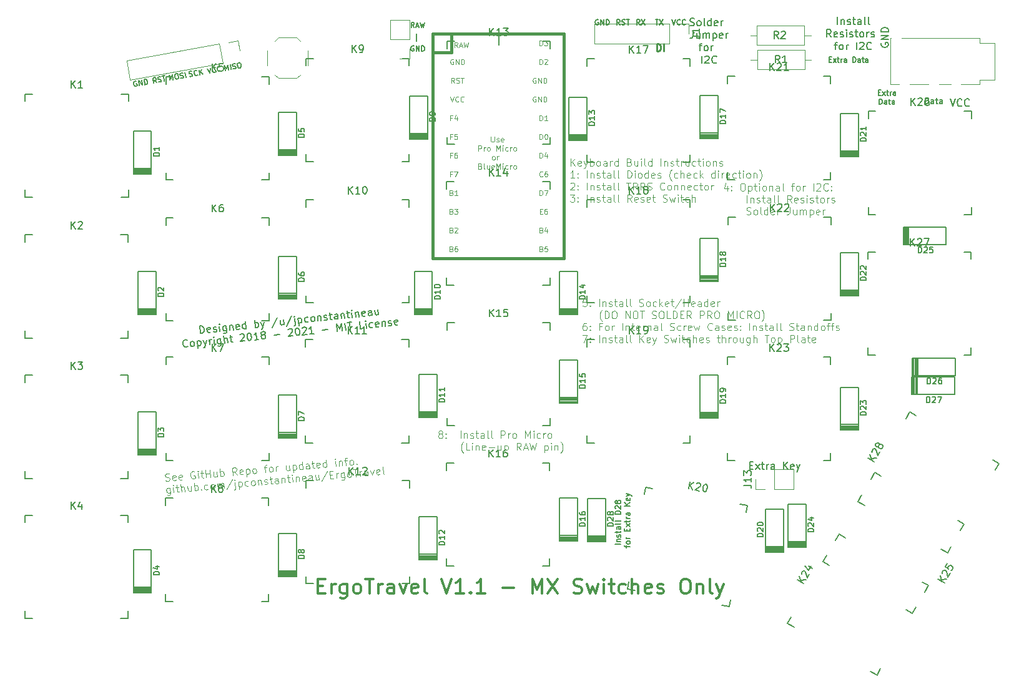
<source format=gbr>
%TF.GenerationSoftware,KiCad,Pcbnew,(5.1.10)-1*%
%TF.CreationDate,2021-10-25T17:00:00-06:00*%
%TF.ProjectId,ErgoTravel,4572676f-5472-4617-9665-6c2e6b696361,rev?*%
%TF.SameCoordinates,Original*%
%TF.FileFunction,Legend,Top*%
%TF.FilePolarity,Positive*%
%FSLAX46Y46*%
G04 Gerber Fmt 4.6, Leading zero omitted, Abs format (unit mm)*
G04 Created by KiCad (PCBNEW (5.1.10)-1) date 2021-10-25 17:00:00*
%MOMM*%
%LPD*%
G01*
G04 APERTURE LIST*
%ADD10C,0.125000*%
%ADD11C,0.100000*%
%ADD12C,0.150000*%
%ADD13C,0.200000*%
%ADD14C,0.250000*%
%ADD15C,0.300000*%
%ADD16C,0.120000*%
%ADD17C,0.381000*%
G04 APERTURE END LIST*
D10*
X96501155Y-109425131D02*
X96647619Y-109460118D01*
X96884808Y-109439366D01*
X96975533Y-109383628D01*
X97018821Y-109332040D01*
X97057958Y-109233014D01*
X97049658Y-109138138D01*
X96993919Y-109047413D01*
X96942331Y-109004125D01*
X96843305Y-108964988D01*
X96649404Y-108934151D01*
X96550378Y-108895014D01*
X96498790Y-108851726D01*
X96443051Y-108761001D01*
X96434751Y-108666125D01*
X96473888Y-108567099D01*
X96517176Y-108515511D01*
X96607901Y-108459773D01*
X96845090Y-108439021D01*
X96991554Y-108474008D01*
X97876852Y-109304773D02*
X97786127Y-109360511D01*
X97596376Y-109377112D01*
X97497350Y-109337975D01*
X97441611Y-109247250D01*
X97408409Y-108867747D01*
X97447546Y-108768721D01*
X97538272Y-108712982D01*
X97728023Y-108696381D01*
X97827049Y-108735519D01*
X97882788Y-108826244D01*
X97891088Y-108921120D01*
X97425010Y-109057498D01*
X98730734Y-109230068D02*
X98640008Y-109285806D01*
X98450257Y-109302407D01*
X98351231Y-109263270D01*
X98295492Y-109172545D01*
X98262290Y-108793042D01*
X98301428Y-108694016D01*
X98392153Y-108638277D01*
X98581904Y-108621676D01*
X98680930Y-108660814D01*
X98736669Y-108751539D01*
X98744969Y-108846415D01*
X98278891Y-108982793D01*
X100407079Y-108175189D02*
X100308053Y-108136051D01*
X100165739Y-108148502D01*
X100027576Y-108208391D01*
X99941001Y-108311567D01*
X99901863Y-108410593D01*
X99871027Y-108604495D01*
X99883478Y-108746808D01*
X99947516Y-108932409D01*
X100003255Y-109023135D01*
X100106431Y-109109710D01*
X100252895Y-109144697D01*
X100347771Y-109136396D01*
X100485934Y-109076508D01*
X100529221Y-109024920D01*
X100500169Y-108692855D01*
X100310418Y-108709456D01*
X100964463Y-109082443D02*
X100906359Y-108418313D01*
X100877307Y-108086248D02*
X100834019Y-108137836D01*
X100885607Y-108181124D01*
X100928895Y-108129536D01*
X100877307Y-108086248D01*
X100885607Y-108181124D01*
X101238424Y-108389261D02*
X101617926Y-108356059D01*
X101351685Y-108044745D02*
X101426390Y-108898627D01*
X101482129Y-108989352D01*
X101581154Y-109028489D01*
X101676030Y-109020189D01*
X102008095Y-108991137D02*
X101920939Y-107994942D01*
X101962442Y-108469321D02*
X102531696Y-108419517D01*
X102577349Y-108941334D02*
X102490193Y-107945139D01*
X103420564Y-108198349D02*
X103478668Y-108862478D01*
X102993624Y-108235701D02*
X103039277Y-108757517D01*
X103095015Y-108848243D01*
X103194041Y-108887380D01*
X103336355Y-108874929D01*
X103427080Y-108819191D01*
X103470368Y-108767603D01*
X103953047Y-108820976D02*
X103865891Y-107824781D01*
X103899093Y-108204284D02*
X103989818Y-108148545D01*
X104179570Y-108131944D01*
X104278596Y-108171081D01*
X104330184Y-108214369D01*
X104385922Y-108305094D01*
X104410824Y-108589721D01*
X104371687Y-108688747D01*
X104328399Y-108740336D01*
X104237674Y-108796074D01*
X104047922Y-108812675D01*
X103948896Y-108773538D01*
X106182625Y-108625913D02*
X105809058Y-108180586D01*
X105613371Y-108675716D02*
X105526215Y-107679521D01*
X105905718Y-107646319D01*
X106004744Y-107685456D01*
X106056332Y-107728744D01*
X106112071Y-107819469D01*
X106124521Y-107961783D01*
X106085384Y-108060809D01*
X106042097Y-108112397D01*
X105951371Y-108168135D01*
X105571868Y-108201338D01*
X106984918Y-108507920D02*
X106894193Y-108563659D01*
X106704441Y-108580260D01*
X106605416Y-108541122D01*
X106549677Y-108450397D01*
X106516475Y-108070894D01*
X106555612Y-107971868D01*
X106646338Y-107916130D01*
X106836089Y-107899529D01*
X106935115Y-107938666D01*
X106990853Y-108029392D01*
X106999154Y-108124267D01*
X106533076Y-108260646D01*
X107405343Y-107849726D02*
X107492499Y-108845920D01*
X107409493Y-107897163D02*
X107500219Y-107841425D01*
X107689970Y-107824824D01*
X107788996Y-107863961D01*
X107840584Y-107907249D01*
X107896323Y-107997974D01*
X107921224Y-108282601D01*
X107882087Y-108381627D01*
X107838799Y-108433215D01*
X107748074Y-108488954D01*
X107558323Y-108505555D01*
X107459297Y-108466417D01*
X108507080Y-108422549D02*
X108408054Y-108383412D01*
X108356465Y-108340124D01*
X108300727Y-108249399D01*
X108275825Y-107964772D01*
X108314963Y-107865746D01*
X108358250Y-107814158D01*
X108448976Y-107758420D01*
X108591289Y-107745969D01*
X108690315Y-107785106D01*
X108741903Y-107828394D01*
X108797642Y-107919119D01*
X108822543Y-108203746D01*
X108783406Y-108302772D01*
X108740118Y-108354360D01*
X108649393Y-108410099D01*
X108507080Y-108422549D01*
X109824673Y-107638062D02*
X110204176Y-107604859D01*
X110025090Y-108289741D02*
X109950386Y-107435859D01*
X109989523Y-107336833D01*
X110080248Y-107281095D01*
X110175124Y-107272795D01*
X110736658Y-108227486D02*
X110637632Y-108188349D01*
X110586044Y-108145062D01*
X110530306Y-108054336D01*
X110505404Y-107769709D01*
X110544541Y-107670683D01*
X110587829Y-107619095D01*
X110678554Y-107563357D01*
X110820868Y-107550906D01*
X110919894Y-107590043D01*
X110971482Y-107633331D01*
X111027220Y-107724056D01*
X111052122Y-108008683D01*
X111012985Y-108107709D01*
X110969697Y-108159297D01*
X110878972Y-108215036D01*
X110736658Y-108227486D01*
X111495664Y-108161082D02*
X111437560Y-107496952D01*
X111454161Y-107686704D02*
X111493298Y-107587678D01*
X111536586Y-107536090D01*
X111627311Y-107480351D01*
X111722187Y-107472051D01*
X113240198Y-107339242D02*
X113298302Y-108003372D01*
X112813257Y-107376594D02*
X112858910Y-107898411D01*
X112914649Y-107989136D01*
X113013675Y-108028273D01*
X113155988Y-108015823D01*
X113246714Y-107960084D01*
X113290001Y-107908496D01*
X113714576Y-107297739D02*
X113801732Y-108293934D01*
X113718727Y-107345177D02*
X113809452Y-107289439D01*
X113999203Y-107272838D01*
X114098229Y-107311975D01*
X114149817Y-107355262D01*
X114205556Y-107445988D01*
X114230457Y-107730615D01*
X114191320Y-107829641D01*
X114148033Y-107881229D01*
X114057307Y-107936967D01*
X113867556Y-107953568D01*
X113768530Y-107914431D01*
X115100940Y-107845661D02*
X115013784Y-106849467D01*
X115096789Y-107798223D02*
X115006064Y-107853962D01*
X114816313Y-107870563D01*
X114717287Y-107831426D01*
X114665699Y-107788138D01*
X114609960Y-107697413D01*
X114585058Y-107412786D01*
X114624196Y-107313760D01*
X114667483Y-107262172D01*
X114758209Y-107206433D01*
X114947960Y-107189832D01*
X115046986Y-107228969D01*
X116002259Y-107766806D02*
X115956606Y-107244990D01*
X115900867Y-107154264D01*
X115801841Y-107115127D01*
X115612090Y-107131728D01*
X115521365Y-107187467D01*
X115998108Y-107719368D02*
X115907383Y-107775107D01*
X115670194Y-107795858D01*
X115571168Y-107756721D01*
X115515429Y-107665995D01*
X115507129Y-107571120D01*
X115546266Y-107472094D01*
X115636992Y-107416355D01*
X115874181Y-107395604D01*
X115964906Y-107339866D01*
X116276220Y-107073624D02*
X116655722Y-107040422D01*
X116389481Y-106729109D02*
X116464186Y-107582990D01*
X116519925Y-107673715D01*
X116618951Y-107712853D01*
X116713826Y-107704552D01*
X117421244Y-107594860D02*
X117330518Y-107650598D01*
X117140767Y-107667200D01*
X117041741Y-107628062D01*
X116986003Y-107537337D01*
X116952800Y-107157834D01*
X116991938Y-107058808D01*
X117082663Y-107003070D01*
X117272414Y-106986469D01*
X117371440Y-107025606D01*
X117427179Y-107116331D01*
X117435479Y-107211207D01*
X116969401Y-107347585D01*
X118326713Y-107563443D02*
X118239557Y-106567248D01*
X118322563Y-107516005D02*
X118231837Y-107571743D01*
X118042086Y-107588344D01*
X117943060Y-107549207D01*
X117891472Y-107505919D01*
X117835733Y-107415194D01*
X117810832Y-107130567D01*
X117849969Y-107031541D01*
X117893257Y-106979953D01*
X117983982Y-106924215D01*
X118173733Y-106907613D01*
X118272759Y-106946751D01*
X119560097Y-107455536D02*
X119501993Y-106791406D01*
X119472941Y-106459341D02*
X119429654Y-106510929D01*
X119481242Y-106554217D01*
X119524529Y-106502628D01*
X119472941Y-106459341D01*
X119481242Y-106554217D01*
X119976371Y-106749903D02*
X120034475Y-107414033D01*
X119984672Y-106844779D02*
X120027960Y-106793191D01*
X120118685Y-106737452D01*
X120260999Y-106725001D01*
X120360024Y-106764139D01*
X120415763Y-106854864D01*
X120461416Y-107376680D01*
X120735377Y-106683499D02*
X121114880Y-106650297D01*
X120935794Y-107335178D02*
X120861089Y-106481297D01*
X120900227Y-106382271D01*
X120990952Y-106326532D01*
X121085828Y-106318232D01*
X121647362Y-107272924D02*
X121548336Y-107233786D01*
X121496748Y-107190499D01*
X121441009Y-107099773D01*
X121416108Y-106815146D01*
X121455245Y-106716120D01*
X121498533Y-106664532D01*
X121589258Y-106608794D01*
X121731572Y-106596343D01*
X121830598Y-106635480D01*
X121882186Y-106678768D01*
X121937924Y-106769493D01*
X121962826Y-107054120D01*
X121923688Y-107153146D01*
X121880401Y-107204734D01*
X121789675Y-107260473D01*
X121647362Y-107272924D01*
X122398067Y-107111644D02*
X122449655Y-107154931D01*
X122406367Y-107206519D01*
X122354779Y-107163232D01*
X122398067Y-107111644D01*
X122406367Y-107206519D01*
X97063208Y-110385752D02*
X97133763Y-111192195D01*
X97094625Y-111291221D01*
X97051338Y-111342809D01*
X96960612Y-111398548D01*
X96818299Y-111410999D01*
X96719273Y-111371861D01*
X97117161Y-111002444D02*
X97026436Y-111058182D01*
X96836685Y-111074783D01*
X96737659Y-111035646D01*
X96686071Y-110992359D01*
X96630332Y-110901633D01*
X96605431Y-110617006D01*
X96644568Y-110517980D01*
X96687855Y-110466392D01*
X96778581Y-110410654D01*
X96968332Y-110394053D01*
X97067358Y-110433190D01*
X97595690Y-111008379D02*
X97537586Y-110344249D01*
X97508534Y-110012184D02*
X97465247Y-110063772D01*
X97516835Y-110107060D01*
X97560123Y-110055472D01*
X97508534Y-110012184D01*
X97516835Y-110107060D01*
X97869651Y-110315197D02*
X98249154Y-110281995D01*
X97982913Y-109970682D02*
X98057618Y-110824563D01*
X98113356Y-110915288D01*
X98212382Y-110954425D01*
X98307258Y-110946125D01*
X98639323Y-110917073D02*
X98552167Y-109920878D01*
X99066263Y-110879721D02*
X99020610Y-110357904D01*
X98964872Y-110267179D01*
X98865846Y-110228042D01*
X98723532Y-110240492D01*
X98632807Y-110296231D01*
X98589519Y-110347819D01*
X99909478Y-110136736D02*
X99967582Y-110800865D01*
X99482538Y-110174088D02*
X99528191Y-110695904D01*
X99583929Y-110786630D01*
X99682955Y-110825767D01*
X99825269Y-110813316D01*
X99915994Y-110757578D01*
X99959282Y-110705990D01*
X100441961Y-110759363D02*
X100354805Y-109763168D01*
X100388007Y-110142671D02*
X100478733Y-110086932D01*
X100668484Y-110070331D01*
X100767510Y-110109468D01*
X100819098Y-110152756D01*
X100874836Y-110243481D01*
X100899738Y-110528109D01*
X100860601Y-110627134D01*
X100817313Y-110678723D01*
X100726588Y-110734461D01*
X100536836Y-110751062D01*
X100437810Y-110711925D01*
X101334979Y-110585632D02*
X101386567Y-110628919D01*
X101343280Y-110680507D01*
X101291692Y-110637220D01*
X101334979Y-110585632D01*
X101343280Y-110680507D01*
X102240448Y-110554214D02*
X102149723Y-110609953D01*
X101959972Y-110626554D01*
X101860946Y-110587417D01*
X101809358Y-110544129D01*
X101753619Y-110453404D01*
X101728718Y-110168777D01*
X101767855Y-110069751D01*
X101811142Y-110018162D01*
X101901868Y-109962424D01*
X102091619Y-109945823D01*
X102190645Y-109984960D01*
X102813853Y-110551849D02*
X102714827Y-110512712D01*
X102663239Y-110469424D01*
X102607500Y-110378699D01*
X102582599Y-110094072D01*
X102621736Y-109995046D01*
X102665024Y-109943458D01*
X102755749Y-109887719D01*
X102898063Y-109875268D01*
X102997089Y-109914406D01*
X103048677Y-109957693D01*
X103104415Y-110048419D01*
X103129317Y-110333046D01*
X103090179Y-110432072D01*
X103046892Y-110483660D01*
X102956166Y-110539398D01*
X102813853Y-110551849D01*
X103572858Y-110485445D02*
X103514755Y-109821315D01*
X103523055Y-109916190D02*
X103566343Y-109864602D01*
X103657068Y-109808864D01*
X103799382Y-109796413D01*
X103898408Y-109835550D01*
X103954146Y-109926276D01*
X103999799Y-110448092D01*
X103954146Y-109926276D02*
X103993283Y-109827250D01*
X104084009Y-109771512D01*
X104226322Y-109759061D01*
X104325348Y-109798198D01*
X104381086Y-109888923D01*
X104426740Y-110410740D01*
X105521380Y-109263350D02*
X104779556Y-110618877D01*
X105886647Y-109613801D02*
X105961352Y-110467682D01*
X105922214Y-110566708D01*
X105831489Y-110622447D01*
X105784051Y-110626597D01*
X105857595Y-109281736D02*
X105814307Y-109333324D01*
X105865895Y-109376612D01*
X105909183Y-109325024D01*
X105857595Y-109281736D01*
X105865895Y-109376612D01*
X106361025Y-109572298D02*
X106448181Y-110568493D01*
X106365175Y-109619736D02*
X106455901Y-109563998D01*
X106645652Y-109547397D01*
X106744678Y-109586534D01*
X106796266Y-109629822D01*
X106852005Y-109720547D01*
X106876906Y-110005174D01*
X106837769Y-110104200D01*
X106794481Y-110155788D01*
X106703756Y-110211527D01*
X106514005Y-110228128D01*
X106414979Y-110188990D01*
X107743238Y-110072783D02*
X107652513Y-110128521D01*
X107462761Y-110145122D01*
X107363735Y-110105985D01*
X107312147Y-110062697D01*
X107256409Y-109971972D01*
X107231507Y-109687345D01*
X107270645Y-109588319D01*
X107313932Y-109536731D01*
X107404658Y-109480992D01*
X107594409Y-109464391D01*
X107693435Y-109503529D01*
X108316643Y-110070417D02*
X108217617Y-110031280D01*
X108166029Y-109987992D01*
X108110290Y-109897267D01*
X108085389Y-109612640D01*
X108124526Y-109513614D01*
X108167813Y-109462026D01*
X108258539Y-109406287D01*
X108400852Y-109393837D01*
X108499878Y-109432974D01*
X108551466Y-109476261D01*
X108607205Y-109566987D01*
X108632106Y-109851614D01*
X108592969Y-109950640D01*
X108549682Y-110002228D01*
X108458956Y-110057966D01*
X108316643Y-110070417D01*
X109017544Y-109339883D02*
X109075648Y-110004013D01*
X109025845Y-109434759D02*
X109069132Y-109383171D01*
X109159858Y-109327432D01*
X109302171Y-109314981D01*
X109401197Y-109354119D01*
X109456936Y-109444844D01*
X109502589Y-109966660D01*
X109925379Y-109881870D02*
X110024405Y-109921007D01*
X110214156Y-109904406D01*
X110304882Y-109848668D01*
X110344019Y-109749642D01*
X110339869Y-109702204D01*
X110284130Y-109611479D01*
X110185104Y-109572341D01*
X110042791Y-109584792D01*
X109943765Y-109545655D01*
X109888027Y-109454930D01*
X109883876Y-109407492D01*
X109923014Y-109308466D01*
X110013739Y-109252727D01*
X110156052Y-109240276D01*
X110255078Y-109279414D01*
X110582993Y-109202924D02*
X110962496Y-109169722D01*
X110696255Y-108858408D02*
X110770960Y-109712289D01*
X110826698Y-109803015D01*
X110925724Y-109842152D01*
X111020600Y-109833852D01*
X111779605Y-109767447D02*
X111733952Y-109245631D01*
X111678214Y-109154906D01*
X111579188Y-109115768D01*
X111389436Y-109132369D01*
X111298711Y-109188108D01*
X111775455Y-109720009D02*
X111684729Y-109775748D01*
X111447540Y-109796499D01*
X111348514Y-109757362D01*
X111292776Y-109666636D01*
X111284475Y-109571761D01*
X111323613Y-109472735D01*
X111414338Y-109416996D01*
X111651527Y-109396245D01*
X111742253Y-109340507D01*
X112195880Y-109061815D02*
X112253984Y-109725945D01*
X112204180Y-109156690D02*
X112247468Y-109105102D01*
X112338193Y-109049364D01*
X112480507Y-109036913D01*
X112579533Y-109076050D01*
X112635271Y-109166776D01*
X112680924Y-109688592D01*
X112954885Y-108995410D02*
X113334388Y-108962208D01*
X113068147Y-108650895D02*
X113142852Y-109504776D01*
X113198590Y-109595501D01*
X113297616Y-109634639D01*
X113392492Y-109626338D01*
X113724557Y-109597286D02*
X113666453Y-108933156D01*
X113637401Y-108601091D02*
X113594113Y-108652679D01*
X113645701Y-108695967D01*
X113688989Y-108644379D01*
X113637401Y-108601091D01*
X113645701Y-108695967D01*
X114140831Y-108891654D02*
X114198935Y-109555783D01*
X114149132Y-108986529D02*
X114192419Y-108934941D01*
X114283145Y-108879203D01*
X114425458Y-108866752D01*
X114524484Y-108905889D01*
X114580223Y-108996615D01*
X114625876Y-109518431D01*
X115475607Y-109396288D02*
X115384881Y-109452026D01*
X115195130Y-109468628D01*
X115096104Y-109429490D01*
X115040365Y-109338765D01*
X115007163Y-108959262D01*
X115046301Y-108860236D01*
X115137026Y-108804498D01*
X115326777Y-108787897D01*
X115425803Y-108827034D01*
X115481542Y-108917759D01*
X115489842Y-109012635D01*
X115023764Y-109149014D01*
X116381076Y-109364871D02*
X116335423Y-108843054D01*
X116279684Y-108752329D01*
X116180659Y-108713192D01*
X115990907Y-108729793D01*
X115900182Y-108785531D01*
X116376926Y-109317433D02*
X116286200Y-109373171D01*
X116049011Y-109393923D01*
X115949985Y-109354785D01*
X115894247Y-109264060D01*
X115885946Y-109169184D01*
X115925083Y-109070158D01*
X116015809Y-109014420D01*
X116252998Y-108993669D01*
X116343723Y-108937930D01*
X117224291Y-108621886D02*
X117282395Y-109286016D01*
X116797350Y-108659238D02*
X116843003Y-109181054D01*
X116898742Y-109271780D01*
X116997768Y-109310917D01*
X117140081Y-109298466D01*
X117230807Y-109242728D01*
X117274094Y-109191140D01*
X118377035Y-108138626D02*
X117635211Y-109494153D01*
X118754753Y-108631391D02*
X119086818Y-108602339D01*
X119274784Y-109111704D02*
X118800406Y-109153207D01*
X118713250Y-108157012D01*
X119187629Y-108115509D01*
X119701725Y-109074352D02*
X119643621Y-108410222D01*
X119660222Y-108599973D02*
X119699359Y-108500947D01*
X119742647Y-108449359D01*
X119833372Y-108393621D01*
X119928248Y-108385320D01*
X120687254Y-108318916D02*
X120757808Y-109125359D01*
X120718671Y-109224385D01*
X120675383Y-109275973D01*
X120584658Y-109331712D01*
X120442344Y-109344162D01*
X120343318Y-109305025D01*
X120741207Y-108935608D02*
X120650482Y-108991346D01*
X120460730Y-109007947D01*
X120361704Y-108968810D01*
X120310116Y-108925522D01*
X120254378Y-108834797D01*
X120229476Y-108550170D01*
X120268614Y-108451144D01*
X120311901Y-108399556D01*
X120402627Y-108343817D01*
X120592378Y-108327216D01*
X120691404Y-108366354D01*
X121362049Y-108929092D02*
X121263023Y-108889955D01*
X121211435Y-108846667D01*
X121155697Y-108755942D01*
X121130795Y-108471315D01*
X121169933Y-108372289D01*
X121213220Y-108320701D01*
X121303946Y-108264962D01*
X121446259Y-108252511D01*
X121545285Y-108291649D01*
X121596873Y-108334936D01*
X121652612Y-108425662D01*
X121677513Y-108710289D01*
X121638376Y-108809315D01*
X121595088Y-108860903D01*
X121504363Y-108916641D01*
X121362049Y-108929092D01*
X121891586Y-107878944D02*
X122460840Y-107829140D01*
X122263368Y-108850237D02*
X122176213Y-107854042D01*
X122880060Y-108796283D02*
X122821957Y-108132153D01*
X122838558Y-108321905D02*
X122877695Y-108222879D01*
X122920982Y-108171291D01*
X123011708Y-108115552D01*
X123106584Y-108107252D01*
X123923693Y-108704977D02*
X123878040Y-108183161D01*
X123822301Y-108092436D01*
X123723276Y-108053298D01*
X123533524Y-108069899D01*
X123442799Y-108125638D01*
X123919543Y-108657539D02*
X123828817Y-108713278D01*
X123591628Y-108734029D01*
X123492602Y-108694892D01*
X123436864Y-108604166D01*
X123428563Y-108509291D01*
X123467700Y-108410265D01*
X123558426Y-108354526D01*
X123795615Y-108333775D01*
X123886340Y-108278037D01*
X124245092Y-108007645D02*
X124540385Y-108651024D01*
X124719470Y-107966143D01*
X125532429Y-108516430D02*
X125441704Y-108572169D01*
X125251952Y-108588770D01*
X125152927Y-108549632D01*
X125097188Y-108458907D01*
X125063986Y-108079404D01*
X125103123Y-107980378D01*
X125193849Y-107924640D01*
X125383600Y-107908039D01*
X125482626Y-107947176D01*
X125538364Y-108037901D01*
X125546665Y-108132777D01*
X125080587Y-108269156D01*
X126153271Y-108509914D02*
X126054246Y-108470777D01*
X125998507Y-108380052D01*
X125923802Y-107526171D01*
D11*
X140630714Y-62701785D02*
X140630714Y-63308928D01*
X140666428Y-63380357D01*
X140702142Y-63416071D01*
X140773571Y-63451785D01*
X140916428Y-63451785D01*
X140987857Y-63416071D01*
X141023571Y-63380357D01*
X141059285Y-63308928D01*
X141059285Y-62701785D01*
X141380714Y-63416071D02*
X141452142Y-63451785D01*
X141595000Y-63451785D01*
X141666428Y-63416071D01*
X141702142Y-63344642D01*
X141702142Y-63308928D01*
X141666428Y-63237500D01*
X141595000Y-63201785D01*
X141487857Y-63201785D01*
X141416428Y-63166071D01*
X141380714Y-63094642D01*
X141380714Y-63058928D01*
X141416428Y-62987500D01*
X141487857Y-62951785D01*
X141595000Y-62951785D01*
X141666428Y-62987500D01*
X142309285Y-63416071D02*
X142237857Y-63451785D01*
X142095000Y-63451785D01*
X142023571Y-63416071D01*
X141987857Y-63344642D01*
X141987857Y-63058928D01*
X142023571Y-62987500D01*
X142095000Y-62951785D01*
X142237857Y-62951785D01*
X142309285Y-62987500D01*
X142345000Y-63058928D01*
X142345000Y-63130357D01*
X141987857Y-63201785D01*
X138916428Y-64676785D02*
X138916428Y-63926785D01*
X139202142Y-63926785D01*
X139273571Y-63962500D01*
X139309285Y-63998214D01*
X139345000Y-64069642D01*
X139345000Y-64176785D01*
X139309285Y-64248214D01*
X139273571Y-64283928D01*
X139202142Y-64319642D01*
X138916428Y-64319642D01*
X139666428Y-64676785D02*
X139666428Y-64176785D01*
X139666428Y-64319642D02*
X139702142Y-64248214D01*
X139737857Y-64212500D01*
X139809285Y-64176785D01*
X139880714Y-64176785D01*
X140237857Y-64676785D02*
X140166428Y-64641071D01*
X140130714Y-64605357D01*
X140095000Y-64533928D01*
X140095000Y-64319642D01*
X140130714Y-64248214D01*
X140166428Y-64212500D01*
X140237857Y-64176785D01*
X140345000Y-64176785D01*
X140416428Y-64212500D01*
X140452142Y-64248214D01*
X140487857Y-64319642D01*
X140487857Y-64533928D01*
X140452142Y-64605357D01*
X140416428Y-64641071D01*
X140345000Y-64676785D01*
X140237857Y-64676785D01*
X141380714Y-64676785D02*
X141380714Y-63926785D01*
X141630714Y-64462500D01*
X141880714Y-63926785D01*
X141880714Y-64676785D01*
X142237857Y-64676785D02*
X142237857Y-64176785D01*
X142237857Y-63926785D02*
X142202142Y-63962500D01*
X142237857Y-63998214D01*
X142273571Y-63962500D01*
X142237857Y-63926785D01*
X142237857Y-63998214D01*
X142916428Y-64641071D02*
X142845000Y-64676785D01*
X142702142Y-64676785D01*
X142630714Y-64641071D01*
X142595000Y-64605357D01*
X142559285Y-64533928D01*
X142559285Y-64319642D01*
X142595000Y-64248214D01*
X142630714Y-64212500D01*
X142702142Y-64176785D01*
X142845000Y-64176785D01*
X142916428Y-64212500D01*
X143237857Y-64676785D02*
X143237857Y-64176785D01*
X143237857Y-64319642D02*
X143273571Y-64248214D01*
X143309285Y-64212500D01*
X143380714Y-64176785D01*
X143452142Y-64176785D01*
X143809285Y-64676785D02*
X143737857Y-64641071D01*
X143702142Y-64605357D01*
X143666428Y-64533928D01*
X143666428Y-64319642D01*
X143702142Y-64248214D01*
X143737857Y-64212500D01*
X143809285Y-64176785D01*
X143916428Y-64176785D01*
X143987857Y-64212500D01*
X144023571Y-64248214D01*
X144059285Y-64319642D01*
X144059285Y-64533928D01*
X144023571Y-64605357D01*
X143987857Y-64641071D01*
X143916428Y-64676785D01*
X143809285Y-64676785D01*
X140898571Y-65901785D02*
X140827142Y-65866071D01*
X140791428Y-65830357D01*
X140755714Y-65758928D01*
X140755714Y-65544642D01*
X140791428Y-65473214D01*
X140827142Y-65437500D01*
X140898571Y-65401785D01*
X141005714Y-65401785D01*
X141077142Y-65437500D01*
X141112857Y-65473214D01*
X141148571Y-65544642D01*
X141148571Y-65758928D01*
X141112857Y-65830357D01*
X141077142Y-65866071D01*
X141005714Y-65901785D01*
X140898571Y-65901785D01*
X141470000Y-65901785D02*
X141470000Y-65401785D01*
X141470000Y-65544642D02*
X141505714Y-65473214D01*
X141541428Y-65437500D01*
X141612857Y-65401785D01*
X141684285Y-65401785D01*
X139166428Y-66733928D02*
X139273571Y-66769642D01*
X139309285Y-66805357D01*
X139345000Y-66876785D01*
X139345000Y-66983928D01*
X139309285Y-67055357D01*
X139273571Y-67091071D01*
X139202142Y-67126785D01*
X138916428Y-67126785D01*
X138916428Y-66376785D01*
X139166428Y-66376785D01*
X139237857Y-66412500D01*
X139273571Y-66448214D01*
X139309285Y-66519642D01*
X139309285Y-66591071D01*
X139273571Y-66662500D01*
X139237857Y-66698214D01*
X139166428Y-66733928D01*
X138916428Y-66733928D01*
X139773571Y-67126785D02*
X139702142Y-67091071D01*
X139666428Y-67019642D01*
X139666428Y-66376785D01*
X140380714Y-66626785D02*
X140380714Y-67126785D01*
X140059285Y-66626785D02*
X140059285Y-67019642D01*
X140095000Y-67091071D01*
X140166428Y-67126785D01*
X140273571Y-67126785D01*
X140345000Y-67091071D01*
X140380714Y-67055357D01*
X141023571Y-67091071D02*
X140952142Y-67126785D01*
X140809285Y-67126785D01*
X140737857Y-67091071D01*
X140702142Y-67019642D01*
X140702142Y-66733928D01*
X140737857Y-66662500D01*
X140809285Y-66626785D01*
X140952142Y-66626785D01*
X141023571Y-66662500D01*
X141059285Y-66733928D01*
X141059285Y-66805357D01*
X140702142Y-66876785D01*
X141380714Y-67126785D02*
X141380714Y-66376785D01*
X141630714Y-66912500D01*
X141880714Y-66376785D01*
X141880714Y-67126785D01*
X142237857Y-67126785D02*
X142237857Y-66626785D01*
X142237857Y-66376785D02*
X142202142Y-66412500D01*
X142237857Y-66448214D01*
X142273571Y-66412500D01*
X142237857Y-66376785D01*
X142237857Y-66448214D01*
X142916428Y-67091071D02*
X142845000Y-67126785D01*
X142702142Y-67126785D01*
X142630714Y-67091071D01*
X142595000Y-67055357D01*
X142559285Y-66983928D01*
X142559285Y-66769642D01*
X142595000Y-66698214D01*
X142630714Y-66662500D01*
X142702142Y-66626785D01*
X142845000Y-66626785D01*
X142916428Y-66662500D01*
X143237857Y-67126785D02*
X143237857Y-66626785D01*
X143237857Y-66769642D02*
X143273571Y-66698214D01*
X143309285Y-66662500D01*
X143380714Y-66626785D01*
X143452142Y-66626785D01*
X143809285Y-67126785D02*
X143737857Y-67091071D01*
X143702142Y-67055357D01*
X143666428Y-66983928D01*
X143666428Y-66769642D01*
X143702142Y-66698214D01*
X143737857Y-66662500D01*
X143809285Y-66626785D01*
X143916428Y-66626785D01*
X143987857Y-66662500D01*
X144023571Y-66698214D01*
X144059285Y-66769642D01*
X144059285Y-66983928D01*
X144023571Y-67055357D01*
X143987857Y-67091071D01*
X143916428Y-67126785D01*
X143809285Y-67126785D01*
D12*
X130199666Y-47941666D02*
X129966333Y-47608333D01*
X129799666Y-47941666D02*
X129799666Y-47241666D01*
X130066333Y-47241666D01*
X130133000Y-47275000D01*
X130166333Y-47308333D01*
X130199666Y-47375000D01*
X130199666Y-47475000D01*
X130166333Y-47541666D01*
X130133000Y-47575000D01*
X130066333Y-47608333D01*
X129799666Y-47608333D01*
X130466333Y-47741666D02*
X130799666Y-47741666D01*
X130399666Y-47941666D02*
X130633000Y-47241666D01*
X130866333Y-47941666D01*
X131033000Y-47241666D02*
X131199666Y-47941666D01*
X131333000Y-47441666D01*
X131466333Y-47941666D01*
X131633000Y-47241666D01*
X130149666Y-50450000D02*
X130083000Y-50416666D01*
X129983000Y-50416666D01*
X129883000Y-50450000D01*
X129816333Y-50516666D01*
X129783000Y-50583333D01*
X129749666Y-50716666D01*
X129749666Y-50816666D01*
X129783000Y-50950000D01*
X129816333Y-51016666D01*
X129883000Y-51083333D01*
X129983000Y-51116666D01*
X130049666Y-51116666D01*
X130149666Y-51083333D01*
X130183000Y-51050000D01*
X130183000Y-50816666D01*
X130049666Y-50816666D01*
X130483000Y-51116666D02*
X130483000Y-50416666D01*
X130883000Y-51116666D01*
X130883000Y-50416666D01*
X131216333Y-51116666D02*
X131216333Y-50416666D01*
X131383000Y-50416666D01*
X131483000Y-50450000D01*
X131549666Y-50516666D01*
X131583000Y-50583333D01*
X131616333Y-50716666D01*
X131616333Y-50816666D01*
X131583000Y-50950000D01*
X131549666Y-51016666D01*
X131483000Y-51083333D01*
X131383000Y-51116666D01*
X131216333Y-51116666D01*
D10*
X133685202Y-103081452D02*
X133589964Y-103033833D01*
X133542345Y-102986214D01*
X133494726Y-102890976D01*
X133494726Y-102843357D01*
X133542345Y-102748119D01*
X133589964Y-102700500D01*
X133685202Y-102652880D01*
X133875678Y-102652880D01*
X133970916Y-102700500D01*
X134018535Y-102748119D01*
X134066154Y-102843357D01*
X134066154Y-102890976D01*
X134018535Y-102986214D01*
X133970916Y-103033833D01*
X133875678Y-103081452D01*
X133685202Y-103081452D01*
X133589964Y-103129071D01*
X133542345Y-103176690D01*
X133494726Y-103271928D01*
X133494726Y-103462404D01*
X133542345Y-103557642D01*
X133589964Y-103605261D01*
X133685202Y-103652880D01*
X133875678Y-103652880D01*
X133970916Y-103605261D01*
X134018535Y-103557642D01*
X134066154Y-103462404D01*
X134066154Y-103271928D01*
X134018535Y-103176690D01*
X133970916Y-103129071D01*
X133875678Y-103081452D01*
X134494726Y-103557642D02*
X134542345Y-103605261D01*
X134494726Y-103652880D01*
X134447107Y-103605261D01*
X134494726Y-103557642D01*
X134494726Y-103652880D01*
X134494726Y-103033833D02*
X134542345Y-103081452D01*
X134494726Y-103129071D01*
X134447107Y-103081452D01*
X134494726Y-103033833D01*
X134494726Y-103129071D01*
X136494726Y-103652880D02*
X136494726Y-102652880D01*
X136970916Y-102986214D02*
X136970916Y-103652880D01*
X136970916Y-103081452D02*
X137018535Y-103033833D01*
X137113773Y-102986214D01*
X137256630Y-102986214D01*
X137351869Y-103033833D01*
X137399488Y-103129071D01*
X137399488Y-103652880D01*
X137828059Y-103605261D02*
X137923297Y-103652880D01*
X138113773Y-103652880D01*
X138209011Y-103605261D01*
X138256630Y-103510023D01*
X138256630Y-103462404D01*
X138209011Y-103367166D01*
X138113773Y-103319547D01*
X137970916Y-103319547D01*
X137875678Y-103271928D01*
X137828059Y-103176690D01*
X137828059Y-103129071D01*
X137875678Y-103033833D01*
X137970916Y-102986214D01*
X138113773Y-102986214D01*
X138209011Y-103033833D01*
X138542345Y-102986214D02*
X138923297Y-102986214D01*
X138685202Y-102652880D02*
X138685202Y-103510023D01*
X138732821Y-103605261D01*
X138828059Y-103652880D01*
X138923297Y-103652880D01*
X139685202Y-103652880D02*
X139685202Y-103129071D01*
X139637583Y-103033833D01*
X139542345Y-102986214D01*
X139351869Y-102986214D01*
X139256630Y-103033833D01*
X139685202Y-103605261D02*
X139589964Y-103652880D01*
X139351869Y-103652880D01*
X139256630Y-103605261D01*
X139209011Y-103510023D01*
X139209011Y-103414785D01*
X139256630Y-103319547D01*
X139351869Y-103271928D01*
X139589964Y-103271928D01*
X139685202Y-103224309D01*
X140304250Y-103652880D02*
X140209011Y-103605261D01*
X140161392Y-103510023D01*
X140161392Y-102652880D01*
X140828059Y-103652880D02*
X140732821Y-103605261D01*
X140685202Y-103510023D01*
X140685202Y-102652880D01*
X141970916Y-103652880D02*
X141970916Y-102652880D01*
X142351869Y-102652880D01*
X142447107Y-102700500D01*
X142494726Y-102748119D01*
X142542345Y-102843357D01*
X142542345Y-102986214D01*
X142494726Y-103081452D01*
X142447107Y-103129071D01*
X142351869Y-103176690D01*
X141970916Y-103176690D01*
X142970916Y-103652880D02*
X142970916Y-102986214D01*
X142970916Y-103176690D02*
X143018535Y-103081452D01*
X143066154Y-103033833D01*
X143161392Y-102986214D01*
X143256630Y-102986214D01*
X143732821Y-103652880D02*
X143637583Y-103605261D01*
X143589964Y-103557642D01*
X143542345Y-103462404D01*
X143542345Y-103176690D01*
X143589964Y-103081452D01*
X143637583Y-103033833D01*
X143732821Y-102986214D01*
X143875678Y-102986214D01*
X143970916Y-103033833D01*
X144018535Y-103081452D01*
X144066154Y-103176690D01*
X144066154Y-103462404D01*
X144018535Y-103557642D01*
X143970916Y-103605261D01*
X143875678Y-103652880D01*
X143732821Y-103652880D01*
X145256630Y-103652880D02*
X145256630Y-102652880D01*
X145589964Y-103367166D01*
X145923297Y-102652880D01*
X145923297Y-103652880D01*
X146399488Y-103652880D02*
X146399488Y-102986214D01*
X146399488Y-102652880D02*
X146351869Y-102700500D01*
X146399488Y-102748119D01*
X146447107Y-102700500D01*
X146399488Y-102652880D01*
X146399488Y-102748119D01*
X147304250Y-103605261D02*
X147209011Y-103652880D01*
X147018535Y-103652880D01*
X146923297Y-103605261D01*
X146875678Y-103557642D01*
X146828059Y-103462404D01*
X146828059Y-103176690D01*
X146875678Y-103081452D01*
X146923297Y-103033833D01*
X147018535Y-102986214D01*
X147209011Y-102986214D01*
X147304250Y-103033833D01*
X147732821Y-103652880D02*
X147732821Y-102986214D01*
X147732821Y-103176690D02*
X147780440Y-103081452D01*
X147828059Y-103033833D01*
X147923297Y-102986214D01*
X148018535Y-102986214D01*
X148494726Y-103652880D02*
X148399488Y-103605261D01*
X148351869Y-103557642D01*
X148304250Y-103462404D01*
X148304250Y-103176690D01*
X148351869Y-103081452D01*
X148399488Y-103033833D01*
X148494726Y-102986214D01*
X148637583Y-102986214D01*
X148732821Y-103033833D01*
X148780440Y-103081452D01*
X148828059Y-103176690D01*
X148828059Y-103462404D01*
X148780440Y-103557642D01*
X148732821Y-103605261D01*
X148637583Y-103652880D01*
X148494726Y-103652880D01*
X136875678Y-105658833D02*
X136828059Y-105611214D01*
X136732821Y-105468357D01*
X136685202Y-105373119D01*
X136637583Y-105230261D01*
X136589964Y-104992166D01*
X136589964Y-104801690D01*
X136637583Y-104563595D01*
X136685202Y-104420738D01*
X136732821Y-104325500D01*
X136828059Y-104182642D01*
X136875678Y-104135023D01*
X137732821Y-105277880D02*
X137256630Y-105277880D01*
X137256630Y-104277880D01*
X138066154Y-105277880D02*
X138066154Y-104611214D01*
X138066154Y-104277880D02*
X138018535Y-104325500D01*
X138066154Y-104373119D01*
X138113773Y-104325500D01*
X138066154Y-104277880D01*
X138066154Y-104373119D01*
X138542345Y-104611214D02*
X138542345Y-105277880D01*
X138542345Y-104706452D02*
X138589964Y-104658833D01*
X138685202Y-104611214D01*
X138828059Y-104611214D01*
X138923297Y-104658833D01*
X138970916Y-104754071D01*
X138970916Y-105277880D01*
X139828059Y-105230261D02*
X139732821Y-105277880D01*
X139542345Y-105277880D01*
X139447107Y-105230261D01*
X139399488Y-105135023D01*
X139399488Y-104754071D01*
X139447107Y-104658833D01*
X139542345Y-104611214D01*
X139732821Y-104611214D01*
X139828059Y-104658833D01*
X139875678Y-104754071D01*
X139875678Y-104849309D01*
X139399488Y-104944547D01*
X140304250Y-104896928D02*
X141066154Y-104896928D01*
X141970916Y-104611214D02*
X141970916Y-105277880D01*
X141542345Y-104611214D02*
X141542345Y-105135023D01*
X141589964Y-105230261D01*
X141685202Y-105277880D01*
X141828059Y-105277880D01*
X141923297Y-105230261D01*
X141970916Y-105182642D01*
X142447107Y-104611214D02*
X142447107Y-105611214D01*
X142447107Y-104658833D02*
X142542345Y-104611214D01*
X142732821Y-104611214D01*
X142828059Y-104658833D01*
X142875678Y-104706452D01*
X142923297Y-104801690D01*
X142923297Y-105087404D01*
X142875678Y-105182642D01*
X142828059Y-105230261D01*
X142732821Y-105277880D01*
X142542345Y-105277880D01*
X142447107Y-105230261D01*
X144685202Y-105277880D02*
X144351869Y-104801690D01*
X144113773Y-105277880D02*
X144113773Y-104277880D01*
X144494726Y-104277880D01*
X144589964Y-104325500D01*
X144637583Y-104373119D01*
X144685202Y-104468357D01*
X144685202Y-104611214D01*
X144637583Y-104706452D01*
X144589964Y-104754071D01*
X144494726Y-104801690D01*
X144113773Y-104801690D01*
X145066154Y-104992166D02*
X145542345Y-104992166D01*
X144970916Y-105277880D02*
X145304250Y-104277880D01*
X145637583Y-105277880D01*
X145875678Y-104277880D02*
X146113773Y-105277880D01*
X146304250Y-104563595D01*
X146494726Y-105277880D01*
X146732821Y-104277880D01*
X147875678Y-104611214D02*
X147875678Y-105611214D01*
X147875678Y-104658833D02*
X147970916Y-104611214D01*
X148161392Y-104611214D01*
X148256630Y-104658833D01*
X148304250Y-104706452D01*
X148351869Y-104801690D01*
X148351869Y-105087404D01*
X148304250Y-105182642D01*
X148256630Y-105230261D01*
X148161392Y-105277880D01*
X147970916Y-105277880D01*
X147875678Y-105230261D01*
X148780440Y-105277880D02*
X148780440Y-104611214D01*
X148780440Y-104277880D02*
X148732821Y-104325500D01*
X148780440Y-104373119D01*
X148828059Y-104325500D01*
X148780440Y-104277880D01*
X148780440Y-104373119D01*
X149256630Y-104611214D02*
X149256630Y-105277880D01*
X149256630Y-104706452D02*
X149304250Y-104658833D01*
X149399488Y-104611214D01*
X149542345Y-104611214D01*
X149637583Y-104658833D01*
X149685202Y-104754071D01*
X149685202Y-105277880D01*
X150066154Y-105658833D02*
X150113773Y-105611214D01*
X150209011Y-105468357D01*
X150256630Y-105373119D01*
X150304250Y-105230261D01*
X150351869Y-104992166D01*
X150351869Y-104801690D01*
X150304250Y-104563595D01*
X150256630Y-104420738D01*
X150209011Y-104325500D01*
X150113773Y-104182642D01*
X150066154Y-104135023D01*
X172705916Y-69407714D02*
X172705916Y-70074380D01*
X172467821Y-69026761D02*
X172229726Y-69741047D01*
X172848773Y-69741047D01*
X173229726Y-69979142D02*
X173277345Y-70026761D01*
X173229726Y-70074380D01*
X173182107Y-70026761D01*
X173229726Y-69979142D01*
X173229726Y-70074380D01*
X173229726Y-69455333D02*
X173277345Y-69502952D01*
X173229726Y-69550571D01*
X173182107Y-69502952D01*
X173229726Y-69455333D01*
X173229726Y-69550571D01*
X174658297Y-69074380D02*
X174848773Y-69074380D01*
X174944011Y-69122000D01*
X175039250Y-69217238D01*
X175086869Y-69407714D01*
X175086869Y-69741047D01*
X175039250Y-69931523D01*
X174944011Y-70026761D01*
X174848773Y-70074380D01*
X174658297Y-70074380D01*
X174563059Y-70026761D01*
X174467821Y-69931523D01*
X174420202Y-69741047D01*
X174420202Y-69407714D01*
X174467821Y-69217238D01*
X174563059Y-69122000D01*
X174658297Y-69074380D01*
X175515440Y-69407714D02*
X175515440Y-70407714D01*
X175515440Y-69455333D02*
X175610678Y-69407714D01*
X175801154Y-69407714D01*
X175896392Y-69455333D01*
X175944011Y-69502952D01*
X175991630Y-69598190D01*
X175991630Y-69883904D01*
X175944011Y-69979142D01*
X175896392Y-70026761D01*
X175801154Y-70074380D01*
X175610678Y-70074380D01*
X175515440Y-70026761D01*
X176277345Y-69407714D02*
X176658297Y-69407714D01*
X176420202Y-69074380D02*
X176420202Y-69931523D01*
X176467821Y-70026761D01*
X176563059Y-70074380D01*
X176658297Y-70074380D01*
X176991630Y-70074380D02*
X176991630Y-69407714D01*
X176991630Y-69074380D02*
X176944011Y-69122000D01*
X176991630Y-69169619D01*
X177039250Y-69122000D01*
X176991630Y-69074380D01*
X176991630Y-69169619D01*
X177610678Y-70074380D02*
X177515440Y-70026761D01*
X177467821Y-69979142D01*
X177420202Y-69883904D01*
X177420202Y-69598190D01*
X177467821Y-69502952D01*
X177515440Y-69455333D01*
X177610678Y-69407714D01*
X177753535Y-69407714D01*
X177848773Y-69455333D01*
X177896392Y-69502952D01*
X177944011Y-69598190D01*
X177944011Y-69883904D01*
X177896392Y-69979142D01*
X177848773Y-70026761D01*
X177753535Y-70074380D01*
X177610678Y-70074380D01*
X178372583Y-69407714D02*
X178372583Y-70074380D01*
X178372583Y-69502952D02*
X178420202Y-69455333D01*
X178515440Y-69407714D01*
X178658297Y-69407714D01*
X178753535Y-69455333D01*
X178801154Y-69550571D01*
X178801154Y-70074380D01*
X179705916Y-70074380D02*
X179705916Y-69550571D01*
X179658297Y-69455333D01*
X179563059Y-69407714D01*
X179372583Y-69407714D01*
X179277345Y-69455333D01*
X179705916Y-70026761D02*
X179610678Y-70074380D01*
X179372583Y-70074380D01*
X179277345Y-70026761D01*
X179229726Y-69931523D01*
X179229726Y-69836285D01*
X179277345Y-69741047D01*
X179372583Y-69693428D01*
X179610678Y-69693428D01*
X179705916Y-69645809D01*
X180324964Y-70074380D02*
X180229726Y-70026761D01*
X180182107Y-69931523D01*
X180182107Y-69074380D01*
X181324964Y-69407714D02*
X181705916Y-69407714D01*
X181467821Y-70074380D02*
X181467821Y-69217238D01*
X181515440Y-69122000D01*
X181610678Y-69074380D01*
X181705916Y-69074380D01*
X182182107Y-70074380D02*
X182086869Y-70026761D01*
X182039250Y-69979142D01*
X181991630Y-69883904D01*
X181991630Y-69598190D01*
X182039250Y-69502952D01*
X182086869Y-69455333D01*
X182182107Y-69407714D01*
X182324964Y-69407714D01*
X182420202Y-69455333D01*
X182467821Y-69502952D01*
X182515440Y-69598190D01*
X182515440Y-69883904D01*
X182467821Y-69979142D01*
X182420202Y-70026761D01*
X182324964Y-70074380D01*
X182182107Y-70074380D01*
X182944011Y-70074380D02*
X182944011Y-69407714D01*
X182944011Y-69598190D02*
X182991630Y-69502952D01*
X183039250Y-69455333D01*
X183134488Y-69407714D01*
X183229726Y-69407714D01*
X184324964Y-70074380D02*
X184324964Y-69074380D01*
X184753535Y-69169619D02*
X184801154Y-69122000D01*
X184896392Y-69074380D01*
X185134488Y-69074380D01*
X185229726Y-69122000D01*
X185277345Y-69169619D01*
X185324964Y-69264857D01*
X185324964Y-69360095D01*
X185277345Y-69502952D01*
X184705916Y-70074380D01*
X185324964Y-70074380D01*
X186324964Y-69979142D02*
X186277345Y-70026761D01*
X186134488Y-70074380D01*
X186039250Y-70074380D01*
X185896392Y-70026761D01*
X185801154Y-69931523D01*
X185753535Y-69836285D01*
X185705916Y-69645809D01*
X185705916Y-69502952D01*
X185753535Y-69312476D01*
X185801154Y-69217238D01*
X185896392Y-69122000D01*
X186039250Y-69074380D01*
X186134488Y-69074380D01*
X186277345Y-69122000D01*
X186324964Y-69169619D01*
X186753535Y-69979142D02*
X186801154Y-70026761D01*
X186753535Y-70074380D01*
X186705916Y-70026761D01*
X186753535Y-69979142D01*
X186753535Y-70074380D01*
X186753535Y-69455333D02*
X186801154Y-69502952D01*
X186753535Y-69550571D01*
X186705916Y-69502952D01*
X186753535Y-69455333D01*
X186753535Y-69550571D01*
X175324964Y-71699380D02*
X175324964Y-70699380D01*
X175801154Y-71032714D02*
X175801154Y-71699380D01*
X175801154Y-71127952D02*
X175848773Y-71080333D01*
X175944011Y-71032714D01*
X176086869Y-71032714D01*
X176182107Y-71080333D01*
X176229726Y-71175571D01*
X176229726Y-71699380D01*
X176658297Y-71651761D02*
X176753535Y-71699380D01*
X176944011Y-71699380D01*
X177039250Y-71651761D01*
X177086869Y-71556523D01*
X177086869Y-71508904D01*
X177039250Y-71413666D01*
X176944011Y-71366047D01*
X176801154Y-71366047D01*
X176705916Y-71318428D01*
X176658297Y-71223190D01*
X176658297Y-71175571D01*
X176705916Y-71080333D01*
X176801154Y-71032714D01*
X176944011Y-71032714D01*
X177039250Y-71080333D01*
X177372583Y-71032714D02*
X177753535Y-71032714D01*
X177515440Y-70699380D02*
X177515440Y-71556523D01*
X177563059Y-71651761D01*
X177658297Y-71699380D01*
X177753535Y-71699380D01*
X178515440Y-71699380D02*
X178515440Y-71175571D01*
X178467821Y-71080333D01*
X178372583Y-71032714D01*
X178182107Y-71032714D01*
X178086869Y-71080333D01*
X178515440Y-71651761D02*
X178420202Y-71699380D01*
X178182107Y-71699380D01*
X178086869Y-71651761D01*
X178039250Y-71556523D01*
X178039250Y-71461285D01*
X178086869Y-71366047D01*
X178182107Y-71318428D01*
X178420202Y-71318428D01*
X178515440Y-71270809D01*
X179134488Y-71699380D02*
X179039250Y-71651761D01*
X178991630Y-71556523D01*
X178991630Y-70699380D01*
X179658297Y-71699380D02*
X179563059Y-71651761D01*
X179515440Y-71556523D01*
X179515440Y-70699380D01*
X181372583Y-71699380D02*
X181039250Y-71223190D01*
X180801154Y-71699380D02*
X180801154Y-70699380D01*
X181182107Y-70699380D01*
X181277345Y-70747000D01*
X181324964Y-70794619D01*
X181372583Y-70889857D01*
X181372583Y-71032714D01*
X181324964Y-71127952D01*
X181277345Y-71175571D01*
X181182107Y-71223190D01*
X180801154Y-71223190D01*
X182182107Y-71651761D02*
X182086869Y-71699380D01*
X181896392Y-71699380D01*
X181801154Y-71651761D01*
X181753535Y-71556523D01*
X181753535Y-71175571D01*
X181801154Y-71080333D01*
X181896392Y-71032714D01*
X182086869Y-71032714D01*
X182182107Y-71080333D01*
X182229726Y-71175571D01*
X182229726Y-71270809D01*
X181753535Y-71366047D01*
X182610678Y-71651761D02*
X182705916Y-71699380D01*
X182896392Y-71699380D01*
X182991630Y-71651761D01*
X183039250Y-71556523D01*
X183039250Y-71508904D01*
X182991630Y-71413666D01*
X182896392Y-71366047D01*
X182753535Y-71366047D01*
X182658297Y-71318428D01*
X182610678Y-71223190D01*
X182610678Y-71175571D01*
X182658297Y-71080333D01*
X182753535Y-71032714D01*
X182896392Y-71032714D01*
X182991630Y-71080333D01*
X183467821Y-71699380D02*
X183467821Y-71032714D01*
X183467821Y-70699380D02*
X183420202Y-70747000D01*
X183467821Y-70794619D01*
X183515440Y-70747000D01*
X183467821Y-70699380D01*
X183467821Y-70794619D01*
X183896392Y-71651761D02*
X183991630Y-71699380D01*
X184182107Y-71699380D01*
X184277345Y-71651761D01*
X184324964Y-71556523D01*
X184324964Y-71508904D01*
X184277345Y-71413666D01*
X184182107Y-71366047D01*
X184039250Y-71366047D01*
X183944011Y-71318428D01*
X183896392Y-71223190D01*
X183896392Y-71175571D01*
X183944011Y-71080333D01*
X184039250Y-71032714D01*
X184182107Y-71032714D01*
X184277345Y-71080333D01*
X184610678Y-71032714D02*
X184991630Y-71032714D01*
X184753535Y-70699380D02*
X184753535Y-71556523D01*
X184801154Y-71651761D01*
X184896392Y-71699380D01*
X184991630Y-71699380D01*
X185467821Y-71699380D02*
X185372583Y-71651761D01*
X185324964Y-71604142D01*
X185277345Y-71508904D01*
X185277345Y-71223190D01*
X185324964Y-71127952D01*
X185372583Y-71080333D01*
X185467821Y-71032714D01*
X185610678Y-71032714D01*
X185705916Y-71080333D01*
X185753535Y-71127952D01*
X185801154Y-71223190D01*
X185801154Y-71508904D01*
X185753535Y-71604142D01*
X185705916Y-71651761D01*
X185610678Y-71699380D01*
X185467821Y-71699380D01*
X186229726Y-71699380D02*
X186229726Y-71032714D01*
X186229726Y-71223190D02*
X186277345Y-71127952D01*
X186324964Y-71080333D01*
X186420202Y-71032714D01*
X186515440Y-71032714D01*
X186801154Y-71651761D02*
X186896392Y-71699380D01*
X187086869Y-71699380D01*
X187182107Y-71651761D01*
X187229726Y-71556523D01*
X187229726Y-71508904D01*
X187182107Y-71413666D01*
X187086869Y-71366047D01*
X186944011Y-71366047D01*
X186848773Y-71318428D01*
X186801154Y-71223190D01*
X186801154Y-71175571D01*
X186848773Y-71080333D01*
X186944011Y-71032714D01*
X187086869Y-71032714D01*
X187182107Y-71080333D01*
X175277345Y-73276761D02*
X175420202Y-73324380D01*
X175658297Y-73324380D01*
X175753535Y-73276761D01*
X175801154Y-73229142D01*
X175848773Y-73133904D01*
X175848773Y-73038666D01*
X175801154Y-72943428D01*
X175753535Y-72895809D01*
X175658297Y-72848190D01*
X175467821Y-72800571D01*
X175372583Y-72752952D01*
X175324964Y-72705333D01*
X175277345Y-72610095D01*
X175277345Y-72514857D01*
X175324964Y-72419619D01*
X175372583Y-72372000D01*
X175467821Y-72324380D01*
X175705916Y-72324380D01*
X175848773Y-72372000D01*
X176420202Y-73324380D02*
X176324964Y-73276761D01*
X176277345Y-73229142D01*
X176229726Y-73133904D01*
X176229726Y-72848190D01*
X176277345Y-72752952D01*
X176324964Y-72705333D01*
X176420202Y-72657714D01*
X176563059Y-72657714D01*
X176658297Y-72705333D01*
X176705916Y-72752952D01*
X176753535Y-72848190D01*
X176753535Y-73133904D01*
X176705916Y-73229142D01*
X176658297Y-73276761D01*
X176563059Y-73324380D01*
X176420202Y-73324380D01*
X177324964Y-73324380D02*
X177229726Y-73276761D01*
X177182107Y-73181523D01*
X177182107Y-72324380D01*
X178134488Y-73324380D02*
X178134488Y-72324380D01*
X178134488Y-73276761D02*
X178039250Y-73324380D01*
X177848773Y-73324380D01*
X177753535Y-73276761D01*
X177705916Y-73229142D01*
X177658297Y-73133904D01*
X177658297Y-72848190D01*
X177705916Y-72752952D01*
X177753535Y-72705333D01*
X177848773Y-72657714D01*
X178039250Y-72657714D01*
X178134488Y-72705333D01*
X178991630Y-73276761D02*
X178896392Y-73324380D01*
X178705916Y-73324380D01*
X178610678Y-73276761D01*
X178563059Y-73181523D01*
X178563059Y-72800571D01*
X178610678Y-72705333D01*
X178705916Y-72657714D01*
X178896392Y-72657714D01*
X178991630Y-72705333D01*
X179039250Y-72800571D01*
X179039250Y-72895809D01*
X178563059Y-72991047D01*
X179467821Y-73324380D02*
X179467821Y-72657714D01*
X179467821Y-72848190D02*
X179515440Y-72752952D01*
X179563059Y-72705333D01*
X179658297Y-72657714D01*
X179753535Y-72657714D01*
X181134488Y-72324380D02*
X181134488Y-73038666D01*
X181086869Y-73181523D01*
X180991630Y-73276761D01*
X180848773Y-73324380D01*
X180753535Y-73324380D01*
X182039250Y-72657714D02*
X182039250Y-73324380D01*
X181610678Y-72657714D02*
X181610678Y-73181523D01*
X181658297Y-73276761D01*
X181753535Y-73324380D01*
X181896392Y-73324380D01*
X181991630Y-73276761D01*
X182039250Y-73229142D01*
X182515440Y-73324380D02*
X182515440Y-72657714D01*
X182515440Y-72752952D02*
X182563059Y-72705333D01*
X182658297Y-72657714D01*
X182801154Y-72657714D01*
X182896392Y-72705333D01*
X182944011Y-72800571D01*
X182944011Y-73324380D01*
X182944011Y-72800571D02*
X182991630Y-72705333D01*
X183086869Y-72657714D01*
X183229726Y-72657714D01*
X183324964Y-72705333D01*
X183372583Y-72800571D01*
X183372583Y-73324380D01*
X183848773Y-72657714D02*
X183848773Y-73657714D01*
X183848773Y-72705333D02*
X183944011Y-72657714D01*
X184134488Y-72657714D01*
X184229726Y-72705333D01*
X184277345Y-72752952D01*
X184324964Y-72848190D01*
X184324964Y-73133904D01*
X184277345Y-73229142D01*
X184229726Y-73276761D01*
X184134488Y-73324380D01*
X183944011Y-73324380D01*
X183848773Y-73276761D01*
X185134488Y-73276761D02*
X185039250Y-73324380D01*
X184848773Y-73324380D01*
X184753535Y-73276761D01*
X184705916Y-73181523D01*
X184705916Y-72800571D01*
X184753535Y-72705333D01*
X184848773Y-72657714D01*
X185039250Y-72657714D01*
X185134488Y-72705333D01*
X185182107Y-72800571D01*
X185182107Y-72895809D01*
X184705916Y-72991047D01*
X185610678Y-73324380D02*
X185610678Y-72657714D01*
X185610678Y-72848190D02*
X185658297Y-72752952D01*
X185705916Y-72705333D01*
X185801154Y-72657714D01*
X185896392Y-72657714D01*
X153576535Y-84771880D02*
X153100345Y-84771880D01*
X153052726Y-85248071D01*
X153100345Y-85200452D01*
X153195583Y-85152833D01*
X153433678Y-85152833D01*
X153528916Y-85200452D01*
X153576535Y-85248071D01*
X153624154Y-85343309D01*
X153624154Y-85581404D01*
X153576535Y-85676642D01*
X153528916Y-85724261D01*
X153433678Y-85771880D01*
X153195583Y-85771880D01*
X153100345Y-85724261D01*
X153052726Y-85676642D01*
X154052726Y-85676642D02*
X154100345Y-85724261D01*
X154052726Y-85771880D01*
X154005107Y-85724261D01*
X154052726Y-85676642D01*
X154052726Y-85771880D01*
X154052726Y-85152833D02*
X154100345Y-85200452D01*
X154052726Y-85248071D01*
X154005107Y-85200452D01*
X154052726Y-85152833D01*
X154052726Y-85248071D01*
X155290821Y-85771880D02*
X155290821Y-84771880D01*
X155767011Y-85105214D02*
X155767011Y-85771880D01*
X155767011Y-85200452D02*
X155814630Y-85152833D01*
X155909869Y-85105214D01*
X156052726Y-85105214D01*
X156147964Y-85152833D01*
X156195583Y-85248071D01*
X156195583Y-85771880D01*
X156624154Y-85724261D02*
X156719392Y-85771880D01*
X156909869Y-85771880D01*
X157005107Y-85724261D01*
X157052726Y-85629023D01*
X157052726Y-85581404D01*
X157005107Y-85486166D01*
X156909869Y-85438547D01*
X156767011Y-85438547D01*
X156671773Y-85390928D01*
X156624154Y-85295690D01*
X156624154Y-85248071D01*
X156671773Y-85152833D01*
X156767011Y-85105214D01*
X156909869Y-85105214D01*
X157005107Y-85152833D01*
X157338440Y-85105214D02*
X157719392Y-85105214D01*
X157481297Y-84771880D02*
X157481297Y-85629023D01*
X157528916Y-85724261D01*
X157624154Y-85771880D01*
X157719392Y-85771880D01*
X158481297Y-85771880D02*
X158481297Y-85248071D01*
X158433678Y-85152833D01*
X158338440Y-85105214D01*
X158147964Y-85105214D01*
X158052726Y-85152833D01*
X158481297Y-85724261D02*
X158386059Y-85771880D01*
X158147964Y-85771880D01*
X158052726Y-85724261D01*
X158005107Y-85629023D01*
X158005107Y-85533785D01*
X158052726Y-85438547D01*
X158147964Y-85390928D01*
X158386059Y-85390928D01*
X158481297Y-85343309D01*
X159100345Y-85771880D02*
X159005107Y-85724261D01*
X158957488Y-85629023D01*
X158957488Y-84771880D01*
X159624154Y-85771880D02*
X159528916Y-85724261D01*
X159481297Y-85629023D01*
X159481297Y-84771880D01*
X160719392Y-85724261D02*
X160862250Y-85771880D01*
X161100345Y-85771880D01*
X161195583Y-85724261D01*
X161243202Y-85676642D01*
X161290821Y-85581404D01*
X161290821Y-85486166D01*
X161243202Y-85390928D01*
X161195583Y-85343309D01*
X161100345Y-85295690D01*
X160909869Y-85248071D01*
X160814630Y-85200452D01*
X160767011Y-85152833D01*
X160719392Y-85057595D01*
X160719392Y-84962357D01*
X160767011Y-84867119D01*
X160814630Y-84819500D01*
X160909869Y-84771880D01*
X161147964Y-84771880D01*
X161290821Y-84819500D01*
X161862250Y-85771880D02*
X161767011Y-85724261D01*
X161719392Y-85676642D01*
X161671773Y-85581404D01*
X161671773Y-85295690D01*
X161719392Y-85200452D01*
X161767011Y-85152833D01*
X161862250Y-85105214D01*
X162005107Y-85105214D01*
X162100345Y-85152833D01*
X162147964Y-85200452D01*
X162195583Y-85295690D01*
X162195583Y-85581404D01*
X162147964Y-85676642D01*
X162100345Y-85724261D01*
X162005107Y-85771880D01*
X161862250Y-85771880D01*
X163052726Y-85724261D02*
X162957488Y-85771880D01*
X162767011Y-85771880D01*
X162671773Y-85724261D01*
X162624154Y-85676642D01*
X162576535Y-85581404D01*
X162576535Y-85295690D01*
X162624154Y-85200452D01*
X162671773Y-85152833D01*
X162767011Y-85105214D01*
X162957488Y-85105214D01*
X163052726Y-85152833D01*
X163481297Y-85771880D02*
X163481297Y-84771880D01*
X163576535Y-85390928D02*
X163862250Y-85771880D01*
X163862250Y-85105214D02*
X163481297Y-85486166D01*
X164671773Y-85724261D02*
X164576535Y-85771880D01*
X164386059Y-85771880D01*
X164290821Y-85724261D01*
X164243202Y-85629023D01*
X164243202Y-85248071D01*
X164290821Y-85152833D01*
X164386059Y-85105214D01*
X164576535Y-85105214D01*
X164671773Y-85152833D01*
X164719392Y-85248071D01*
X164719392Y-85343309D01*
X164243202Y-85438547D01*
X165005107Y-85105214D02*
X165386059Y-85105214D01*
X165147964Y-84771880D02*
X165147964Y-85629023D01*
X165195583Y-85724261D01*
X165290821Y-85771880D01*
X165386059Y-85771880D01*
X166433678Y-84724261D02*
X165576535Y-86009976D01*
X166767011Y-85771880D02*
X166767011Y-84771880D01*
X166767011Y-85248071D02*
X167338440Y-85248071D01*
X167338440Y-85771880D02*
X167338440Y-84771880D01*
X168195583Y-85724261D02*
X168100345Y-85771880D01*
X167909869Y-85771880D01*
X167814630Y-85724261D01*
X167767011Y-85629023D01*
X167767011Y-85248071D01*
X167814630Y-85152833D01*
X167909869Y-85105214D01*
X168100345Y-85105214D01*
X168195583Y-85152833D01*
X168243202Y-85248071D01*
X168243202Y-85343309D01*
X167767011Y-85438547D01*
X169100345Y-85771880D02*
X169100345Y-85248071D01*
X169052726Y-85152833D01*
X168957488Y-85105214D01*
X168767011Y-85105214D01*
X168671773Y-85152833D01*
X169100345Y-85724261D02*
X169005107Y-85771880D01*
X168767011Y-85771880D01*
X168671773Y-85724261D01*
X168624154Y-85629023D01*
X168624154Y-85533785D01*
X168671773Y-85438547D01*
X168767011Y-85390928D01*
X169005107Y-85390928D01*
X169100345Y-85343309D01*
X170005107Y-85771880D02*
X170005107Y-84771880D01*
X170005107Y-85724261D02*
X169909869Y-85771880D01*
X169719392Y-85771880D01*
X169624154Y-85724261D01*
X169576535Y-85676642D01*
X169528916Y-85581404D01*
X169528916Y-85295690D01*
X169576535Y-85200452D01*
X169624154Y-85152833D01*
X169719392Y-85105214D01*
X169909869Y-85105214D01*
X170005107Y-85152833D01*
X170862250Y-85724261D02*
X170767011Y-85771880D01*
X170576535Y-85771880D01*
X170481297Y-85724261D01*
X170433678Y-85629023D01*
X170433678Y-85248071D01*
X170481297Y-85152833D01*
X170576535Y-85105214D01*
X170767011Y-85105214D01*
X170862250Y-85152833D01*
X170909869Y-85248071D01*
X170909869Y-85343309D01*
X170433678Y-85438547D01*
X171338440Y-85771880D02*
X171338440Y-85105214D01*
X171338440Y-85295690D02*
X171386059Y-85200452D01*
X171433678Y-85152833D01*
X171528916Y-85105214D01*
X171624154Y-85105214D01*
X155671773Y-87777833D02*
X155624154Y-87730214D01*
X155528916Y-87587357D01*
X155481297Y-87492119D01*
X155433678Y-87349261D01*
X155386059Y-87111166D01*
X155386059Y-86920690D01*
X155433678Y-86682595D01*
X155481297Y-86539738D01*
X155528916Y-86444500D01*
X155624154Y-86301642D01*
X155671773Y-86254023D01*
X156052726Y-87396880D02*
X156052726Y-86396880D01*
X156290821Y-86396880D01*
X156433678Y-86444500D01*
X156528916Y-86539738D01*
X156576535Y-86634976D01*
X156624154Y-86825452D01*
X156624154Y-86968309D01*
X156576535Y-87158785D01*
X156528916Y-87254023D01*
X156433678Y-87349261D01*
X156290821Y-87396880D01*
X156052726Y-87396880D01*
X157243202Y-86396880D02*
X157433678Y-86396880D01*
X157528916Y-86444500D01*
X157624154Y-86539738D01*
X157671773Y-86730214D01*
X157671773Y-87063547D01*
X157624154Y-87254023D01*
X157528916Y-87349261D01*
X157433678Y-87396880D01*
X157243202Y-87396880D01*
X157147964Y-87349261D01*
X157052726Y-87254023D01*
X157005107Y-87063547D01*
X157005107Y-86730214D01*
X157052726Y-86539738D01*
X157147964Y-86444500D01*
X157243202Y-86396880D01*
X158862250Y-87396880D02*
X158862250Y-86396880D01*
X159433678Y-87396880D01*
X159433678Y-86396880D01*
X160100345Y-86396880D02*
X160290821Y-86396880D01*
X160386059Y-86444500D01*
X160481297Y-86539738D01*
X160528916Y-86730214D01*
X160528916Y-87063547D01*
X160481297Y-87254023D01*
X160386059Y-87349261D01*
X160290821Y-87396880D01*
X160100345Y-87396880D01*
X160005107Y-87349261D01*
X159909869Y-87254023D01*
X159862250Y-87063547D01*
X159862250Y-86730214D01*
X159909869Y-86539738D01*
X160005107Y-86444500D01*
X160100345Y-86396880D01*
X160814630Y-86396880D02*
X161386059Y-86396880D01*
X161100345Y-87396880D02*
X161100345Y-86396880D01*
X162433678Y-87349261D02*
X162576535Y-87396880D01*
X162814630Y-87396880D01*
X162909869Y-87349261D01*
X162957488Y-87301642D01*
X163005107Y-87206404D01*
X163005107Y-87111166D01*
X162957488Y-87015928D01*
X162909869Y-86968309D01*
X162814630Y-86920690D01*
X162624154Y-86873071D01*
X162528916Y-86825452D01*
X162481297Y-86777833D01*
X162433678Y-86682595D01*
X162433678Y-86587357D01*
X162481297Y-86492119D01*
X162528916Y-86444500D01*
X162624154Y-86396880D01*
X162862250Y-86396880D01*
X163005107Y-86444500D01*
X163624154Y-86396880D02*
X163814630Y-86396880D01*
X163909869Y-86444500D01*
X164005107Y-86539738D01*
X164052726Y-86730214D01*
X164052726Y-87063547D01*
X164005107Y-87254023D01*
X163909869Y-87349261D01*
X163814630Y-87396880D01*
X163624154Y-87396880D01*
X163528916Y-87349261D01*
X163433678Y-87254023D01*
X163386059Y-87063547D01*
X163386059Y-86730214D01*
X163433678Y-86539738D01*
X163528916Y-86444500D01*
X163624154Y-86396880D01*
X164957488Y-87396880D02*
X164481297Y-87396880D01*
X164481297Y-86396880D01*
X165290821Y-87396880D02*
X165290821Y-86396880D01*
X165528916Y-86396880D01*
X165671773Y-86444500D01*
X165767011Y-86539738D01*
X165814630Y-86634976D01*
X165862250Y-86825452D01*
X165862250Y-86968309D01*
X165814630Y-87158785D01*
X165767011Y-87254023D01*
X165671773Y-87349261D01*
X165528916Y-87396880D01*
X165290821Y-87396880D01*
X166290821Y-86873071D02*
X166624154Y-86873071D01*
X166767011Y-87396880D02*
X166290821Y-87396880D01*
X166290821Y-86396880D01*
X166767011Y-86396880D01*
X167767011Y-87396880D02*
X167433678Y-86920690D01*
X167195583Y-87396880D02*
X167195583Y-86396880D01*
X167576535Y-86396880D01*
X167671773Y-86444500D01*
X167719392Y-86492119D01*
X167767011Y-86587357D01*
X167767011Y-86730214D01*
X167719392Y-86825452D01*
X167671773Y-86873071D01*
X167576535Y-86920690D01*
X167195583Y-86920690D01*
X168957488Y-87396880D02*
X168957488Y-86396880D01*
X169338440Y-86396880D01*
X169433678Y-86444500D01*
X169481297Y-86492119D01*
X169528916Y-86587357D01*
X169528916Y-86730214D01*
X169481297Y-86825452D01*
X169433678Y-86873071D01*
X169338440Y-86920690D01*
X168957488Y-86920690D01*
X170528916Y-87396880D02*
X170195583Y-86920690D01*
X169957488Y-87396880D02*
X169957488Y-86396880D01*
X170338440Y-86396880D01*
X170433678Y-86444500D01*
X170481297Y-86492119D01*
X170528916Y-86587357D01*
X170528916Y-86730214D01*
X170481297Y-86825452D01*
X170433678Y-86873071D01*
X170338440Y-86920690D01*
X169957488Y-86920690D01*
X171147964Y-86396880D02*
X171338440Y-86396880D01*
X171433678Y-86444500D01*
X171528916Y-86539738D01*
X171576535Y-86730214D01*
X171576535Y-87063547D01*
X171528916Y-87254023D01*
X171433678Y-87349261D01*
X171338440Y-87396880D01*
X171147964Y-87396880D01*
X171052726Y-87349261D01*
X170957488Y-87254023D01*
X170909869Y-87063547D01*
X170909869Y-86730214D01*
X170957488Y-86539738D01*
X171052726Y-86444500D01*
X171147964Y-86396880D01*
X172767011Y-87396880D02*
X172767011Y-86396880D01*
X173100345Y-87111166D01*
X173433678Y-86396880D01*
X173433678Y-87396880D01*
X173909869Y-87396880D02*
X173909869Y-86396880D01*
X174957488Y-87301642D02*
X174909869Y-87349261D01*
X174767011Y-87396880D01*
X174671773Y-87396880D01*
X174528916Y-87349261D01*
X174433678Y-87254023D01*
X174386059Y-87158785D01*
X174338440Y-86968309D01*
X174338440Y-86825452D01*
X174386059Y-86634976D01*
X174433678Y-86539738D01*
X174528916Y-86444500D01*
X174671773Y-86396880D01*
X174767011Y-86396880D01*
X174909869Y-86444500D01*
X174957488Y-86492119D01*
X175957488Y-87396880D02*
X175624154Y-86920690D01*
X175386059Y-87396880D02*
X175386059Y-86396880D01*
X175767011Y-86396880D01*
X175862250Y-86444500D01*
X175909869Y-86492119D01*
X175957488Y-86587357D01*
X175957488Y-86730214D01*
X175909869Y-86825452D01*
X175862250Y-86873071D01*
X175767011Y-86920690D01*
X175386059Y-86920690D01*
X176576535Y-86396880D02*
X176767011Y-86396880D01*
X176862250Y-86444500D01*
X176957488Y-86539738D01*
X177005107Y-86730214D01*
X177005107Y-87063547D01*
X176957488Y-87254023D01*
X176862250Y-87349261D01*
X176767011Y-87396880D01*
X176576535Y-87396880D01*
X176481297Y-87349261D01*
X176386059Y-87254023D01*
X176338440Y-87063547D01*
X176338440Y-86730214D01*
X176386059Y-86539738D01*
X176481297Y-86444500D01*
X176576535Y-86396880D01*
X177338440Y-87777833D02*
X177386059Y-87730214D01*
X177481297Y-87587357D01*
X177528916Y-87492119D01*
X177576535Y-87349261D01*
X177624154Y-87111166D01*
X177624154Y-86920690D01*
X177576535Y-86682595D01*
X177528916Y-86539738D01*
X177481297Y-86444500D01*
X177386059Y-86301642D01*
X177338440Y-86254023D01*
X153528916Y-88021880D02*
X153338440Y-88021880D01*
X153243202Y-88069500D01*
X153195583Y-88117119D01*
X153100345Y-88259976D01*
X153052726Y-88450452D01*
X153052726Y-88831404D01*
X153100345Y-88926642D01*
X153147964Y-88974261D01*
X153243202Y-89021880D01*
X153433678Y-89021880D01*
X153528916Y-88974261D01*
X153576535Y-88926642D01*
X153624154Y-88831404D01*
X153624154Y-88593309D01*
X153576535Y-88498071D01*
X153528916Y-88450452D01*
X153433678Y-88402833D01*
X153243202Y-88402833D01*
X153147964Y-88450452D01*
X153100345Y-88498071D01*
X153052726Y-88593309D01*
X154052726Y-88926642D02*
X154100345Y-88974261D01*
X154052726Y-89021880D01*
X154005107Y-88974261D01*
X154052726Y-88926642D01*
X154052726Y-89021880D01*
X154052726Y-88402833D02*
X154100345Y-88450452D01*
X154052726Y-88498071D01*
X154005107Y-88450452D01*
X154052726Y-88402833D01*
X154052726Y-88498071D01*
X155624154Y-88498071D02*
X155290821Y-88498071D01*
X155290821Y-89021880D02*
X155290821Y-88021880D01*
X155767011Y-88021880D01*
X156290821Y-89021880D02*
X156195583Y-88974261D01*
X156147964Y-88926642D01*
X156100345Y-88831404D01*
X156100345Y-88545690D01*
X156147964Y-88450452D01*
X156195583Y-88402833D01*
X156290821Y-88355214D01*
X156433678Y-88355214D01*
X156528916Y-88402833D01*
X156576535Y-88450452D01*
X156624154Y-88545690D01*
X156624154Y-88831404D01*
X156576535Y-88926642D01*
X156528916Y-88974261D01*
X156433678Y-89021880D01*
X156290821Y-89021880D01*
X157052726Y-89021880D02*
X157052726Y-88355214D01*
X157052726Y-88545690D02*
X157100345Y-88450452D01*
X157147964Y-88402833D01*
X157243202Y-88355214D01*
X157338440Y-88355214D01*
X158433678Y-89021880D02*
X158433678Y-88021880D01*
X158909869Y-88355214D02*
X158909869Y-89021880D01*
X158909869Y-88450452D02*
X158957488Y-88402833D01*
X159052726Y-88355214D01*
X159195583Y-88355214D01*
X159290821Y-88402833D01*
X159338440Y-88498071D01*
X159338440Y-89021880D01*
X159671773Y-88355214D02*
X160052726Y-88355214D01*
X159814630Y-88021880D02*
X159814630Y-88879023D01*
X159862250Y-88974261D01*
X159957488Y-89021880D01*
X160052726Y-89021880D01*
X160767011Y-88974261D02*
X160671773Y-89021880D01*
X160481297Y-89021880D01*
X160386059Y-88974261D01*
X160338440Y-88879023D01*
X160338440Y-88498071D01*
X160386059Y-88402833D01*
X160481297Y-88355214D01*
X160671773Y-88355214D01*
X160767011Y-88402833D01*
X160814630Y-88498071D01*
X160814630Y-88593309D01*
X160338440Y-88688547D01*
X161243202Y-89021880D02*
X161243202Y-88355214D01*
X161243202Y-88545690D02*
X161290821Y-88450452D01*
X161338440Y-88402833D01*
X161433678Y-88355214D01*
X161528916Y-88355214D01*
X161862250Y-88355214D02*
X161862250Y-89021880D01*
X161862250Y-88450452D02*
X161909869Y-88402833D01*
X162005107Y-88355214D01*
X162147964Y-88355214D01*
X162243202Y-88402833D01*
X162290821Y-88498071D01*
X162290821Y-89021880D01*
X163195583Y-89021880D02*
X163195583Y-88498071D01*
X163147964Y-88402833D01*
X163052726Y-88355214D01*
X162862250Y-88355214D01*
X162767011Y-88402833D01*
X163195583Y-88974261D02*
X163100345Y-89021880D01*
X162862250Y-89021880D01*
X162767011Y-88974261D01*
X162719392Y-88879023D01*
X162719392Y-88783785D01*
X162767011Y-88688547D01*
X162862250Y-88640928D01*
X163100345Y-88640928D01*
X163195583Y-88593309D01*
X163814630Y-89021880D02*
X163719392Y-88974261D01*
X163671773Y-88879023D01*
X163671773Y-88021880D01*
X164909869Y-88974261D02*
X165052726Y-89021880D01*
X165290821Y-89021880D01*
X165386059Y-88974261D01*
X165433678Y-88926642D01*
X165481297Y-88831404D01*
X165481297Y-88736166D01*
X165433678Y-88640928D01*
X165386059Y-88593309D01*
X165290821Y-88545690D01*
X165100345Y-88498071D01*
X165005107Y-88450452D01*
X164957488Y-88402833D01*
X164909869Y-88307595D01*
X164909869Y-88212357D01*
X164957488Y-88117119D01*
X165005107Y-88069500D01*
X165100345Y-88021880D01*
X165338440Y-88021880D01*
X165481297Y-88069500D01*
X166338440Y-88974261D02*
X166243202Y-89021880D01*
X166052726Y-89021880D01*
X165957488Y-88974261D01*
X165909869Y-88926642D01*
X165862250Y-88831404D01*
X165862250Y-88545690D01*
X165909869Y-88450452D01*
X165957488Y-88402833D01*
X166052726Y-88355214D01*
X166243202Y-88355214D01*
X166338440Y-88402833D01*
X166767011Y-89021880D02*
X166767011Y-88355214D01*
X166767011Y-88545690D02*
X166814630Y-88450452D01*
X166862250Y-88402833D01*
X166957488Y-88355214D01*
X167052726Y-88355214D01*
X167767011Y-88974261D02*
X167671773Y-89021880D01*
X167481297Y-89021880D01*
X167386059Y-88974261D01*
X167338440Y-88879023D01*
X167338440Y-88498071D01*
X167386059Y-88402833D01*
X167481297Y-88355214D01*
X167671773Y-88355214D01*
X167767011Y-88402833D01*
X167814630Y-88498071D01*
X167814630Y-88593309D01*
X167338440Y-88688547D01*
X168147964Y-88355214D02*
X168338440Y-89021880D01*
X168528916Y-88545690D01*
X168719392Y-89021880D01*
X168909869Y-88355214D01*
X170624154Y-88926642D02*
X170576535Y-88974261D01*
X170433678Y-89021880D01*
X170338440Y-89021880D01*
X170195583Y-88974261D01*
X170100345Y-88879023D01*
X170052726Y-88783785D01*
X170005107Y-88593309D01*
X170005107Y-88450452D01*
X170052726Y-88259976D01*
X170100345Y-88164738D01*
X170195583Y-88069500D01*
X170338440Y-88021880D01*
X170433678Y-88021880D01*
X170576535Y-88069500D01*
X170624154Y-88117119D01*
X171481297Y-89021880D02*
X171481297Y-88498071D01*
X171433678Y-88402833D01*
X171338440Y-88355214D01*
X171147964Y-88355214D01*
X171052726Y-88402833D01*
X171481297Y-88974261D02*
X171386059Y-89021880D01*
X171147964Y-89021880D01*
X171052726Y-88974261D01*
X171005107Y-88879023D01*
X171005107Y-88783785D01*
X171052726Y-88688547D01*
X171147964Y-88640928D01*
X171386059Y-88640928D01*
X171481297Y-88593309D01*
X171909869Y-88974261D02*
X172005107Y-89021880D01*
X172195583Y-89021880D01*
X172290821Y-88974261D01*
X172338440Y-88879023D01*
X172338440Y-88831404D01*
X172290821Y-88736166D01*
X172195583Y-88688547D01*
X172052726Y-88688547D01*
X171957488Y-88640928D01*
X171909869Y-88545690D01*
X171909869Y-88498071D01*
X171957488Y-88402833D01*
X172052726Y-88355214D01*
X172195583Y-88355214D01*
X172290821Y-88402833D01*
X173147964Y-88974261D02*
X173052726Y-89021880D01*
X172862250Y-89021880D01*
X172767011Y-88974261D01*
X172719392Y-88879023D01*
X172719392Y-88498071D01*
X172767011Y-88402833D01*
X172862250Y-88355214D01*
X173052726Y-88355214D01*
X173147964Y-88402833D01*
X173195583Y-88498071D01*
X173195583Y-88593309D01*
X172719392Y-88688547D01*
X173576535Y-88974261D02*
X173671773Y-89021880D01*
X173862250Y-89021880D01*
X173957488Y-88974261D01*
X174005107Y-88879023D01*
X174005107Y-88831404D01*
X173957488Y-88736166D01*
X173862250Y-88688547D01*
X173719392Y-88688547D01*
X173624154Y-88640928D01*
X173576535Y-88545690D01*
X173576535Y-88498071D01*
X173624154Y-88402833D01*
X173719392Y-88355214D01*
X173862250Y-88355214D01*
X173957488Y-88402833D01*
X174433678Y-88926642D02*
X174481297Y-88974261D01*
X174433678Y-89021880D01*
X174386059Y-88974261D01*
X174433678Y-88926642D01*
X174433678Y-89021880D01*
X174433678Y-88402833D02*
X174481297Y-88450452D01*
X174433678Y-88498071D01*
X174386059Y-88450452D01*
X174433678Y-88402833D01*
X174433678Y-88498071D01*
X175671773Y-89021880D02*
X175671773Y-88021880D01*
X176147964Y-88355214D02*
X176147964Y-89021880D01*
X176147964Y-88450452D02*
X176195583Y-88402833D01*
X176290821Y-88355214D01*
X176433678Y-88355214D01*
X176528916Y-88402833D01*
X176576535Y-88498071D01*
X176576535Y-89021880D01*
X177005107Y-88974261D02*
X177100345Y-89021880D01*
X177290821Y-89021880D01*
X177386059Y-88974261D01*
X177433678Y-88879023D01*
X177433678Y-88831404D01*
X177386059Y-88736166D01*
X177290821Y-88688547D01*
X177147964Y-88688547D01*
X177052726Y-88640928D01*
X177005107Y-88545690D01*
X177005107Y-88498071D01*
X177052726Y-88402833D01*
X177147964Y-88355214D01*
X177290821Y-88355214D01*
X177386059Y-88402833D01*
X177719392Y-88355214D02*
X178100345Y-88355214D01*
X177862250Y-88021880D02*
X177862250Y-88879023D01*
X177909869Y-88974261D01*
X178005107Y-89021880D01*
X178100345Y-89021880D01*
X178862250Y-89021880D02*
X178862250Y-88498071D01*
X178814630Y-88402833D01*
X178719392Y-88355214D01*
X178528916Y-88355214D01*
X178433678Y-88402833D01*
X178862250Y-88974261D02*
X178767011Y-89021880D01*
X178528916Y-89021880D01*
X178433678Y-88974261D01*
X178386059Y-88879023D01*
X178386059Y-88783785D01*
X178433678Y-88688547D01*
X178528916Y-88640928D01*
X178767011Y-88640928D01*
X178862250Y-88593309D01*
X179481297Y-89021880D02*
X179386059Y-88974261D01*
X179338440Y-88879023D01*
X179338440Y-88021880D01*
X180005107Y-89021880D02*
X179909869Y-88974261D01*
X179862250Y-88879023D01*
X179862250Y-88021880D01*
X181100345Y-88974261D02*
X181243202Y-89021880D01*
X181481297Y-89021880D01*
X181576535Y-88974261D01*
X181624154Y-88926642D01*
X181671773Y-88831404D01*
X181671773Y-88736166D01*
X181624154Y-88640928D01*
X181576535Y-88593309D01*
X181481297Y-88545690D01*
X181290821Y-88498071D01*
X181195583Y-88450452D01*
X181147964Y-88402833D01*
X181100345Y-88307595D01*
X181100345Y-88212357D01*
X181147964Y-88117119D01*
X181195583Y-88069500D01*
X181290821Y-88021880D01*
X181528916Y-88021880D01*
X181671773Y-88069500D01*
X181957488Y-88355214D02*
X182338440Y-88355214D01*
X182100345Y-88021880D02*
X182100345Y-88879023D01*
X182147964Y-88974261D01*
X182243202Y-89021880D01*
X182338440Y-89021880D01*
X183100345Y-89021880D02*
X183100345Y-88498071D01*
X183052726Y-88402833D01*
X182957488Y-88355214D01*
X182767011Y-88355214D01*
X182671773Y-88402833D01*
X183100345Y-88974261D02*
X183005107Y-89021880D01*
X182767011Y-89021880D01*
X182671773Y-88974261D01*
X182624154Y-88879023D01*
X182624154Y-88783785D01*
X182671773Y-88688547D01*
X182767011Y-88640928D01*
X183005107Y-88640928D01*
X183100345Y-88593309D01*
X183576535Y-88355214D02*
X183576535Y-89021880D01*
X183576535Y-88450452D02*
X183624154Y-88402833D01*
X183719392Y-88355214D01*
X183862250Y-88355214D01*
X183957488Y-88402833D01*
X184005107Y-88498071D01*
X184005107Y-89021880D01*
X184909869Y-89021880D02*
X184909869Y-88021880D01*
X184909869Y-88974261D02*
X184814630Y-89021880D01*
X184624154Y-89021880D01*
X184528916Y-88974261D01*
X184481297Y-88926642D01*
X184433678Y-88831404D01*
X184433678Y-88545690D01*
X184481297Y-88450452D01*
X184528916Y-88402833D01*
X184624154Y-88355214D01*
X184814630Y-88355214D01*
X184909869Y-88402833D01*
X185528916Y-89021880D02*
X185433678Y-88974261D01*
X185386059Y-88926642D01*
X185338440Y-88831404D01*
X185338440Y-88545690D01*
X185386059Y-88450452D01*
X185433678Y-88402833D01*
X185528916Y-88355214D01*
X185671773Y-88355214D01*
X185767011Y-88402833D01*
X185814630Y-88450452D01*
X185862249Y-88545690D01*
X185862249Y-88831404D01*
X185814630Y-88926642D01*
X185767011Y-88974261D01*
X185671773Y-89021880D01*
X185528916Y-89021880D01*
X186147964Y-88355214D02*
X186528916Y-88355214D01*
X186290821Y-89021880D02*
X186290821Y-88164738D01*
X186338440Y-88069500D01*
X186433678Y-88021880D01*
X186528916Y-88021880D01*
X186719392Y-88355214D02*
X187100345Y-88355214D01*
X186862250Y-89021880D02*
X186862250Y-88164738D01*
X186909869Y-88069500D01*
X187005107Y-88021880D01*
X187100345Y-88021880D01*
X187386059Y-88974261D02*
X187481297Y-89021880D01*
X187671773Y-89021880D01*
X187767011Y-88974261D01*
X187814630Y-88879023D01*
X187814630Y-88831404D01*
X187767011Y-88736166D01*
X187671773Y-88688547D01*
X187528916Y-88688547D01*
X187433678Y-88640928D01*
X187386059Y-88545690D01*
X187386059Y-88498071D01*
X187433678Y-88402833D01*
X187528916Y-88355214D01*
X187671773Y-88355214D01*
X187767011Y-88402833D01*
X153005107Y-89646880D02*
X153671773Y-89646880D01*
X153243202Y-90646880D01*
X154052726Y-90551642D02*
X154100345Y-90599261D01*
X154052726Y-90646880D01*
X154005107Y-90599261D01*
X154052726Y-90551642D01*
X154052726Y-90646880D01*
X154052726Y-90027833D02*
X154100345Y-90075452D01*
X154052726Y-90123071D01*
X154005107Y-90075452D01*
X154052726Y-90027833D01*
X154052726Y-90123071D01*
X155290821Y-90646880D02*
X155290821Y-89646880D01*
X155767011Y-89980214D02*
X155767011Y-90646880D01*
X155767011Y-90075452D02*
X155814630Y-90027833D01*
X155909869Y-89980214D01*
X156052726Y-89980214D01*
X156147964Y-90027833D01*
X156195583Y-90123071D01*
X156195583Y-90646880D01*
X156624154Y-90599261D02*
X156719392Y-90646880D01*
X156909869Y-90646880D01*
X157005107Y-90599261D01*
X157052726Y-90504023D01*
X157052726Y-90456404D01*
X157005107Y-90361166D01*
X156909869Y-90313547D01*
X156767011Y-90313547D01*
X156671773Y-90265928D01*
X156624154Y-90170690D01*
X156624154Y-90123071D01*
X156671773Y-90027833D01*
X156767011Y-89980214D01*
X156909869Y-89980214D01*
X157005107Y-90027833D01*
X157338440Y-89980214D02*
X157719392Y-89980214D01*
X157481297Y-89646880D02*
X157481297Y-90504023D01*
X157528916Y-90599261D01*
X157624154Y-90646880D01*
X157719392Y-90646880D01*
X158481297Y-90646880D02*
X158481297Y-90123071D01*
X158433678Y-90027833D01*
X158338440Y-89980214D01*
X158147964Y-89980214D01*
X158052726Y-90027833D01*
X158481297Y-90599261D02*
X158386059Y-90646880D01*
X158147964Y-90646880D01*
X158052726Y-90599261D01*
X158005107Y-90504023D01*
X158005107Y-90408785D01*
X158052726Y-90313547D01*
X158147964Y-90265928D01*
X158386059Y-90265928D01*
X158481297Y-90218309D01*
X159100345Y-90646880D02*
X159005107Y-90599261D01*
X158957488Y-90504023D01*
X158957488Y-89646880D01*
X159624154Y-90646880D02*
X159528916Y-90599261D01*
X159481297Y-90504023D01*
X159481297Y-89646880D01*
X160767011Y-90646880D02*
X160767011Y-89646880D01*
X161338440Y-90646880D02*
X160909869Y-90075452D01*
X161338440Y-89646880D02*
X160767011Y-90218309D01*
X162147964Y-90599261D02*
X162052726Y-90646880D01*
X161862250Y-90646880D01*
X161767011Y-90599261D01*
X161719392Y-90504023D01*
X161719392Y-90123071D01*
X161767011Y-90027833D01*
X161862250Y-89980214D01*
X162052726Y-89980214D01*
X162147964Y-90027833D01*
X162195583Y-90123071D01*
X162195583Y-90218309D01*
X161719392Y-90313547D01*
X162528916Y-89980214D02*
X162767011Y-90646880D01*
X163005107Y-89980214D02*
X162767011Y-90646880D01*
X162671773Y-90884976D01*
X162624154Y-90932595D01*
X162528916Y-90980214D01*
X164100345Y-90599261D02*
X164243202Y-90646880D01*
X164481297Y-90646880D01*
X164576535Y-90599261D01*
X164624154Y-90551642D01*
X164671773Y-90456404D01*
X164671773Y-90361166D01*
X164624154Y-90265928D01*
X164576535Y-90218309D01*
X164481297Y-90170690D01*
X164290821Y-90123071D01*
X164195583Y-90075452D01*
X164147964Y-90027833D01*
X164100345Y-89932595D01*
X164100345Y-89837357D01*
X164147964Y-89742119D01*
X164195583Y-89694500D01*
X164290821Y-89646880D01*
X164528916Y-89646880D01*
X164671773Y-89694500D01*
X165005107Y-89980214D02*
X165195583Y-90646880D01*
X165386059Y-90170690D01*
X165576535Y-90646880D01*
X165767011Y-89980214D01*
X166147964Y-90646880D02*
X166147964Y-89980214D01*
X166147964Y-89646880D02*
X166100345Y-89694500D01*
X166147964Y-89742119D01*
X166195583Y-89694500D01*
X166147964Y-89646880D01*
X166147964Y-89742119D01*
X166481297Y-89980214D02*
X166862250Y-89980214D01*
X166624154Y-89646880D02*
X166624154Y-90504023D01*
X166671773Y-90599261D01*
X166767011Y-90646880D01*
X166862250Y-90646880D01*
X167624154Y-90599261D02*
X167528916Y-90646880D01*
X167338440Y-90646880D01*
X167243202Y-90599261D01*
X167195583Y-90551642D01*
X167147964Y-90456404D01*
X167147964Y-90170690D01*
X167195583Y-90075452D01*
X167243202Y-90027833D01*
X167338440Y-89980214D01*
X167528916Y-89980214D01*
X167624154Y-90027833D01*
X168052726Y-90646880D02*
X168052726Y-89646880D01*
X168481297Y-90646880D02*
X168481297Y-90123071D01*
X168433678Y-90027833D01*
X168338440Y-89980214D01*
X168195583Y-89980214D01*
X168100345Y-90027833D01*
X168052726Y-90075452D01*
X169338440Y-90599261D02*
X169243202Y-90646880D01*
X169052726Y-90646880D01*
X168957488Y-90599261D01*
X168909869Y-90504023D01*
X168909869Y-90123071D01*
X168957488Y-90027833D01*
X169052726Y-89980214D01*
X169243202Y-89980214D01*
X169338440Y-90027833D01*
X169386059Y-90123071D01*
X169386059Y-90218309D01*
X168909869Y-90313547D01*
X169767011Y-90599261D02*
X169862250Y-90646880D01*
X170052726Y-90646880D01*
X170147964Y-90599261D01*
X170195583Y-90504023D01*
X170195583Y-90456404D01*
X170147964Y-90361166D01*
X170052726Y-90313547D01*
X169909869Y-90313547D01*
X169814630Y-90265928D01*
X169767011Y-90170690D01*
X169767011Y-90123071D01*
X169814630Y-90027833D01*
X169909869Y-89980214D01*
X170052726Y-89980214D01*
X170147964Y-90027833D01*
X171243202Y-89980214D02*
X171624154Y-89980214D01*
X171386059Y-89646880D02*
X171386059Y-90504023D01*
X171433678Y-90599261D01*
X171528916Y-90646880D01*
X171624154Y-90646880D01*
X171957488Y-90646880D02*
X171957488Y-89646880D01*
X172386059Y-90646880D02*
X172386059Y-90123071D01*
X172338440Y-90027833D01*
X172243202Y-89980214D01*
X172100345Y-89980214D01*
X172005107Y-90027833D01*
X171957488Y-90075452D01*
X172862250Y-90646880D02*
X172862250Y-89980214D01*
X172862250Y-90170690D02*
X172909869Y-90075452D01*
X172957488Y-90027833D01*
X173052726Y-89980214D01*
X173147964Y-89980214D01*
X173624154Y-90646880D02*
X173528916Y-90599261D01*
X173481297Y-90551642D01*
X173433678Y-90456404D01*
X173433678Y-90170690D01*
X173481297Y-90075452D01*
X173528916Y-90027833D01*
X173624154Y-89980214D01*
X173767011Y-89980214D01*
X173862250Y-90027833D01*
X173909869Y-90075452D01*
X173957488Y-90170690D01*
X173957488Y-90456404D01*
X173909869Y-90551642D01*
X173862250Y-90599261D01*
X173767011Y-90646880D01*
X173624154Y-90646880D01*
X174814630Y-89980214D02*
X174814630Y-90646880D01*
X174386059Y-89980214D02*
X174386059Y-90504023D01*
X174433678Y-90599261D01*
X174528916Y-90646880D01*
X174671773Y-90646880D01*
X174767011Y-90599261D01*
X174814630Y-90551642D01*
X175719392Y-89980214D02*
X175719392Y-90789738D01*
X175671773Y-90884976D01*
X175624154Y-90932595D01*
X175528916Y-90980214D01*
X175386059Y-90980214D01*
X175290821Y-90932595D01*
X175719392Y-90599261D02*
X175624154Y-90646880D01*
X175433678Y-90646880D01*
X175338440Y-90599261D01*
X175290821Y-90551642D01*
X175243202Y-90456404D01*
X175243202Y-90170690D01*
X175290821Y-90075452D01*
X175338440Y-90027833D01*
X175433678Y-89980214D01*
X175624154Y-89980214D01*
X175719392Y-90027833D01*
X176195583Y-90646880D02*
X176195583Y-89646880D01*
X176624154Y-90646880D02*
X176624154Y-90123071D01*
X176576535Y-90027833D01*
X176481297Y-89980214D01*
X176338440Y-89980214D01*
X176243202Y-90027833D01*
X176195583Y-90075452D01*
X177719392Y-89646880D02*
X178290821Y-89646880D01*
X178005107Y-90646880D02*
X178005107Y-89646880D01*
X178767011Y-90646880D02*
X178671773Y-90599261D01*
X178624154Y-90551642D01*
X178576535Y-90456404D01*
X178576535Y-90170690D01*
X178624154Y-90075452D01*
X178671773Y-90027833D01*
X178767011Y-89980214D01*
X178909869Y-89980214D01*
X179005107Y-90027833D01*
X179052726Y-90075452D01*
X179100345Y-90170690D01*
X179100345Y-90456404D01*
X179052726Y-90551642D01*
X179005107Y-90599261D01*
X178909869Y-90646880D01*
X178767011Y-90646880D01*
X179528916Y-89980214D02*
X179528916Y-90980214D01*
X179528916Y-90027833D02*
X179624154Y-89980214D01*
X179814630Y-89980214D01*
X179909869Y-90027833D01*
X179957488Y-90075452D01*
X180005107Y-90170690D01*
X180005107Y-90456404D01*
X179957488Y-90551642D01*
X179909869Y-90599261D01*
X179814630Y-90646880D01*
X179624154Y-90646880D01*
X179528916Y-90599261D01*
X181195583Y-90646880D02*
X181195583Y-89646880D01*
X181576535Y-89646880D01*
X181671773Y-89694500D01*
X181719392Y-89742119D01*
X181767011Y-89837357D01*
X181767011Y-89980214D01*
X181719392Y-90075452D01*
X181671773Y-90123071D01*
X181576535Y-90170690D01*
X181195583Y-90170690D01*
X182338440Y-90646880D02*
X182243202Y-90599261D01*
X182195583Y-90504023D01*
X182195583Y-89646880D01*
X183147964Y-90646880D02*
X183147964Y-90123071D01*
X183100345Y-90027833D01*
X183005107Y-89980214D01*
X182814630Y-89980214D01*
X182719392Y-90027833D01*
X183147964Y-90599261D02*
X183052726Y-90646880D01*
X182814630Y-90646880D01*
X182719392Y-90599261D01*
X182671773Y-90504023D01*
X182671773Y-90408785D01*
X182719392Y-90313547D01*
X182814630Y-90265928D01*
X183052726Y-90265928D01*
X183147964Y-90218309D01*
X183481297Y-89980214D02*
X183862249Y-89980214D01*
X183624154Y-89646880D02*
X183624154Y-90504023D01*
X183671773Y-90599261D01*
X183767011Y-90646880D01*
X183862249Y-90646880D01*
X184576535Y-90599261D02*
X184481297Y-90646880D01*
X184290821Y-90646880D01*
X184195583Y-90599261D01*
X184147964Y-90504023D01*
X184147964Y-90123071D01*
X184195583Y-90027833D01*
X184290821Y-89980214D01*
X184481297Y-89980214D01*
X184576535Y-90027833D01*
X184624154Y-90123071D01*
X184624154Y-90218309D01*
X184147964Y-90313547D01*
X151449345Y-66721880D02*
X151449345Y-65721880D01*
X152020773Y-66721880D02*
X151592202Y-66150452D01*
X152020773Y-65721880D02*
X151449345Y-66293309D01*
X152830297Y-66674261D02*
X152735059Y-66721880D01*
X152544583Y-66721880D01*
X152449345Y-66674261D01*
X152401726Y-66579023D01*
X152401726Y-66198071D01*
X152449345Y-66102833D01*
X152544583Y-66055214D01*
X152735059Y-66055214D01*
X152830297Y-66102833D01*
X152877916Y-66198071D01*
X152877916Y-66293309D01*
X152401726Y-66388547D01*
X153211250Y-66055214D02*
X153449345Y-66721880D01*
X153687440Y-66055214D02*
X153449345Y-66721880D01*
X153354107Y-66959976D01*
X153306488Y-67007595D01*
X153211250Y-67055214D01*
X154068392Y-66721880D02*
X154068392Y-65721880D01*
X154068392Y-66102833D02*
X154163630Y-66055214D01*
X154354107Y-66055214D01*
X154449345Y-66102833D01*
X154496964Y-66150452D01*
X154544583Y-66245690D01*
X154544583Y-66531404D01*
X154496964Y-66626642D01*
X154449345Y-66674261D01*
X154354107Y-66721880D01*
X154163630Y-66721880D01*
X154068392Y-66674261D01*
X155116011Y-66721880D02*
X155020773Y-66674261D01*
X154973154Y-66626642D01*
X154925535Y-66531404D01*
X154925535Y-66245690D01*
X154973154Y-66150452D01*
X155020773Y-66102833D01*
X155116011Y-66055214D01*
X155258869Y-66055214D01*
X155354107Y-66102833D01*
X155401726Y-66150452D01*
X155449345Y-66245690D01*
X155449345Y-66531404D01*
X155401726Y-66626642D01*
X155354107Y-66674261D01*
X155258869Y-66721880D01*
X155116011Y-66721880D01*
X156306488Y-66721880D02*
X156306488Y-66198071D01*
X156258869Y-66102833D01*
X156163630Y-66055214D01*
X155973154Y-66055214D01*
X155877916Y-66102833D01*
X156306488Y-66674261D02*
X156211250Y-66721880D01*
X155973154Y-66721880D01*
X155877916Y-66674261D01*
X155830297Y-66579023D01*
X155830297Y-66483785D01*
X155877916Y-66388547D01*
X155973154Y-66340928D01*
X156211250Y-66340928D01*
X156306488Y-66293309D01*
X156782678Y-66721880D02*
X156782678Y-66055214D01*
X156782678Y-66245690D02*
X156830297Y-66150452D01*
X156877916Y-66102833D01*
X156973154Y-66055214D01*
X157068392Y-66055214D01*
X157830297Y-66721880D02*
X157830297Y-65721880D01*
X157830297Y-66674261D02*
X157735059Y-66721880D01*
X157544583Y-66721880D01*
X157449345Y-66674261D01*
X157401726Y-66626642D01*
X157354107Y-66531404D01*
X157354107Y-66245690D01*
X157401726Y-66150452D01*
X157449345Y-66102833D01*
X157544583Y-66055214D01*
X157735059Y-66055214D01*
X157830297Y-66102833D01*
X159401726Y-66198071D02*
X159544583Y-66245690D01*
X159592202Y-66293309D01*
X159639821Y-66388547D01*
X159639821Y-66531404D01*
X159592202Y-66626642D01*
X159544583Y-66674261D01*
X159449345Y-66721880D01*
X159068392Y-66721880D01*
X159068392Y-65721880D01*
X159401726Y-65721880D01*
X159496964Y-65769500D01*
X159544583Y-65817119D01*
X159592202Y-65912357D01*
X159592202Y-66007595D01*
X159544583Y-66102833D01*
X159496964Y-66150452D01*
X159401726Y-66198071D01*
X159068392Y-66198071D01*
X160496964Y-66055214D02*
X160496964Y-66721880D01*
X160068392Y-66055214D02*
X160068392Y-66579023D01*
X160116011Y-66674261D01*
X160211250Y-66721880D01*
X160354107Y-66721880D01*
X160449345Y-66674261D01*
X160496964Y-66626642D01*
X160973154Y-66721880D02*
X160973154Y-66055214D01*
X160973154Y-65721880D02*
X160925535Y-65769500D01*
X160973154Y-65817119D01*
X161020773Y-65769500D01*
X160973154Y-65721880D01*
X160973154Y-65817119D01*
X161592202Y-66721880D02*
X161496964Y-66674261D01*
X161449345Y-66579023D01*
X161449345Y-65721880D01*
X162401726Y-66721880D02*
X162401726Y-65721880D01*
X162401726Y-66674261D02*
X162306488Y-66721880D01*
X162116011Y-66721880D01*
X162020773Y-66674261D01*
X161973154Y-66626642D01*
X161925535Y-66531404D01*
X161925535Y-66245690D01*
X161973154Y-66150452D01*
X162020773Y-66102833D01*
X162116011Y-66055214D01*
X162306488Y-66055214D01*
X162401726Y-66102833D01*
X163639821Y-66721880D02*
X163639821Y-65721880D01*
X164116011Y-66055214D02*
X164116011Y-66721880D01*
X164116011Y-66150452D02*
X164163630Y-66102833D01*
X164258869Y-66055214D01*
X164401726Y-66055214D01*
X164496964Y-66102833D01*
X164544583Y-66198071D01*
X164544583Y-66721880D01*
X164973154Y-66674261D02*
X165068392Y-66721880D01*
X165258869Y-66721880D01*
X165354107Y-66674261D01*
X165401726Y-66579023D01*
X165401726Y-66531404D01*
X165354107Y-66436166D01*
X165258869Y-66388547D01*
X165116011Y-66388547D01*
X165020773Y-66340928D01*
X164973154Y-66245690D01*
X164973154Y-66198071D01*
X165020773Y-66102833D01*
X165116011Y-66055214D01*
X165258869Y-66055214D01*
X165354107Y-66102833D01*
X165687440Y-66055214D02*
X166068392Y-66055214D01*
X165830297Y-65721880D02*
X165830297Y-66579023D01*
X165877916Y-66674261D01*
X165973154Y-66721880D01*
X166068392Y-66721880D01*
X166401726Y-66721880D02*
X166401726Y-66055214D01*
X166401726Y-66245690D02*
X166449345Y-66150452D01*
X166496964Y-66102833D01*
X166592202Y-66055214D01*
X166687440Y-66055214D01*
X167449345Y-66055214D02*
X167449345Y-66721880D01*
X167020773Y-66055214D02*
X167020773Y-66579023D01*
X167068392Y-66674261D01*
X167163630Y-66721880D01*
X167306488Y-66721880D01*
X167401726Y-66674261D01*
X167449345Y-66626642D01*
X168354107Y-66674261D02*
X168258869Y-66721880D01*
X168068392Y-66721880D01*
X167973154Y-66674261D01*
X167925535Y-66626642D01*
X167877916Y-66531404D01*
X167877916Y-66245690D01*
X167925535Y-66150452D01*
X167973154Y-66102833D01*
X168068392Y-66055214D01*
X168258869Y-66055214D01*
X168354107Y-66102833D01*
X168639821Y-66055214D02*
X169020773Y-66055214D01*
X168782678Y-65721880D02*
X168782678Y-66579023D01*
X168830297Y-66674261D01*
X168925535Y-66721880D01*
X169020773Y-66721880D01*
X169354107Y-66721880D02*
X169354107Y-66055214D01*
X169354107Y-65721880D02*
X169306488Y-65769500D01*
X169354107Y-65817119D01*
X169401726Y-65769500D01*
X169354107Y-65721880D01*
X169354107Y-65817119D01*
X169973154Y-66721880D02*
X169877916Y-66674261D01*
X169830297Y-66626642D01*
X169782678Y-66531404D01*
X169782678Y-66245690D01*
X169830297Y-66150452D01*
X169877916Y-66102833D01*
X169973154Y-66055214D01*
X170116011Y-66055214D01*
X170211250Y-66102833D01*
X170258869Y-66150452D01*
X170306488Y-66245690D01*
X170306488Y-66531404D01*
X170258869Y-66626642D01*
X170211250Y-66674261D01*
X170116011Y-66721880D01*
X169973154Y-66721880D01*
X170735059Y-66055214D02*
X170735059Y-66721880D01*
X170735059Y-66150452D02*
X170782678Y-66102833D01*
X170877916Y-66055214D01*
X171020773Y-66055214D01*
X171116011Y-66102833D01*
X171163630Y-66198071D01*
X171163630Y-66721880D01*
X171592202Y-66674261D02*
X171687440Y-66721880D01*
X171877916Y-66721880D01*
X171973154Y-66674261D01*
X172020773Y-66579023D01*
X172020773Y-66531404D01*
X171973154Y-66436166D01*
X171877916Y-66388547D01*
X171735059Y-66388547D01*
X171639821Y-66340928D01*
X171592202Y-66245690D01*
X171592202Y-66198071D01*
X171639821Y-66102833D01*
X171735059Y-66055214D01*
X171877916Y-66055214D01*
X171973154Y-66102833D01*
X151973154Y-68346880D02*
X151401726Y-68346880D01*
X151687440Y-68346880D02*
X151687440Y-67346880D01*
X151592202Y-67489738D01*
X151496964Y-67584976D01*
X151401726Y-67632595D01*
X152401726Y-68251642D02*
X152449345Y-68299261D01*
X152401726Y-68346880D01*
X152354107Y-68299261D01*
X152401726Y-68251642D01*
X152401726Y-68346880D01*
X152401726Y-67727833D02*
X152449345Y-67775452D01*
X152401726Y-67823071D01*
X152354107Y-67775452D01*
X152401726Y-67727833D01*
X152401726Y-67823071D01*
X153639821Y-68346880D02*
X153639821Y-67346880D01*
X154116011Y-67680214D02*
X154116011Y-68346880D01*
X154116011Y-67775452D02*
X154163630Y-67727833D01*
X154258869Y-67680214D01*
X154401726Y-67680214D01*
X154496964Y-67727833D01*
X154544583Y-67823071D01*
X154544583Y-68346880D01*
X154973154Y-68299261D02*
X155068392Y-68346880D01*
X155258869Y-68346880D01*
X155354107Y-68299261D01*
X155401726Y-68204023D01*
X155401726Y-68156404D01*
X155354107Y-68061166D01*
X155258869Y-68013547D01*
X155116011Y-68013547D01*
X155020773Y-67965928D01*
X154973154Y-67870690D01*
X154973154Y-67823071D01*
X155020773Y-67727833D01*
X155116011Y-67680214D01*
X155258869Y-67680214D01*
X155354107Y-67727833D01*
X155687440Y-67680214D02*
X156068392Y-67680214D01*
X155830297Y-67346880D02*
X155830297Y-68204023D01*
X155877916Y-68299261D01*
X155973154Y-68346880D01*
X156068392Y-68346880D01*
X156830297Y-68346880D02*
X156830297Y-67823071D01*
X156782678Y-67727833D01*
X156687440Y-67680214D01*
X156496964Y-67680214D01*
X156401726Y-67727833D01*
X156830297Y-68299261D02*
X156735059Y-68346880D01*
X156496964Y-68346880D01*
X156401726Y-68299261D01*
X156354107Y-68204023D01*
X156354107Y-68108785D01*
X156401726Y-68013547D01*
X156496964Y-67965928D01*
X156735059Y-67965928D01*
X156830297Y-67918309D01*
X157449345Y-68346880D02*
X157354107Y-68299261D01*
X157306488Y-68204023D01*
X157306488Y-67346880D01*
X157973154Y-68346880D02*
X157877916Y-68299261D01*
X157830297Y-68204023D01*
X157830297Y-67346880D01*
X159116011Y-68346880D02*
X159116011Y-67346880D01*
X159354107Y-67346880D01*
X159496964Y-67394500D01*
X159592202Y-67489738D01*
X159639821Y-67584976D01*
X159687440Y-67775452D01*
X159687440Y-67918309D01*
X159639821Y-68108785D01*
X159592202Y-68204023D01*
X159496964Y-68299261D01*
X159354107Y-68346880D01*
X159116011Y-68346880D01*
X160116011Y-68346880D02*
X160116011Y-67680214D01*
X160116011Y-67346880D02*
X160068392Y-67394500D01*
X160116011Y-67442119D01*
X160163630Y-67394500D01*
X160116011Y-67346880D01*
X160116011Y-67442119D01*
X160735059Y-68346880D02*
X160639821Y-68299261D01*
X160592202Y-68251642D01*
X160544583Y-68156404D01*
X160544583Y-67870690D01*
X160592202Y-67775452D01*
X160639821Y-67727833D01*
X160735059Y-67680214D01*
X160877916Y-67680214D01*
X160973154Y-67727833D01*
X161020773Y-67775452D01*
X161068392Y-67870690D01*
X161068392Y-68156404D01*
X161020773Y-68251642D01*
X160973154Y-68299261D01*
X160877916Y-68346880D01*
X160735059Y-68346880D01*
X161925535Y-68346880D02*
X161925535Y-67346880D01*
X161925535Y-68299261D02*
X161830297Y-68346880D01*
X161639821Y-68346880D01*
X161544583Y-68299261D01*
X161496964Y-68251642D01*
X161449345Y-68156404D01*
X161449345Y-67870690D01*
X161496964Y-67775452D01*
X161544583Y-67727833D01*
X161639821Y-67680214D01*
X161830297Y-67680214D01*
X161925535Y-67727833D01*
X162782678Y-68299261D02*
X162687440Y-68346880D01*
X162496964Y-68346880D01*
X162401726Y-68299261D01*
X162354107Y-68204023D01*
X162354107Y-67823071D01*
X162401726Y-67727833D01*
X162496964Y-67680214D01*
X162687440Y-67680214D01*
X162782678Y-67727833D01*
X162830297Y-67823071D01*
X162830297Y-67918309D01*
X162354107Y-68013547D01*
X163211250Y-68299261D02*
X163306488Y-68346880D01*
X163496964Y-68346880D01*
X163592202Y-68299261D01*
X163639821Y-68204023D01*
X163639821Y-68156404D01*
X163592202Y-68061166D01*
X163496964Y-68013547D01*
X163354107Y-68013547D01*
X163258869Y-67965928D01*
X163211250Y-67870690D01*
X163211250Y-67823071D01*
X163258869Y-67727833D01*
X163354107Y-67680214D01*
X163496964Y-67680214D01*
X163592202Y-67727833D01*
X165116011Y-68727833D02*
X165068392Y-68680214D01*
X164973154Y-68537357D01*
X164925535Y-68442119D01*
X164877916Y-68299261D01*
X164830297Y-68061166D01*
X164830297Y-67870690D01*
X164877916Y-67632595D01*
X164925535Y-67489738D01*
X164973154Y-67394500D01*
X165068392Y-67251642D01*
X165116011Y-67204023D01*
X165925535Y-68299261D02*
X165830297Y-68346880D01*
X165639821Y-68346880D01*
X165544583Y-68299261D01*
X165496964Y-68251642D01*
X165449345Y-68156404D01*
X165449345Y-67870690D01*
X165496964Y-67775452D01*
X165544583Y-67727833D01*
X165639821Y-67680214D01*
X165830297Y-67680214D01*
X165925535Y-67727833D01*
X166354107Y-68346880D02*
X166354107Y-67346880D01*
X166782678Y-68346880D02*
X166782678Y-67823071D01*
X166735059Y-67727833D01*
X166639821Y-67680214D01*
X166496964Y-67680214D01*
X166401726Y-67727833D01*
X166354107Y-67775452D01*
X167639821Y-68299261D02*
X167544583Y-68346880D01*
X167354107Y-68346880D01*
X167258869Y-68299261D01*
X167211250Y-68204023D01*
X167211250Y-67823071D01*
X167258869Y-67727833D01*
X167354107Y-67680214D01*
X167544583Y-67680214D01*
X167639821Y-67727833D01*
X167687440Y-67823071D01*
X167687440Y-67918309D01*
X167211250Y-68013547D01*
X168544583Y-68299261D02*
X168449345Y-68346880D01*
X168258869Y-68346880D01*
X168163630Y-68299261D01*
X168116011Y-68251642D01*
X168068392Y-68156404D01*
X168068392Y-67870690D01*
X168116011Y-67775452D01*
X168163630Y-67727833D01*
X168258869Y-67680214D01*
X168449345Y-67680214D01*
X168544583Y-67727833D01*
X168973154Y-68346880D02*
X168973154Y-67346880D01*
X169068392Y-67965928D02*
X169354107Y-68346880D01*
X169354107Y-67680214D02*
X168973154Y-68061166D01*
X170973154Y-68346880D02*
X170973154Y-67346880D01*
X170973154Y-68299261D02*
X170877916Y-68346880D01*
X170687440Y-68346880D01*
X170592202Y-68299261D01*
X170544583Y-68251642D01*
X170496964Y-68156404D01*
X170496964Y-67870690D01*
X170544583Y-67775452D01*
X170592202Y-67727833D01*
X170687440Y-67680214D01*
X170877916Y-67680214D01*
X170973154Y-67727833D01*
X171449345Y-68346880D02*
X171449345Y-67680214D01*
X171449345Y-67346880D02*
X171401726Y-67394500D01*
X171449345Y-67442119D01*
X171496964Y-67394500D01*
X171449345Y-67346880D01*
X171449345Y-67442119D01*
X171925535Y-68346880D02*
X171925535Y-67680214D01*
X171925535Y-67870690D02*
X171973154Y-67775452D01*
X172020773Y-67727833D01*
X172116011Y-67680214D01*
X172211250Y-67680214D01*
X172925535Y-68299261D02*
X172830297Y-68346880D01*
X172639821Y-68346880D01*
X172544583Y-68299261D01*
X172496964Y-68204023D01*
X172496964Y-67823071D01*
X172544583Y-67727833D01*
X172639821Y-67680214D01*
X172830297Y-67680214D01*
X172925535Y-67727833D01*
X172973154Y-67823071D01*
X172973154Y-67918309D01*
X172496964Y-68013547D01*
X173830297Y-68299261D02*
X173735059Y-68346880D01*
X173544583Y-68346880D01*
X173449345Y-68299261D01*
X173401726Y-68251642D01*
X173354107Y-68156404D01*
X173354107Y-67870690D01*
X173401726Y-67775452D01*
X173449345Y-67727833D01*
X173544583Y-67680214D01*
X173735059Y-67680214D01*
X173830297Y-67727833D01*
X174116011Y-67680214D02*
X174496964Y-67680214D01*
X174258869Y-67346880D02*
X174258869Y-68204023D01*
X174306488Y-68299261D01*
X174401726Y-68346880D01*
X174496964Y-68346880D01*
X174830297Y-68346880D02*
X174830297Y-67680214D01*
X174830297Y-67346880D02*
X174782678Y-67394500D01*
X174830297Y-67442119D01*
X174877916Y-67394500D01*
X174830297Y-67346880D01*
X174830297Y-67442119D01*
X175449345Y-68346880D02*
X175354107Y-68299261D01*
X175306488Y-68251642D01*
X175258869Y-68156404D01*
X175258869Y-67870690D01*
X175306488Y-67775452D01*
X175354107Y-67727833D01*
X175449345Y-67680214D01*
X175592202Y-67680214D01*
X175687440Y-67727833D01*
X175735059Y-67775452D01*
X175782678Y-67870690D01*
X175782678Y-68156404D01*
X175735059Y-68251642D01*
X175687440Y-68299261D01*
X175592202Y-68346880D01*
X175449345Y-68346880D01*
X176211250Y-67680214D02*
X176211250Y-68346880D01*
X176211250Y-67775452D02*
X176258869Y-67727833D01*
X176354107Y-67680214D01*
X176496964Y-67680214D01*
X176592202Y-67727833D01*
X176639821Y-67823071D01*
X176639821Y-68346880D01*
X177020773Y-68727833D02*
X177068392Y-68680214D01*
X177163630Y-68537357D01*
X177211250Y-68442119D01*
X177258869Y-68299261D01*
X177306488Y-68061166D01*
X177306488Y-67870690D01*
X177258869Y-67632595D01*
X177211250Y-67489738D01*
X177163630Y-67394500D01*
X177068392Y-67251642D01*
X177020773Y-67204023D01*
X151401726Y-69067119D02*
X151449345Y-69019500D01*
X151544583Y-68971880D01*
X151782678Y-68971880D01*
X151877916Y-69019500D01*
X151925535Y-69067119D01*
X151973154Y-69162357D01*
X151973154Y-69257595D01*
X151925535Y-69400452D01*
X151354107Y-69971880D01*
X151973154Y-69971880D01*
X152401726Y-69876642D02*
X152449345Y-69924261D01*
X152401726Y-69971880D01*
X152354107Y-69924261D01*
X152401726Y-69876642D01*
X152401726Y-69971880D01*
X152401726Y-69352833D02*
X152449345Y-69400452D01*
X152401726Y-69448071D01*
X152354107Y-69400452D01*
X152401726Y-69352833D01*
X152401726Y-69448071D01*
X153639821Y-69971880D02*
X153639821Y-68971880D01*
X154116011Y-69305214D02*
X154116011Y-69971880D01*
X154116011Y-69400452D02*
X154163630Y-69352833D01*
X154258869Y-69305214D01*
X154401726Y-69305214D01*
X154496964Y-69352833D01*
X154544583Y-69448071D01*
X154544583Y-69971880D01*
X154973154Y-69924261D02*
X155068392Y-69971880D01*
X155258869Y-69971880D01*
X155354107Y-69924261D01*
X155401726Y-69829023D01*
X155401726Y-69781404D01*
X155354107Y-69686166D01*
X155258869Y-69638547D01*
X155116011Y-69638547D01*
X155020773Y-69590928D01*
X154973154Y-69495690D01*
X154973154Y-69448071D01*
X155020773Y-69352833D01*
X155116011Y-69305214D01*
X155258869Y-69305214D01*
X155354107Y-69352833D01*
X155687440Y-69305214D02*
X156068392Y-69305214D01*
X155830297Y-68971880D02*
X155830297Y-69829023D01*
X155877916Y-69924261D01*
X155973154Y-69971880D01*
X156068392Y-69971880D01*
X156830297Y-69971880D02*
X156830297Y-69448071D01*
X156782678Y-69352833D01*
X156687440Y-69305214D01*
X156496964Y-69305214D01*
X156401726Y-69352833D01*
X156830297Y-69924261D02*
X156735059Y-69971880D01*
X156496964Y-69971880D01*
X156401726Y-69924261D01*
X156354107Y-69829023D01*
X156354107Y-69733785D01*
X156401726Y-69638547D01*
X156496964Y-69590928D01*
X156735059Y-69590928D01*
X156830297Y-69543309D01*
X157449345Y-69971880D02*
X157354107Y-69924261D01*
X157306488Y-69829023D01*
X157306488Y-68971880D01*
X157973154Y-69971880D02*
X157877916Y-69924261D01*
X157830297Y-69829023D01*
X157830297Y-68971880D01*
X158973154Y-68971880D02*
X159544583Y-68971880D01*
X159258869Y-69971880D02*
X159258869Y-68971880D01*
X160449345Y-69971880D02*
X160116011Y-69495690D01*
X159877916Y-69971880D02*
X159877916Y-68971880D01*
X160258869Y-68971880D01*
X160354107Y-69019500D01*
X160401726Y-69067119D01*
X160449345Y-69162357D01*
X160449345Y-69305214D01*
X160401726Y-69400452D01*
X160354107Y-69448071D01*
X160258869Y-69495690D01*
X159877916Y-69495690D01*
X161449345Y-69971880D02*
X161116011Y-69495690D01*
X160877916Y-69971880D02*
X160877916Y-68971880D01*
X161258869Y-68971880D01*
X161354107Y-69019500D01*
X161401726Y-69067119D01*
X161449345Y-69162357D01*
X161449345Y-69305214D01*
X161401726Y-69400452D01*
X161354107Y-69448071D01*
X161258869Y-69495690D01*
X160877916Y-69495690D01*
X161830297Y-69924261D02*
X161973154Y-69971880D01*
X162211250Y-69971880D01*
X162306488Y-69924261D01*
X162354107Y-69876642D01*
X162401726Y-69781404D01*
X162401726Y-69686166D01*
X162354107Y-69590928D01*
X162306488Y-69543309D01*
X162211250Y-69495690D01*
X162020773Y-69448071D01*
X161925535Y-69400452D01*
X161877916Y-69352833D01*
X161830297Y-69257595D01*
X161830297Y-69162357D01*
X161877916Y-69067119D01*
X161925535Y-69019500D01*
X162020773Y-68971880D01*
X162258869Y-68971880D01*
X162401726Y-69019500D01*
X164163630Y-69876642D02*
X164116011Y-69924261D01*
X163973154Y-69971880D01*
X163877916Y-69971880D01*
X163735059Y-69924261D01*
X163639821Y-69829023D01*
X163592202Y-69733785D01*
X163544583Y-69543309D01*
X163544583Y-69400452D01*
X163592202Y-69209976D01*
X163639821Y-69114738D01*
X163735059Y-69019500D01*
X163877916Y-68971880D01*
X163973154Y-68971880D01*
X164116011Y-69019500D01*
X164163630Y-69067119D01*
X164735059Y-69971880D02*
X164639821Y-69924261D01*
X164592202Y-69876642D01*
X164544583Y-69781404D01*
X164544583Y-69495690D01*
X164592202Y-69400452D01*
X164639821Y-69352833D01*
X164735059Y-69305214D01*
X164877916Y-69305214D01*
X164973154Y-69352833D01*
X165020773Y-69400452D01*
X165068392Y-69495690D01*
X165068392Y-69781404D01*
X165020773Y-69876642D01*
X164973154Y-69924261D01*
X164877916Y-69971880D01*
X164735059Y-69971880D01*
X165496964Y-69305214D02*
X165496964Y-69971880D01*
X165496964Y-69400452D02*
X165544583Y-69352833D01*
X165639821Y-69305214D01*
X165782678Y-69305214D01*
X165877916Y-69352833D01*
X165925535Y-69448071D01*
X165925535Y-69971880D01*
X166401726Y-69305214D02*
X166401726Y-69971880D01*
X166401726Y-69400452D02*
X166449345Y-69352833D01*
X166544583Y-69305214D01*
X166687440Y-69305214D01*
X166782678Y-69352833D01*
X166830297Y-69448071D01*
X166830297Y-69971880D01*
X167687440Y-69924261D02*
X167592202Y-69971880D01*
X167401726Y-69971880D01*
X167306488Y-69924261D01*
X167258869Y-69829023D01*
X167258869Y-69448071D01*
X167306488Y-69352833D01*
X167401726Y-69305214D01*
X167592202Y-69305214D01*
X167687440Y-69352833D01*
X167735059Y-69448071D01*
X167735059Y-69543309D01*
X167258869Y-69638547D01*
X168592202Y-69924261D02*
X168496964Y-69971880D01*
X168306488Y-69971880D01*
X168211250Y-69924261D01*
X168163630Y-69876642D01*
X168116011Y-69781404D01*
X168116011Y-69495690D01*
X168163630Y-69400452D01*
X168211250Y-69352833D01*
X168306488Y-69305214D01*
X168496964Y-69305214D01*
X168592202Y-69352833D01*
X168877916Y-69305214D02*
X169258869Y-69305214D01*
X169020773Y-68971880D02*
X169020773Y-69829023D01*
X169068392Y-69924261D01*
X169163630Y-69971880D01*
X169258869Y-69971880D01*
X169735059Y-69971880D02*
X169639821Y-69924261D01*
X169592202Y-69876642D01*
X169544583Y-69781404D01*
X169544583Y-69495690D01*
X169592202Y-69400452D01*
X169639821Y-69352833D01*
X169735059Y-69305214D01*
X169877916Y-69305214D01*
X169973154Y-69352833D01*
X170020773Y-69400452D01*
X170068392Y-69495690D01*
X170068392Y-69781404D01*
X170020773Y-69876642D01*
X169973154Y-69924261D01*
X169877916Y-69971880D01*
X169735059Y-69971880D01*
X170496964Y-69971880D02*
X170496964Y-69305214D01*
X170496964Y-69495690D02*
X170544583Y-69400452D01*
X170592202Y-69352833D01*
X170687440Y-69305214D01*
X170782678Y-69305214D01*
X151354107Y-70596880D02*
X151973154Y-70596880D01*
X151639821Y-70977833D01*
X151782678Y-70977833D01*
X151877916Y-71025452D01*
X151925535Y-71073071D01*
X151973154Y-71168309D01*
X151973154Y-71406404D01*
X151925535Y-71501642D01*
X151877916Y-71549261D01*
X151782678Y-71596880D01*
X151496964Y-71596880D01*
X151401726Y-71549261D01*
X151354107Y-71501642D01*
X152401726Y-71501642D02*
X152449345Y-71549261D01*
X152401726Y-71596880D01*
X152354107Y-71549261D01*
X152401726Y-71501642D01*
X152401726Y-71596880D01*
X152401726Y-70977833D02*
X152449345Y-71025452D01*
X152401726Y-71073071D01*
X152354107Y-71025452D01*
X152401726Y-70977833D01*
X152401726Y-71073071D01*
X153639821Y-71596880D02*
X153639821Y-70596880D01*
X154116011Y-70930214D02*
X154116011Y-71596880D01*
X154116011Y-71025452D02*
X154163630Y-70977833D01*
X154258869Y-70930214D01*
X154401726Y-70930214D01*
X154496964Y-70977833D01*
X154544583Y-71073071D01*
X154544583Y-71596880D01*
X154973154Y-71549261D02*
X155068392Y-71596880D01*
X155258869Y-71596880D01*
X155354107Y-71549261D01*
X155401726Y-71454023D01*
X155401726Y-71406404D01*
X155354107Y-71311166D01*
X155258869Y-71263547D01*
X155116011Y-71263547D01*
X155020773Y-71215928D01*
X154973154Y-71120690D01*
X154973154Y-71073071D01*
X155020773Y-70977833D01*
X155116011Y-70930214D01*
X155258869Y-70930214D01*
X155354107Y-70977833D01*
X155687440Y-70930214D02*
X156068392Y-70930214D01*
X155830297Y-70596880D02*
X155830297Y-71454023D01*
X155877916Y-71549261D01*
X155973154Y-71596880D01*
X156068392Y-71596880D01*
X156830297Y-71596880D02*
X156830297Y-71073071D01*
X156782678Y-70977833D01*
X156687440Y-70930214D01*
X156496964Y-70930214D01*
X156401726Y-70977833D01*
X156830297Y-71549261D02*
X156735059Y-71596880D01*
X156496964Y-71596880D01*
X156401726Y-71549261D01*
X156354107Y-71454023D01*
X156354107Y-71358785D01*
X156401726Y-71263547D01*
X156496964Y-71215928D01*
X156735059Y-71215928D01*
X156830297Y-71168309D01*
X157449345Y-71596880D02*
X157354107Y-71549261D01*
X157306488Y-71454023D01*
X157306488Y-70596880D01*
X157973154Y-71596880D02*
X157877916Y-71549261D01*
X157830297Y-71454023D01*
X157830297Y-70596880D01*
X159687440Y-71596880D02*
X159354107Y-71120690D01*
X159116011Y-71596880D02*
X159116011Y-70596880D01*
X159496964Y-70596880D01*
X159592202Y-70644500D01*
X159639821Y-70692119D01*
X159687440Y-70787357D01*
X159687440Y-70930214D01*
X159639821Y-71025452D01*
X159592202Y-71073071D01*
X159496964Y-71120690D01*
X159116011Y-71120690D01*
X160496964Y-71549261D02*
X160401726Y-71596880D01*
X160211250Y-71596880D01*
X160116011Y-71549261D01*
X160068392Y-71454023D01*
X160068392Y-71073071D01*
X160116011Y-70977833D01*
X160211250Y-70930214D01*
X160401726Y-70930214D01*
X160496964Y-70977833D01*
X160544583Y-71073071D01*
X160544583Y-71168309D01*
X160068392Y-71263547D01*
X160925535Y-71549261D02*
X161020773Y-71596880D01*
X161211250Y-71596880D01*
X161306488Y-71549261D01*
X161354107Y-71454023D01*
X161354107Y-71406404D01*
X161306488Y-71311166D01*
X161211250Y-71263547D01*
X161068392Y-71263547D01*
X160973154Y-71215928D01*
X160925535Y-71120690D01*
X160925535Y-71073071D01*
X160973154Y-70977833D01*
X161068392Y-70930214D01*
X161211250Y-70930214D01*
X161306488Y-70977833D01*
X162163630Y-71549261D02*
X162068392Y-71596880D01*
X161877916Y-71596880D01*
X161782678Y-71549261D01*
X161735059Y-71454023D01*
X161735059Y-71073071D01*
X161782678Y-70977833D01*
X161877916Y-70930214D01*
X162068392Y-70930214D01*
X162163630Y-70977833D01*
X162211250Y-71073071D01*
X162211250Y-71168309D01*
X161735059Y-71263547D01*
X162496964Y-70930214D02*
X162877916Y-70930214D01*
X162639821Y-70596880D02*
X162639821Y-71454023D01*
X162687440Y-71549261D01*
X162782678Y-71596880D01*
X162877916Y-71596880D01*
X163925535Y-71549261D02*
X164068392Y-71596880D01*
X164306488Y-71596880D01*
X164401726Y-71549261D01*
X164449345Y-71501642D01*
X164496964Y-71406404D01*
X164496964Y-71311166D01*
X164449345Y-71215928D01*
X164401726Y-71168309D01*
X164306488Y-71120690D01*
X164116011Y-71073071D01*
X164020773Y-71025452D01*
X163973154Y-70977833D01*
X163925535Y-70882595D01*
X163925535Y-70787357D01*
X163973154Y-70692119D01*
X164020773Y-70644500D01*
X164116011Y-70596880D01*
X164354107Y-70596880D01*
X164496964Y-70644500D01*
X164830297Y-70930214D02*
X165020773Y-71596880D01*
X165211250Y-71120690D01*
X165401726Y-71596880D01*
X165592202Y-70930214D01*
X165973154Y-71596880D02*
X165973154Y-70930214D01*
X165973154Y-70596880D02*
X165925535Y-70644500D01*
X165973154Y-70692119D01*
X166020773Y-70644500D01*
X165973154Y-70596880D01*
X165973154Y-70692119D01*
X166306488Y-70930214D02*
X166687440Y-70930214D01*
X166449345Y-70596880D02*
X166449345Y-71454023D01*
X166496964Y-71549261D01*
X166592202Y-71596880D01*
X166687440Y-71596880D01*
X167449345Y-71549261D02*
X167354107Y-71596880D01*
X167163630Y-71596880D01*
X167068392Y-71549261D01*
X167020773Y-71501642D01*
X166973154Y-71406404D01*
X166973154Y-71120690D01*
X167020773Y-71025452D01*
X167068392Y-70977833D01*
X167163630Y-70930214D01*
X167354107Y-70930214D01*
X167449345Y-70977833D01*
X167877916Y-71596880D02*
X167877916Y-70596880D01*
X168306488Y-71596880D02*
X168306488Y-71073071D01*
X168258869Y-70977833D01*
X168163630Y-70930214D01*
X168020773Y-70930214D01*
X167925535Y-70977833D01*
X167877916Y-71025452D01*
D12*
X158197785Y-118058000D02*
X157447785Y-118058000D01*
X157697785Y-117700857D02*
X158197785Y-117700857D01*
X157769214Y-117700857D02*
X157733500Y-117665142D01*
X157697785Y-117593714D01*
X157697785Y-117486571D01*
X157733500Y-117415142D01*
X157804928Y-117379428D01*
X158197785Y-117379428D01*
X158162071Y-117058000D02*
X158197785Y-116986571D01*
X158197785Y-116843714D01*
X158162071Y-116772285D01*
X158090642Y-116736571D01*
X158054928Y-116736571D01*
X157983500Y-116772285D01*
X157947785Y-116843714D01*
X157947785Y-116950857D01*
X157912071Y-117022285D01*
X157840642Y-117058000D01*
X157804928Y-117058000D01*
X157733500Y-117022285D01*
X157697785Y-116950857D01*
X157697785Y-116843714D01*
X157733500Y-116772285D01*
X157697785Y-116522285D02*
X157697785Y-116236571D01*
X157447785Y-116415142D02*
X158090642Y-116415142D01*
X158162071Y-116379428D01*
X158197785Y-116308000D01*
X158197785Y-116236571D01*
X158197785Y-115665142D02*
X157804928Y-115665142D01*
X157733500Y-115700857D01*
X157697785Y-115772285D01*
X157697785Y-115915142D01*
X157733500Y-115986571D01*
X158162071Y-115665142D02*
X158197785Y-115736571D01*
X158197785Y-115915142D01*
X158162071Y-115986571D01*
X158090642Y-116022285D01*
X158019214Y-116022285D01*
X157947785Y-115986571D01*
X157912071Y-115915142D01*
X157912071Y-115736571D01*
X157876357Y-115665142D01*
X158197785Y-115200857D02*
X158162071Y-115272285D01*
X158090642Y-115308000D01*
X157447785Y-115308000D01*
X158197785Y-114808000D02*
X158162071Y-114879428D01*
X158090642Y-114915142D01*
X157447785Y-114915142D01*
X158197785Y-113950857D02*
X157447785Y-113950857D01*
X157447785Y-113772285D01*
X157483500Y-113665142D01*
X157554928Y-113593714D01*
X157626357Y-113558000D01*
X157769214Y-113522285D01*
X157876357Y-113522285D01*
X158019214Y-113558000D01*
X158090642Y-113593714D01*
X158162071Y-113665142D01*
X158197785Y-113772285D01*
X158197785Y-113950857D01*
X157519214Y-113236571D02*
X157483500Y-113200857D01*
X157447785Y-113129428D01*
X157447785Y-112950857D01*
X157483500Y-112879428D01*
X157519214Y-112843714D01*
X157590642Y-112808000D01*
X157662071Y-112808000D01*
X157769214Y-112843714D01*
X158197785Y-113272285D01*
X158197785Y-112808000D01*
X157769214Y-112379428D02*
X157733500Y-112450857D01*
X157697785Y-112486571D01*
X157626357Y-112522285D01*
X157590642Y-112522285D01*
X157519214Y-112486571D01*
X157483500Y-112450857D01*
X157447785Y-112379428D01*
X157447785Y-112236571D01*
X157483500Y-112165142D01*
X157519214Y-112129428D01*
X157590642Y-112093714D01*
X157626357Y-112093714D01*
X157697785Y-112129428D01*
X157733500Y-112165142D01*
X157769214Y-112236571D01*
X157769214Y-112379428D01*
X157804928Y-112450857D01*
X157840642Y-112486571D01*
X157912071Y-112522285D01*
X158054928Y-112522285D01*
X158126357Y-112486571D01*
X158162071Y-112450857D01*
X158197785Y-112379428D01*
X158197785Y-112236571D01*
X158162071Y-112165142D01*
X158126357Y-112129428D01*
X158054928Y-112093714D01*
X157912071Y-112093714D01*
X157840642Y-112129428D01*
X157804928Y-112165142D01*
X157769214Y-112236571D01*
X158972785Y-118504428D02*
X158972785Y-118218714D01*
X159472785Y-118397285D02*
X158829928Y-118397285D01*
X158758500Y-118361571D01*
X158722785Y-118290142D01*
X158722785Y-118218714D01*
X159472785Y-117861571D02*
X159437071Y-117933000D01*
X159401357Y-117968714D01*
X159329928Y-118004428D01*
X159115642Y-118004428D01*
X159044214Y-117968714D01*
X159008500Y-117933000D01*
X158972785Y-117861571D01*
X158972785Y-117754428D01*
X159008500Y-117683000D01*
X159044214Y-117647285D01*
X159115642Y-117611571D01*
X159329928Y-117611571D01*
X159401357Y-117647285D01*
X159437071Y-117683000D01*
X159472785Y-117754428D01*
X159472785Y-117861571D01*
X159472785Y-117290142D02*
X158972785Y-117290142D01*
X159115642Y-117290142D02*
X159044214Y-117254428D01*
X159008500Y-117218714D01*
X158972785Y-117147285D01*
X158972785Y-117075857D01*
X159079928Y-116254428D02*
X159079928Y-116004428D01*
X159472785Y-115897285D02*
X159472785Y-116254428D01*
X158722785Y-116254428D01*
X158722785Y-115897285D01*
X159472785Y-115647285D02*
X158972785Y-115254428D01*
X158972785Y-115647285D02*
X159472785Y-115254428D01*
X158972785Y-115075857D02*
X158972785Y-114790142D01*
X158722785Y-114968714D02*
X159365642Y-114968714D01*
X159437071Y-114933000D01*
X159472785Y-114861571D01*
X159472785Y-114790142D01*
X159472785Y-114540142D02*
X158972785Y-114540142D01*
X159115642Y-114540142D02*
X159044214Y-114504428D01*
X159008500Y-114468714D01*
X158972785Y-114397285D01*
X158972785Y-114325857D01*
X159472785Y-113754428D02*
X159079928Y-113754428D01*
X159008500Y-113790142D01*
X158972785Y-113861571D01*
X158972785Y-114004428D01*
X159008500Y-114075857D01*
X159437071Y-113754428D02*
X159472785Y-113825857D01*
X159472785Y-114004428D01*
X159437071Y-114075857D01*
X159365642Y-114111571D01*
X159294214Y-114111571D01*
X159222785Y-114075857D01*
X159187071Y-114004428D01*
X159187071Y-113825857D01*
X159151357Y-113754428D01*
X159472785Y-112825857D02*
X158722785Y-112825857D01*
X159472785Y-112397285D02*
X159044214Y-112718714D01*
X158722785Y-112397285D02*
X159151357Y-112825857D01*
X159437071Y-111790142D02*
X159472785Y-111861571D01*
X159472785Y-112004428D01*
X159437071Y-112075857D01*
X159365642Y-112111571D01*
X159079928Y-112111571D01*
X159008500Y-112075857D01*
X158972785Y-112004428D01*
X158972785Y-111861571D01*
X159008500Y-111790142D01*
X159079928Y-111754428D01*
X159151357Y-111754428D01*
X159222785Y-112111571D01*
X158972785Y-111504428D02*
X159472785Y-111325857D01*
X158972785Y-111147285D02*
X159472785Y-111325857D01*
X159651357Y-111397285D01*
X159687071Y-111433000D01*
X159722785Y-111504428D01*
D13*
X175712857Y-107370571D02*
X176046190Y-107370571D01*
X176189047Y-107894380D02*
X175712857Y-107894380D01*
X175712857Y-106894380D01*
X176189047Y-106894380D01*
X176522380Y-107894380D02*
X177046190Y-107227714D01*
X176522380Y-107227714D02*
X177046190Y-107894380D01*
X177284285Y-107227714D02*
X177665238Y-107227714D01*
X177427142Y-106894380D02*
X177427142Y-107751523D01*
X177474761Y-107846761D01*
X177570000Y-107894380D01*
X177665238Y-107894380D01*
X177998571Y-107894380D02*
X177998571Y-107227714D01*
X177998571Y-107418190D02*
X178046190Y-107322952D01*
X178093809Y-107275333D01*
X178189047Y-107227714D01*
X178284285Y-107227714D01*
X179046190Y-107894380D02*
X179046190Y-107370571D01*
X178998571Y-107275333D01*
X178903333Y-107227714D01*
X178712857Y-107227714D01*
X178617619Y-107275333D01*
X179046190Y-107846761D02*
X178950952Y-107894380D01*
X178712857Y-107894380D01*
X178617619Y-107846761D01*
X178570000Y-107751523D01*
X178570000Y-107656285D01*
X178617619Y-107561047D01*
X178712857Y-107513428D01*
X178950952Y-107513428D01*
X179046190Y-107465809D01*
X180284285Y-107894380D02*
X180284285Y-106894380D01*
X180855714Y-107894380D02*
X180427142Y-107322952D01*
X180855714Y-106894380D02*
X180284285Y-107465809D01*
X181665238Y-107846761D02*
X181570000Y-107894380D01*
X181379523Y-107894380D01*
X181284285Y-107846761D01*
X181236666Y-107751523D01*
X181236666Y-107370571D01*
X181284285Y-107275333D01*
X181379523Y-107227714D01*
X181570000Y-107227714D01*
X181665238Y-107275333D01*
X181712857Y-107370571D01*
X181712857Y-107465809D01*
X181236666Y-107561047D01*
X182046190Y-107227714D02*
X182284285Y-107894380D01*
X182522380Y-107227714D02*
X182284285Y-107894380D01*
X182189047Y-108132476D01*
X182141428Y-108180095D01*
X182046190Y-108227714D01*
X130556000Y-48768000D02*
X130556000Y-49784000D01*
X141732000Y-48768000D02*
X141732000Y-50292000D01*
X193556000Y-50037904D02*
X193508380Y-50133142D01*
X193508380Y-50276000D01*
X193556000Y-50418857D01*
X193651238Y-50514095D01*
X193746476Y-50561714D01*
X193936952Y-50609333D01*
X194079809Y-50609333D01*
X194270285Y-50561714D01*
X194365523Y-50514095D01*
X194460761Y-50418857D01*
X194508380Y-50276000D01*
X194508380Y-50180761D01*
X194460761Y-50037904D01*
X194413142Y-49990285D01*
X194079809Y-49990285D01*
X194079809Y-50180761D01*
X194508380Y-49561714D02*
X193508380Y-49561714D01*
X194508380Y-48990285D01*
X193508380Y-48990285D01*
X194508380Y-48514095D02*
X193508380Y-48514095D01*
X193508380Y-48276000D01*
X193556000Y-48133142D01*
X193651238Y-48037904D01*
X193746476Y-47990285D01*
X193936952Y-47942666D01*
X194079809Y-47942666D01*
X194270285Y-47990285D01*
X194365523Y-48037904D01*
X194460761Y-48133142D01*
X194508380Y-48276000D01*
X194508380Y-48514095D01*
X202882666Y-57618380D02*
X203216000Y-58618380D01*
X203549333Y-57618380D01*
X204454095Y-58523142D02*
X204406476Y-58570761D01*
X204263619Y-58618380D01*
X204168380Y-58618380D01*
X204025523Y-58570761D01*
X203930285Y-58475523D01*
X203882666Y-58380285D01*
X203835047Y-58189809D01*
X203835047Y-58046952D01*
X203882666Y-57856476D01*
X203930285Y-57761238D01*
X204025523Y-57666000D01*
X204168380Y-57618380D01*
X204263619Y-57618380D01*
X204406476Y-57666000D01*
X204454095Y-57713619D01*
X205454095Y-58523142D02*
X205406476Y-58570761D01*
X205263619Y-58618380D01*
X205168380Y-58618380D01*
X205025523Y-58570761D01*
X204930285Y-58475523D01*
X204882666Y-58380285D01*
X204835047Y-58189809D01*
X204835047Y-58046952D01*
X204882666Y-57856476D01*
X204930285Y-57761238D01*
X205025523Y-57666000D01*
X205168380Y-57618380D01*
X205263619Y-57618380D01*
X205406476Y-57666000D01*
X205454095Y-57713619D01*
D12*
X193143333Y-56754000D02*
X193376666Y-56754000D01*
X193476666Y-57120666D02*
X193143333Y-57120666D01*
X193143333Y-56420666D01*
X193476666Y-56420666D01*
X193710000Y-57120666D02*
X194076666Y-56654000D01*
X193710000Y-56654000D02*
X194076666Y-57120666D01*
X194243333Y-56654000D02*
X194510000Y-56654000D01*
X194343333Y-56420666D02*
X194343333Y-57020666D01*
X194376666Y-57087333D01*
X194443333Y-57120666D01*
X194510000Y-57120666D01*
X194743333Y-57120666D02*
X194743333Y-56654000D01*
X194743333Y-56787333D02*
X194776666Y-56720666D01*
X194810000Y-56687333D01*
X194876666Y-56654000D01*
X194943333Y-56654000D01*
X195476666Y-57120666D02*
X195476666Y-56754000D01*
X195443333Y-56687333D01*
X195376666Y-56654000D01*
X195243333Y-56654000D01*
X195176666Y-56687333D01*
X195476666Y-57087333D02*
X195410000Y-57120666D01*
X195243333Y-57120666D01*
X195176666Y-57087333D01*
X195143333Y-57020666D01*
X195143333Y-56954000D01*
X195176666Y-56887333D01*
X195243333Y-56854000D01*
X195410000Y-56854000D01*
X195476666Y-56820666D01*
X193293333Y-58320666D02*
X193293333Y-57620666D01*
X193460000Y-57620666D01*
X193560000Y-57654000D01*
X193626666Y-57720666D01*
X193660000Y-57787333D01*
X193693333Y-57920666D01*
X193693333Y-58020666D01*
X193660000Y-58154000D01*
X193626666Y-58220666D01*
X193560000Y-58287333D01*
X193460000Y-58320666D01*
X193293333Y-58320666D01*
X194293333Y-58320666D02*
X194293333Y-57954000D01*
X194260000Y-57887333D01*
X194193333Y-57854000D01*
X194060000Y-57854000D01*
X193993333Y-57887333D01*
X194293333Y-58287333D02*
X194226666Y-58320666D01*
X194060000Y-58320666D01*
X193993333Y-58287333D01*
X193960000Y-58220666D01*
X193960000Y-58154000D01*
X193993333Y-58087333D01*
X194060000Y-58054000D01*
X194226666Y-58054000D01*
X194293333Y-58020666D01*
X194526666Y-57854000D02*
X194793333Y-57854000D01*
X194626666Y-57620666D02*
X194626666Y-58220666D01*
X194660000Y-58287333D01*
X194726666Y-58320666D01*
X194793333Y-58320666D01*
X195326666Y-58320666D02*
X195326666Y-57954000D01*
X195293333Y-57887333D01*
X195226666Y-57854000D01*
X195093333Y-57854000D01*
X195026666Y-57887333D01*
X195326666Y-58287333D02*
X195260000Y-58320666D01*
X195093333Y-58320666D01*
X195026666Y-58287333D01*
X194993333Y-58220666D01*
X194993333Y-58154000D01*
X195026666Y-58087333D01*
X195093333Y-58054000D01*
X195260000Y-58054000D01*
X195326666Y-58020666D01*
X199498095Y-58273904D02*
X199498095Y-57473904D01*
X199688571Y-57473904D01*
X199802857Y-57512000D01*
X199879047Y-57588190D01*
X199917142Y-57664380D01*
X199955238Y-57816761D01*
X199955238Y-57931047D01*
X199917142Y-58083428D01*
X199879047Y-58159619D01*
X199802857Y-58235809D01*
X199688571Y-58273904D01*
X199498095Y-58273904D01*
X200640952Y-58273904D02*
X200640952Y-57854857D01*
X200602857Y-57778666D01*
X200526666Y-57740571D01*
X200374285Y-57740571D01*
X200298095Y-57778666D01*
X200640952Y-58235809D02*
X200564761Y-58273904D01*
X200374285Y-58273904D01*
X200298095Y-58235809D01*
X200260000Y-58159619D01*
X200260000Y-58083428D01*
X200298095Y-58007238D01*
X200374285Y-57969142D01*
X200564761Y-57969142D01*
X200640952Y-57931047D01*
X200907619Y-57740571D02*
X201212380Y-57740571D01*
X201021904Y-57473904D02*
X201021904Y-58159619D01*
X201060000Y-58235809D01*
X201136190Y-58273904D01*
X201212380Y-58273904D01*
X201821904Y-58273904D02*
X201821904Y-57854857D01*
X201783809Y-57778666D01*
X201707619Y-57740571D01*
X201555238Y-57740571D01*
X201479047Y-57778666D01*
X201821904Y-58235809D02*
X201745714Y-58273904D01*
X201555238Y-58273904D01*
X201479047Y-58235809D01*
X201440952Y-58159619D01*
X201440952Y-58083428D01*
X201479047Y-58007238D01*
X201555238Y-57969142D01*
X201745714Y-57969142D01*
X201821904Y-57931047D01*
X162915666Y-46860666D02*
X163315666Y-46860666D01*
X163115666Y-47560666D02*
X163115666Y-46860666D01*
X163482333Y-46860666D02*
X163949000Y-47560666D01*
X163949000Y-46860666D02*
X163482333Y-47560666D01*
X160792333Y-47560666D02*
X160559000Y-47227333D01*
X160392333Y-47560666D02*
X160392333Y-46860666D01*
X160659000Y-46860666D01*
X160725666Y-46894000D01*
X160759000Y-46927333D01*
X160792333Y-46994000D01*
X160792333Y-47094000D01*
X160759000Y-47160666D01*
X160725666Y-47194000D01*
X160659000Y-47227333D01*
X160392333Y-47227333D01*
X161025666Y-46860666D02*
X161492333Y-47560666D01*
X161492333Y-46860666D02*
X161025666Y-47560666D01*
X158112666Y-47560666D02*
X157879333Y-47227333D01*
X157712666Y-47560666D02*
X157712666Y-46860666D01*
X157979333Y-46860666D01*
X158046000Y-46894000D01*
X158079333Y-46927333D01*
X158112666Y-46994000D01*
X158112666Y-47094000D01*
X158079333Y-47160666D01*
X158046000Y-47194000D01*
X157979333Y-47227333D01*
X157712666Y-47227333D01*
X158379333Y-47527333D02*
X158479333Y-47560666D01*
X158646000Y-47560666D01*
X158712666Y-47527333D01*
X158746000Y-47494000D01*
X158779333Y-47427333D01*
X158779333Y-47360666D01*
X158746000Y-47294000D01*
X158712666Y-47260666D01*
X158646000Y-47227333D01*
X158512666Y-47194000D01*
X158446000Y-47160666D01*
X158412666Y-47127333D01*
X158379333Y-47060666D01*
X158379333Y-46994000D01*
X158412666Y-46927333D01*
X158446000Y-46894000D01*
X158512666Y-46860666D01*
X158679333Y-46860666D01*
X158779333Y-46894000D01*
X158979333Y-46860666D02*
X159379333Y-46860666D01*
X159179333Y-47560666D02*
X159179333Y-46860666D01*
D13*
X167608571Y-47638761D02*
X167751428Y-47686380D01*
X167989523Y-47686380D01*
X168084761Y-47638761D01*
X168132380Y-47591142D01*
X168180000Y-47495904D01*
X168180000Y-47400666D01*
X168132380Y-47305428D01*
X168084761Y-47257809D01*
X167989523Y-47210190D01*
X167799047Y-47162571D01*
X167703809Y-47114952D01*
X167656190Y-47067333D01*
X167608571Y-46972095D01*
X167608571Y-46876857D01*
X167656190Y-46781619D01*
X167703809Y-46734000D01*
X167799047Y-46686380D01*
X168037142Y-46686380D01*
X168180000Y-46734000D01*
X168751428Y-47686380D02*
X168656190Y-47638761D01*
X168608571Y-47591142D01*
X168560952Y-47495904D01*
X168560952Y-47210190D01*
X168608571Y-47114952D01*
X168656190Y-47067333D01*
X168751428Y-47019714D01*
X168894285Y-47019714D01*
X168989523Y-47067333D01*
X169037142Y-47114952D01*
X169084761Y-47210190D01*
X169084761Y-47495904D01*
X169037142Y-47591142D01*
X168989523Y-47638761D01*
X168894285Y-47686380D01*
X168751428Y-47686380D01*
X169656190Y-47686380D02*
X169560952Y-47638761D01*
X169513333Y-47543523D01*
X169513333Y-46686380D01*
X170465714Y-47686380D02*
X170465714Y-46686380D01*
X170465714Y-47638761D02*
X170370476Y-47686380D01*
X170180000Y-47686380D01*
X170084761Y-47638761D01*
X170037142Y-47591142D01*
X169989523Y-47495904D01*
X169989523Y-47210190D01*
X170037142Y-47114952D01*
X170084761Y-47067333D01*
X170180000Y-47019714D01*
X170370476Y-47019714D01*
X170465714Y-47067333D01*
X171322857Y-47638761D02*
X171227619Y-47686380D01*
X171037142Y-47686380D01*
X170941904Y-47638761D01*
X170894285Y-47543523D01*
X170894285Y-47162571D01*
X170941904Y-47067333D01*
X171037142Y-47019714D01*
X171227619Y-47019714D01*
X171322857Y-47067333D01*
X171370476Y-47162571D01*
X171370476Y-47257809D01*
X170894285Y-47353047D01*
X171799047Y-47686380D02*
X171799047Y-47019714D01*
X171799047Y-47210190D02*
X171846666Y-47114952D01*
X171894285Y-47067333D01*
X171989523Y-47019714D01*
X172084761Y-47019714D01*
X168013333Y-48386380D02*
X168013333Y-49100666D01*
X167965714Y-49243523D01*
X167870476Y-49338761D01*
X167727619Y-49386380D01*
X167632380Y-49386380D01*
X168918095Y-48719714D02*
X168918095Y-49386380D01*
X168489523Y-48719714D02*
X168489523Y-49243523D01*
X168537142Y-49338761D01*
X168632380Y-49386380D01*
X168775238Y-49386380D01*
X168870476Y-49338761D01*
X168918095Y-49291142D01*
X169394285Y-49386380D02*
X169394285Y-48719714D01*
X169394285Y-48814952D02*
X169441904Y-48767333D01*
X169537142Y-48719714D01*
X169680000Y-48719714D01*
X169775238Y-48767333D01*
X169822857Y-48862571D01*
X169822857Y-49386380D01*
X169822857Y-48862571D02*
X169870476Y-48767333D01*
X169965714Y-48719714D01*
X170108571Y-48719714D01*
X170203809Y-48767333D01*
X170251428Y-48862571D01*
X170251428Y-49386380D01*
X170727619Y-48719714D02*
X170727619Y-49719714D01*
X170727619Y-48767333D02*
X170822857Y-48719714D01*
X171013333Y-48719714D01*
X171108571Y-48767333D01*
X171156190Y-48814952D01*
X171203809Y-48910190D01*
X171203809Y-49195904D01*
X171156190Y-49291142D01*
X171108571Y-49338761D01*
X171013333Y-49386380D01*
X170822857Y-49386380D01*
X170727619Y-49338761D01*
X172013333Y-49338761D02*
X171918095Y-49386380D01*
X171727619Y-49386380D01*
X171632380Y-49338761D01*
X171584761Y-49243523D01*
X171584761Y-48862571D01*
X171632380Y-48767333D01*
X171727619Y-48719714D01*
X171918095Y-48719714D01*
X172013333Y-48767333D01*
X172060952Y-48862571D01*
X172060952Y-48957809D01*
X171584761Y-49053047D01*
X172489523Y-49386380D02*
X172489523Y-48719714D01*
X172489523Y-48910190D02*
X172537142Y-48814952D01*
X172584761Y-48767333D01*
X172680000Y-48719714D01*
X172775238Y-48719714D01*
X168846666Y-50419714D02*
X169227619Y-50419714D01*
X168989523Y-51086380D02*
X168989523Y-50229238D01*
X169037142Y-50134000D01*
X169132380Y-50086380D01*
X169227619Y-50086380D01*
X169703809Y-51086380D02*
X169608571Y-51038761D01*
X169560952Y-50991142D01*
X169513333Y-50895904D01*
X169513333Y-50610190D01*
X169560952Y-50514952D01*
X169608571Y-50467333D01*
X169703809Y-50419714D01*
X169846666Y-50419714D01*
X169941904Y-50467333D01*
X169989523Y-50514952D01*
X170037142Y-50610190D01*
X170037142Y-50895904D01*
X169989523Y-50991142D01*
X169941904Y-51038761D01*
X169846666Y-51086380D01*
X169703809Y-51086380D01*
X170465714Y-51086380D02*
X170465714Y-50419714D01*
X170465714Y-50610190D02*
X170513333Y-50514952D01*
X170560952Y-50467333D01*
X170656190Y-50419714D01*
X170751428Y-50419714D01*
X169203809Y-52786380D02*
X169203809Y-51786380D01*
X169632380Y-51881619D02*
X169680000Y-51834000D01*
X169775238Y-51786380D01*
X170013333Y-51786380D01*
X170108571Y-51834000D01*
X170156190Y-51881619D01*
X170203809Y-51976857D01*
X170203809Y-52072095D01*
X170156190Y-52214952D01*
X169584761Y-52786380D01*
X170203809Y-52786380D01*
X171203809Y-52691142D02*
X171156190Y-52738761D01*
X171013333Y-52786380D01*
X170918095Y-52786380D01*
X170775238Y-52738761D01*
X170680000Y-52643523D01*
X170632380Y-52548285D01*
X170584761Y-52357809D01*
X170584761Y-52214952D01*
X170632380Y-52024476D01*
X170680000Y-51929238D01*
X170775238Y-51834000D01*
X170918095Y-51786380D01*
X171013333Y-51786380D01*
X171156190Y-51834000D01*
X171203809Y-51881619D01*
X187618952Y-47520380D02*
X187618952Y-46520380D01*
X188095142Y-46853714D02*
X188095142Y-47520380D01*
X188095142Y-46948952D02*
X188142761Y-46901333D01*
X188238000Y-46853714D01*
X188380857Y-46853714D01*
X188476095Y-46901333D01*
X188523714Y-46996571D01*
X188523714Y-47520380D01*
X188952285Y-47472761D02*
X189047523Y-47520380D01*
X189238000Y-47520380D01*
X189333238Y-47472761D01*
X189380857Y-47377523D01*
X189380857Y-47329904D01*
X189333238Y-47234666D01*
X189238000Y-47187047D01*
X189095142Y-47187047D01*
X188999904Y-47139428D01*
X188952285Y-47044190D01*
X188952285Y-46996571D01*
X188999904Y-46901333D01*
X189095142Y-46853714D01*
X189238000Y-46853714D01*
X189333238Y-46901333D01*
X189666571Y-46853714D02*
X190047523Y-46853714D01*
X189809428Y-46520380D02*
X189809428Y-47377523D01*
X189857047Y-47472761D01*
X189952285Y-47520380D01*
X190047523Y-47520380D01*
X190809428Y-47520380D02*
X190809428Y-46996571D01*
X190761809Y-46901333D01*
X190666571Y-46853714D01*
X190476095Y-46853714D01*
X190380857Y-46901333D01*
X190809428Y-47472761D02*
X190714190Y-47520380D01*
X190476095Y-47520380D01*
X190380857Y-47472761D01*
X190333238Y-47377523D01*
X190333238Y-47282285D01*
X190380857Y-47187047D01*
X190476095Y-47139428D01*
X190714190Y-47139428D01*
X190809428Y-47091809D01*
X191428476Y-47520380D02*
X191333238Y-47472761D01*
X191285619Y-47377523D01*
X191285619Y-46520380D01*
X191952285Y-47520380D02*
X191857047Y-47472761D01*
X191809428Y-47377523D01*
X191809428Y-46520380D01*
X186738000Y-49220380D02*
X186404666Y-48744190D01*
X186166571Y-49220380D02*
X186166571Y-48220380D01*
X186547523Y-48220380D01*
X186642761Y-48268000D01*
X186690380Y-48315619D01*
X186738000Y-48410857D01*
X186738000Y-48553714D01*
X186690380Y-48648952D01*
X186642761Y-48696571D01*
X186547523Y-48744190D01*
X186166571Y-48744190D01*
X187547523Y-49172761D02*
X187452285Y-49220380D01*
X187261809Y-49220380D01*
X187166571Y-49172761D01*
X187118952Y-49077523D01*
X187118952Y-48696571D01*
X187166571Y-48601333D01*
X187261809Y-48553714D01*
X187452285Y-48553714D01*
X187547523Y-48601333D01*
X187595142Y-48696571D01*
X187595142Y-48791809D01*
X187118952Y-48887047D01*
X187976095Y-49172761D02*
X188071333Y-49220380D01*
X188261809Y-49220380D01*
X188357047Y-49172761D01*
X188404666Y-49077523D01*
X188404666Y-49029904D01*
X188357047Y-48934666D01*
X188261809Y-48887047D01*
X188118952Y-48887047D01*
X188023714Y-48839428D01*
X187976095Y-48744190D01*
X187976095Y-48696571D01*
X188023714Y-48601333D01*
X188118952Y-48553714D01*
X188261809Y-48553714D01*
X188357047Y-48601333D01*
X188833238Y-49220380D02*
X188833238Y-48553714D01*
X188833238Y-48220380D02*
X188785619Y-48268000D01*
X188833238Y-48315619D01*
X188880857Y-48268000D01*
X188833238Y-48220380D01*
X188833238Y-48315619D01*
X189261809Y-49172761D02*
X189357047Y-49220380D01*
X189547523Y-49220380D01*
X189642761Y-49172761D01*
X189690380Y-49077523D01*
X189690380Y-49029904D01*
X189642761Y-48934666D01*
X189547523Y-48887047D01*
X189404666Y-48887047D01*
X189309428Y-48839428D01*
X189261809Y-48744190D01*
X189261809Y-48696571D01*
X189309428Y-48601333D01*
X189404666Y-48553714D01*
X189547523Y-48553714D01*
X189642761Y-48601333D01*
X189976095Y-48553714D02*
X190357047Y-48553714D01*
X190118952Y-48220380D02*
X190118952Y-49077523D01*
X190166571Y-49172761D01*
X190261809Y-49220380D01*
X190357047Y-49220380D01*
X190833238Y-49220380D02*
X190738000Y-49172761D01*
X190690380Y-49125142D01*
X190642761Y-49029904D01*
X190642761Y-48744190D01*
X190690380Y-48648952D01*
X190738000Y-48601333D01*
X190833238Y-48553714D01*
X190976095Y-48553714D01*
X191071333Y-48601333D01*
X191118952Y-48648952D01*
X191166571Y-48744190D01*
X191166571Y-49029904D01*
X191118952Y-49125142D01*
X191071333Y-49172761D01*
X190976095Y-49220380D01*
X190833238Y-49220380D01*
X191595142Y-49220380D02*
X191595142Y-48553714D01*
X191595142Y-48744190D02*
X191642761Y-48648952D01*
X191690380Y-48601333D01*
X191785619Y-48553714D01*
X191880857Y-48553714D01*
X192166571Y-49172761D02*
X192261809Y-49220380D01*
X192452285Y-49220380D01*
X192547523Y-49172761D01*
X192595142Y-49077523D01*
X192595142Y-49029904D01*
X192547523Y-48934666D01*
X192452285Y-48887047D01*
X192309428Y-48887047D01*
X192214190Y-48839428D01*
X192166571Y-48744190D01*
X192166571Y-48696571D01*
X192214190Y-48601333D01*
X192309428Y-48553714D01*
X192452285Y-48553714D01*
X192547523Y-48601333D01*
X187190380Y-50253714D02*
X187571333Y-50253714D01*
X187333238Y-50920380D02*
X187333238Y-50063238D01*
X187380857Y-49968000D01*
X187476095Y-49920380D01*
X187571333Y-49920380D01*
X188047523Y-50920380D02*
X187952285Y-50872761D01*
X187904666Y-50825142D01*
X187857047Y-50729904D01*
X187857047Y-50444190D01*
X187904666Y-50348952D01*
X187952285Y-50301333D01*
X188047523Y-50253714D01*
X188190380Y-50253714D01*
X188285619Y-50301333D01*
X188333238Y-50348952D01*
X188380857Y-50444190D01*
X188380857Y-50729904D01*
X188333238Y-50825142D01*
X188285619Y-50872761D01*
X188190380Y-50920380D01*
X188047523Y-50920380D01*
X188809428Y-50920380D02*
X188809428Y-50253714D01*
X188809428Y-50444190D02*
X188857047Y-50348952D01*
X188904666Y-50301333D01*
X188999904Y-50253714D01*
X189095142Y-50253714D01*
X190190380Y-50920380D02*
X190190380Y-49920380D01*
X190618952Y-50015619D02*
X190666571Y-49968000D01*
X190761809Y-49920380D01*
X190999904Y-49920380D01*
X191095142Y-49968000D01*
X191142761Y-50015619D01*
X191190380Y-50110857D01*
X191190380Y-50206095D01*
X191142761Y-50348952D01*
X190571333Y-50920380D01*
X191190380Y-50920380D01*
X192190380Y-50825142D02*
X192142761Y-50872761D01*
X191999904Y-50920380D01*
X191904666Y-50920380D01*
X191761809Y-50872761D01*
X191666571Y-50777523D01*
X191618952Y-50682285D01*
X191571333Y-50491809D01*
X191571333Y-50348952D01*
X191618952Y-50158476D01*
X191666571Y-50063238D01*
X191761809Y-49968000D01*
X191904666Y-49920380D01*
X191999904Y-49920380D01*
X192142761Y-49968000D01*
X192190380Y-50015619D01*
D12*
X186486333Y-52274000D02*
X186719666Y-52274000D01*
X186819666Y-52640666D02*
X186486333Y-52640666D01*
X186486333Y-51940666D01*
X186819666Y-51940666D01*
X187053000Y-52640666D02*
X187419666Y-52174000D01*
X187053000Y-52174000D02*
X187419666Y-52640666D01*
X187586333Y-52174000D02*
X187853000Y-52174000D01*
X187686333Y-51940666D02*
X187686333Y-52540666D01*
X187719666Y-52607333D01*
X187786333Y-52640666D01*
X187853000Y-52640666D01*
X188086333Y-52640666D02*
X188086333Y-52174000D01*
X188086333Y-52307333D02*
X188119666Y-52240666D01*
X188153000Y-52207333D01*
X188219666Y-52174000D01*
X188286333Y-52174000D01*
X188819666Y-52640666D02*
X188819666Y-52274000D01*
X188786333Y-52207333D01*
X188719666Y-52174000D01*
X188586333Y-52174000D01*
X188519666Y-52207333D01*
X188819666Y-52607333D02*
X188753000Y-52640666D01*
X188586333Y-52640666D01*
X188519666Y-52607333D01*
X188486333Y-52540666D01*
X188486333Y-52474000D01*
X188519666Y-52407333D01*
X188586333Y-52374000D01*
X188753000Y-52374000D01*
X188819666Y-52340666D01*
X189686333Y-52640666D02*
X189686333Y-51940666D01*
X189853000Y-51940666D01*
X189953000Y-51974000D01*
X190019666Y-52040666D01*
X190053000Y-52107333D01*
X190086333Y-52240666D01*
X190086333Y-52340666D01*
X190053000Y-52474000D01*
X190019666Y-52540666D01*
X189953000Y-52607333D01*
X189853000Y-52640666D01*
X189686333Y-52640666D01*
X190686333Y-52640666D02*
X190686333Y-52274000D01*
X190653000Y-52207333D01*
X190586333Y-52174000D01*
X190453000Y-52174000D01*
X190386333Y-52207333D01*
X190686333Y-52607333D02*
X190619666Y-52640666D01*
X190453000Y-52640666D01*
X190386333Y-52607333D01*
X190353000Y-52540666D01*
X190353000Y-52474000D01*
X190386333Y-52407333D01*
X190453000Y-52374000D01*
X190619666Y-52374000D01*
X190686333Y-52340666D01*
X190919666Y-52174000D02*
X191186333Y-52174000D01*
X191019666Y-51940666D02*
X191019666Y-52540666D01*
X191053000Y-52607333D01*
X191119666Y-52640666D01*
X191186333Y-52640666D01*
X191719666Y-52640666D02*
X191719666Y-52274000D01*
X191686333Y-52207333D01*
X191619666Y-52174000D01*
X191486333Y-52174000D01*
X191419666Y-52207333D01*
X191719666Y-52607333D02*
X191653000Y-52640666D01*
X191486333Y-52640666D01*
X191419666Y-52607333D01*
X191386333Y-52540666D01*
X191386333Y-52474000D01*
X191419666Y-52407333D01*
X191486333Y-52374000D01*
X191653000Y-52374000D01*
X191719666Y-52340666D01*
X165182666Y-46860666D02*
X165416000Y-47560666D01*
X165649333Y-46860666D01*
X166282666Y-47494000D02*
X166249333Y-47527333D01*
X166149333Y-47560666D01*
X166082666Y-47560666D01*
X165982666Y-47527333D01*
X165916000Y-47460666D01*
X165882666Y-47394000D01*
X165849333Y-47260666D01*
X165849333Y-47160666D01*
X165882666Y-47027333D01*
X165916000Y-46960666D01*
X165982666Y-46894000D01*
X166082666Y-46860666D01*
X166149333Y-46860666D01*
X166249333Y-46894000D01*
X166282666Y-46927333D01*
X166982666Y-47494000D02*
X166949333Y-47527333D01*
X166849333Y-47560666D01*
X166782666Y-47560666D01*
X166682666Y-47527333D01*
X166616000Y-47460666D01*
X166582666Y-47394000D01*
X166549333Y-47260666D01*
X166549333Y-47160666D01*
X166582666Y-47027333D01*
X166616000Y-46960666D01*
X166682666Y-46894000D01*
X166782666Y-46860666D01*
X166849333Y-46860666D01*
X166949333Y-46894000D01*
X166982666Y-46927333D01*
D14*
X163076000Y-51125380D02*
X163076000Y-50125380D01*
X163314095Y-50125380D01*
X163456952Y-50173000D01*
X163552190Y-50268238D01*
X163599809Y-50363476D01*
X163647428Y-50553952D01*
X163647428Y-50696809D01*
X163599809Y-50887285D01*
X163552190Y-50982523D01*
X163456952Y-51077761D01*
X163314095Y-51125380D01*
X163076000Y-51125380D01*
X164076000Y-51125380D02*
X164076000Y-50125380D01*
D12*
X155168666Y-46894000D02*
X155102000Y-46860666D01*
X155002000Y-46860666D01*
X154902000Y-46894000D01*
X154835333Y-46960666D01*
X154802000Y-47027333D01*
X154768666Y-47160666D01*
X154768666Y-47260666D01*
X154802000Y-47394000D01*
X154835333Y-47460666D01*
X154902000Y-47527333D01*
X155002000Y-47560666D01*
X155068666Y-47560666D01*
X155168666Y-47527333D01*
X155202000Y-47494000D01*
X155202000Y-47260666D01*
X155068666Y-47260666D01*
X155502000Y-47560666D02*
X155502000Y-46860666D01*
X155902000Y-47560666D01*
X155902000Y-46860666D01*
X156235333Y-47560666D02*
X156235333Y-46860666D01*
X156402000Y-46860666D01*
X156502000Y-46894000D01*
X156568666Y-46960666D01*
X156602000Y-47027333D01*
X156635333Y-47160666D01*
X156635333Y-47260666D01*
X156602000Y-47394000D01*
X156568666Y-47460666D01*
X156502000Y-47527333D01*
X156402000Y-47560666D01*
X156235333Y-47560666D01*
D15*
X117177311Y-123696182D02*
X117843978Y-123696182D01*
X118129692Y-124743801D02*
X117177311Y-124743801D01*
X117177311Y-122743801D01*
X118129692Y-122743801D01*
X118986835Y-124743801D02*
X118986835Y-123410468D01*
X118986835Y-123791420D02*
X119082073Y-123600944D01*
X119177311Y-123505706D01*
X119367787Y-123410468D01*
X119558263Y-123410468D01*
X121082073Y-123410468D02*
X121082073Y-125029516D01*
X120986835Y-125219992D01*
X120891597Y-125315230D01*
X120701121Y-125410468D01*
X120415406Y-125410468D01*
X120224930Y-125315230D01*
X121082073Y-124648563D02*
X120891597Y-124743801D01*
X120510644Y-124743801D01*
X120320168Y-124648563D01*
X120224930Y-124553325D01*
X120129692Y-124362849D01*
X120129692Y-123791420D01*
X120224930Y-123600944D01*
X120320168Y-123505706D01*
X120510644Y-123410468D01*
X120891597Y-123410468D01*
X121082073Y-123505706D01*
X122320168Y-124743801D02*
X122129692Y-124648563D01*
X122034454Y-124553325D01*
X121939216Y-124362849D01*
X121939216Y-123791420D01*
X122034454Y-123600944D01*
X122129692Y-123505706D01*
X122320168Y-123410468D01*
X122605883Y-123410468D01*
X122796359Y-123505706D01*
X122891597Y-123600944D01*
X122986835Y-123791420D01*
X122986835Y-124362849D01*
X122891597Y-124553325D01*
X122796359Y-124648563D01*
X122605883Y-124743801D01*
X122320168Y-124743801D01*
X123558263Y-122743801D02*
X124701121Y-122743801D01*
X124129692Y-124743801D02*
X124129692Y-122743801D01*
X125367787Y-124743801D02*
X125367787Y-123410468D01*
X125367787Y-123791420D02*
X125463025Y-123600944D01*
X125558263Y-123505706D01*
X125748740Y-123410468D01*
X125939216Y-123410468D01*
X127463025Y-124743801D02*
X127463025Y-123696182D01*
X127367787Y-123505706D01*
X127177311Y-123410468D01*
X126796359Y-123410468D01*
X126605883Y-123505706D01*
X127463025Y-124648563D02*
X127272549Y-124743801D01*
X126796359Y-124743801D01*
X126605883Y-124648563D01*
X126510644Y-124458087D01*
X126510644Y-124267611D01*
X126605883Y-124077135D01*
X126796359Y-123981897D01*
X127272549Y-123981897D01*
X127463025Y-123886659D01*
X128224930Y-123410468D02*
X128701121Y-124743801D01*
X129177311Y-123410468D01*
X130701121Y-124648563D02*
X130510644Y-124743801D01*
X130129692Y-124743801D01*
X129939216Y-124648563D01*
X129843978Y-124458087D01*
X129843978Y-123696182D01*
X129939216Y-123505706D01*
X130129692Y-123410468D01*
X130510644Y-123410468D01*
X130701121Y-123505706D01*
X130796359Y-123696182D01*
X130796359Y-123886659D01*
X129843978Y-124077135D01*
X131939216Y-124743801D02*
X131748740Y-124648563D01*
X131653502Y-124458087D01*
X131653502Y-122743801D01*
X133939216Y-122743801D02*
X134605883Y-124743801D01*
X135272549Y-122743801D01*
X136986835Y-124743801D02*
X135843978Y-124743801D01*
X136415406Y-124743801D02*
X136415406Y-122743801D01*
X136224930Y-123029516D01*
X136034454Y-123219992D01*
X135843978Y-123315230D01*
X137843978Y-124553325D02*
X137939216Y-124648563D01*
X137843978Y-124743801D01*
X137748740Y-124648563D01*
X137843978Y-124553325D01*
X137843978Y-124743801D01*
X139843978Y-124743801D02*
X138701121Y-124743801D01*
X139272549Y-124743801D02*
X139272549Y-122743801D01*
X139082073Y-123029516D01*
X138891597Y-123219992D01*
X138701121Y-123315230D01*
X142224930Y-123981897D02*
X143748740Y-123981897D01*
X146224930Y-124743801D02*
X146224930Y-122743801D01*
X146891597Y-124172373D01*
X147558264Y-122743801D01*
X147558264Y-124743801D01*
X148320168Y-122743801D02*
X149653502Y-124743801D01*
X149653502Y-122743801D02*
X148320168Y-124743801D01*
X151843978Y-124648563D02*
X152129692Y-124743801D01*
X152605883Y-124743801D01*
X152796359Y-124648563D01*
X152891597Y-124553325D01*
X152986835Y-124362849D01*
X152986835Y-124172373D01*
X152891597Y-123981897D01*
X152796359Y-123886659D01*
X152605883Y-123791420D01*
X152224930Y-123696182D01*
X152034454Y-123600944D01*
X151939216Y-123505706D01*
X151843978Y-123315230D01*
X151843978Y-123124754D01*
X151939216Y-122934278D01*
X152034454Y-122839040D01*
X152224930Y-122743801D01*
X152701121Y-122743801D01*
X152986835Y-122839040D01*
X153653502Y-123410468D02*
X154034454Y-124743801D01*
X154415406Y-123791420D01*
X154796359Y-124743801D01*
X155177311Y-123410468D01*
X155939216Y-124743801D02*
X155939216Y-123410468D01*
X155939216Y-122743801D02*
X155843978Y-122839040D01*
X155939216Y-122934278D01*
X156034454Y-122839040D01*
X155939216Y-122743801D01*
X155939216Y-122934278D01*
X156605883Y-123410468D02*
X157367787Y-123410468D01*
X156891597Y-122743801D02*
X156891597Y-124458087D01*
X156986835Y-124648563D01*
X157177311Y-124743801D01*
X157367787Y-124743801D01*
X158891597Y-124648563D02*
X158701121Y-124743801D01*
X158320168Y-124743801D01*
X158129692Y-124648563D01*
X158034454Y-124553325D01*
X157939216Y-124362849D01*
X157939216Y-123791420D01*
X158034454Y-123600944D01*
X158129692Y-123505706D01*
X158320168Y-123410468D01*
X158701121Y-123410468D01*
X158891597Y-123505706D01*
X159748740Y-124743801D02*
X159748740Y-122743801D01*
X160605883Y-124743801D02*
X160605883Y-123696182D01*
X160510644Y-123505706D01*
X160320168Y-123410468D01*
X160034454Y-123410468D01*
X159843978Y-123505706D01*
X159748740Y-123600944D01*
X162320168Y-124648563D02*
X162129692Y-124743801D01*
X161748740Y-124743801D01*
X161558264Y-124648563D01*
X161463025Y-124458087D01*
X161463025Y-123696182D01*
X161558264Y-123505706D01*
X161748740Y-123410468D01*
X162129692Y-123410468D01*
X162320168Y-123505706D01*
X162415406Y-123696182D01*
X162415406Y-123886659D01*
X161463025Y-124077135D01*
X163177311Y-124648563D02*
X163367787Y-124743801D01*
X163748740Y-124743801D01*
X163939216Y-124648563D01*
X164034454Y-124458087D01*
X164034454Y-124362849D01*
X163939216Y-124172373D01*
X163748740Y-124077135D01*
X163463025Y-124077135D01*
X163272549Y-123981897D01*
X163177311Y-123791420D01*
X163177311Y-123696182D01*
X163272549Y-123505706D01*
X163463025Y-123410468D01*
X163748740Y-123410468D01*
X163939216Y-123505706D01*
X166796359Y-122743801D02*
X167177311Y-122743801D01*
X167367787Y-122839040D01*
X167558264Y-123029516D01*
X167653502Y-123410468D01*
X167653502Y-124077135D01*
X167558264Y-124458087D01*
X167367787Y-124648563D01*
X167177311Y-124743801D01*
X166796359Y-124743801D01*
X166605883Y-124648563D01*
X166415406Y-124458087D01*
X166320168Y-124077135D01*
X166320168Y-123410468D01*
X166415406Y-123029516D01*
X166605883Y-122839040D01*
X166796359Y-122743801D01*
X168510644Y-123410468D02*
X168510644Y-124743801D01*
X168510644Y-123600944D02*
X168605883Y-123505706D01*
X168796359Y-123410468D01*
X169082073Y-123410468D01*
X169272549Y-123505706D01*
X169367787Y-123696182D01*
X169367787Y-124743801D01*
X170605883Y-124743801D02*
X170415406Y-124648563D01*
X170320168Y-124458087D01*
X170320168Y-122743801D01*
X171177311Y-123410468D02*
X171653502Y-124743801D01*
X172129692Y-123410468D02*
X171653502Y-124743801D01*
X171463025Y-125219992D01*
X171367787Y-125315230D01*
X171177311Y-125410468D01*
D12*
X101214713Y-89428695D02*
X101110184Y-88434174D01*
X101346975Y-88409286D01*
X101494027Y-88441711D01*
X101598699Y-88526473D01*
X101656012Y-88616211D01*
X101723281Y-88800667D01*
X101738213Y-88942741D01*
X101710765Y-89137152D01*
X101673362Y-89236845D01*
X101588601Y-89341517D01*
X101451504Y-89403808D01*
X101214713Y-89428695D01*
X102583123Y-89236988D02*
X102493384Y-89294302D01*
X102303951Y-89314212D01*
X102204257Y-89276809D01*
X102146944Y-89187070D01*
X102107124Y-88808205D01*
X102144527Y-88708511D01*
X102234266Y-88651197D01*
X102423698Y-88631287D01*
X102523392Y-88668690D01*
X102580705Y-88758429D01*
X102590661Y-88853145D01*
X102127034Y-88997637D01*
X103009346Y-89192191D02*
X103109040Y-89229594D01*
X103298473Y-89209683D01*
X103388212Y-89152370D01*
X103425615Y-89052676D01*
X103420637Y-89005318D01*
X103363324Y-88915579D01*
X103263630Y-88878176D01*
X103121556Y-88893109D01*
X103021862Y-88855706D01*
X102964548Y-88765967D01*
X102959571Y-88718609D01*
X102996974Y-88618915D01*
X103086713Y-88561601D01*
X103228787Y-88546669D01*
X103328481Y-88584072D01*
X103866771Y-89149953D02*
X103797086Y-88486938D01*
X103762243Y-88155431D02*
X103719862Y-88207767D01*
X103772198Y-88250147D01*
X103814579Y-88197812D01*
X103762243Y-88155431D01*
X103772198Y-88250147D01*
X104696891Y-88392365D02*
X104781509Y-89197454D01*
X104744106Y-89297148D01*
X104701726Y-89349484D01*
X104611987Y-89406797D01*
X104469912Y-89421730D01*
X104370218Y-89384327D01*
X104761599Y-89008021D02*
X104671860Y-89065335D01*
X104482428Y-89085245D01*
X104382734Y-89047842D01*
X104330398Y-89005461D01*
X104273085Y-88915722D01*
X104243219Y-88631573D01*
X104280623Y-88531879D01*
X104323003Y-88479543D01*
X104412742Y-88422230D01*
X104602175Y-88402320D01*
X104701869Y-88439723D01*
X105170473Y-88342589D02*
X105240159Y-89005604D01*
X105180428Y-88437306D02*
X105222809Y-88384970D01*
X105312548Y-88327657D01*
X105454622Y-88312724D01*
X105554316Y-88350127D01*
X105611629Y-88439866D01*
X105666382Y-88960806D01*
X106513852Y-88823852D02*
X106424113Y-88881165D01*
X106234681Y-88901076D01*
X106134987Y-88863673D01*
X106077673Y-88773934D01*
X106037853Y-88395068D01*
X106075256Y-88295374D01*
X106164995Y-88238061D01*
X106354428Y-88218151D01*
X106454122Y-88255554D01*
X106511435Y-88345293D01*
X106521390Y-88440009D01*
X106057763Y-88584501D01*
X107418635Y-88776637D02*
X107314107Y-87782115D01*
X107413658Y-88729279D02*
X107323919Y-88786592D01*
X107134486Y-88806502D01*
X107034792Y-88769099D01*
X106982456Y-88726718D01*
X106925143Y-88636980D01*
X106895278Y-88352831D01*
X106932681Y-88253137D01*
X106975062Y-88200801D01*
X107064800Y-88143488D01*
X107254233Y-88123577D01*
X107353927Y-88160981D01*
X108649948Y-88647221D02*
X108545420Y-87652699D01*
X108585240Y-88031564D02*
X108674979Y-87974251D01*
X108864411Y-87954341D01*
X108964105Y-87991744D01*
X109016441Y-88034125D01*
X109073754Y-88123863D01*
X109103620Y-88408013D01*
X109066217Y-88507706D01*
X109023836Y-88560042D01*
X108934097Y-88617355D01*
X108744664Y-88637266D01*
X108644970Y-88599863D01*
X109385352Y-87899588D02*
X109691828Y-88537715D01*
X109858933Y-87849812D02*
X109691828Y-88537715D01*
X109621999Y-88784461D01*
X109579619Y-88836796D01*
X109489880Y-88894110D01*
X111666082Y-87276823D02*
X110948029Y-88645089D01*
X112463634Y-87576047D02*
X112533319Y-88239062D01*
X112037410Y-87620845D02*
X112092163Y-88141785D01*
X112149476Y-88231524D01*
X112249170Y-88268927D01*
X112391245Y-88253995D01*
X112480983Y-88196681D01*
X112523364Y-88144346D01*
X113607768Y-87072743D02*
X112889714Y-88441010D01*
X113979096Y-87416766D02*
X114068691Y-88269213D01*
X114031288Y-88368907D01*
X113941549Y-88426220D01*
X113894191Y-88431198D01*
X113944253Y-87085259D02*
X113901872Y-87137594D01*
X113954208Y-87179975D01*
X113996588Y-87127639D01*
X113944253Y-87085259D01*
X113954208Y-87179975D01*
X114452677Y-87366990D02*
X114557206Y-88361512D01*
X114457655Y-87414349D02*
X114547394Y-87357035D01*
X114736826Y-87337125D01*
X114836520Y-87374528D01*
X114888856Y-87416909D01*
X114946169Y-87506648D01*
X114976035Y-87790797D01*
X114938632Y-87890491D01*
X114896251Y-87942827D01*
X114806512Y-88000140D01*
X114617079Y-88020050D01*
X114517385Y-87982647D01*
X115843415Y-87843276D02*
X115753676Y-87900589D01*
X115564243Y-87920499D01*
X115464549Y-87883096D01*
X115412213Y-87840715D01*
X115354900Y-87750977D01*
X115325035Y-87466827D01*
X115362438Y-87367133D01*
X115404819Y-87314798D01*
X115494557Y-87257484D01*
X115683990Y-87237574D01*
X115783684Y-87274977D01*
X116416690Y-87830903D02*
X116316997Y-87793500D01*
X116264661Y-87751120D01*
X116207348Y-87661381D01*
X116177482Y-87377232D01*
X116214885Y-87277538D01*
X116257266Y-87225202D01*
X116347005Y-87167889D01*
X116489079Y-87152956D01*
X116588773Y-87190359D01*
X116641109Y-87232740D01*
X116698422Y-87322479D01*
X116728288Y-87606628D01*
X116690884Y-87706322D01*
X116648504Y-87758657D01*
X116558765Y-87815971D01*
X116416690Y-87830903D01*
X117104736Y-87088248D02*
X117174421Y-87751263D01*
X117114691Y-87182964D02*
X117157071Y-87130629D01*
X117246810Y-87073315D01*
X117388885Y-87058383D01*
X117488579Y-87095786D01*
X117545892Y-87185525D01*
X117600645Y-87706465D01*
X118021891Y-87614308D02*
X118121585Y-87651712D01*
X118311018Y-87631801D01*
X118400757Y-87574488D01*
X118438160Y-87474794D01*
X118433182Y-87427436D01*
X118375869Y-87337697D01*
X118276175Y-87300294D01*
X118134100Y-87315227D01*
X118034407Y-87277824D01*
X117977093Y-87188085D01*
X117972116Y-87140727D01*
X118009519Y-87041033D01*
X118099258Y-86983719D01*
X118241332Y-86968787D01*
X118341026Y-87006190D01*
X118667556Y-86923989D02*
X119046421Y-86884169D01*
X118774788Y-86577549D02*
X118864383Y-87429996D01*
X118921697Y-87519735D01*
X119021391Y-87557138D01*
X119116107Y-87547183D01*
X119873838Y-87467542D02*
X119819085Y-86946602D01*
X119761772Y-86856864D01*
X119662078Y-86819460D01*
X119472645Y-86839371D01*
X119382906Y-86896684D01*
X119868860Y-87420184D02*
X119779122Y-87477497D01*
X119542331Y-87502385D01*
X119442637Y-87464982D01*
X119385323Y-87375243D01*
X119375368Y-87280527D01*
X119412771Y-87180833D01*
X119502510Y-87123520D01*
X119739301Y-87098632D01*
X119829040Y-87041319D01*
X120277734Y-86754752D02*
X120347420Y-87417767D01*
X120287689Y-86849469D02*
X120330070Y-86797133D01*
X120419809Y-86739820D01*
X120561883Y-86724887D01*
X120661577Y-86762290D01*
X120718890Y-86852029D01*
X120773643Y-87372969D01*
X121035465Y-86675112D02*
X121414331Y-86635291D01*
X121142697Y-86328672D02*
X121232293Y-87181119D01*
X121289606Y-87270858D01*
X121389300Y-87308261D01*
X121484016Y-87298306D01*
X121815524Y-87263463D02*
X121745838Y-86600448D01*
X121710995Y-86268941D02*
X121668614Y-86321277D01*
X121720950Y-86363657D01*
X121763331Y-86311322D01*
X121710995Y-86268941D01*
X121720950Y-86363657D01*
X122219420Y-86550673D02*
X122289105Y-87213688D01*
X122229375Y-86645389D02*
X122271756Y-86593054D01*
X122361494Y-86535740D01*
X122503569Y-86520808D01*
X122603263Y-86558211D01*
X122660576Y-86647950D01*
X122715329Y-87168890D01*
X123562799Y-87031936D02*
X123473060Y-87089249D01*
X123283627Y-87109159D01*
X123183933Y-87071756D01*
X123126620Y-86982017D01*
X123086800Y-86603152D01*
X123124203Y-86503458D01*
X123213942Y-86446144D01*
X123403374Y-86426234D01*
X123503068Y-86463637D01*
X123560382Y-86553376D01*
X123570337Y-86648093D01*
X123106710Y-86792584D01*
X124467582Y-86984720D02*
X124412829Y-86463780D01*
X124355516Y-86374042D01*
X124255822Y-86336638D01*
X124066389Y-86356549D01*
X123976650Y-86413862D01*
X124462604Y-86937362D02*
X124372866Y-86994676D01*
X124136075Y-87019563D01*
X124036381Y-86982160D01*
X123979067Y-86892421D01*
X123969112Y-86797705D01*
X124006515Y-86698011D01*
X124096254Y-86640698D01*
X124333045Y-86615810D01*
X124422784Y-86558497D01*
X125297702Y-86227132D02*
X125367387Y-86890147D01*
X124871478Y-86271930D02*
X124926231Y-86792870D01*
X124983544Y-86882609D01*
X125083238Y-86920012D01*
X125225313Y-86905080D01*
X125315052Y-86847766D01*
X125357432Y-86795431D01*
X99506581Y-91171553D02*
X99464201Y-91223889D01*
X99327104Y-91286180D01*
X99232387Y-91296135D01*
X99085335Y-91263709D01*
X98980664Y-91178948D01*
X98923351Y-91089209D01*
X98856082Y-90904754D01*
X98841150Y-90762679D01*
X98868598Y-90568269D01*
X98906001Y-90468575D01*
X98990762Y-90363904D01*
X99127859Y-90301613D01*
X99222575Y-90291658D01*
X99369627Y-90324083D01*
X99421963Y-90366464D01*
X100084835Y-91206539D02*
X99985141Y-91169136D01*
X99932805Y-91126755D01*
X99875492Y-91037016D01*
X99845627Y-90752867D01*
X99883030Y-90653173D01*
X99925410Y-90600838D01*
X100015149Y-90543524D01*
X100157224Y-90528592D01*
X100256918Y-90565995D01*
X100309253Y-90608375D01*
X100366567Y-90698114D01*
X100396432Y-90982263D01*
X100359029Y-91081957D01*
X100316648Y-91134293D01*
X100226909Y-91191606D01*
X100084835Y-91206539D01*
X100772880Y-90463884D02*
X100877409Y-91458406D01*
X100777858Y-90511242D02*
X100867596Y-90453929D01*
X101057029Y-90434018D01*
X101156723Y-90471421D01*
X101209059Y-90513802D01*
X101266372Y-90603541D01*
X101296237Y-90887690D01*
X101258834Y-90987384D01*
X101216454Y-91039720D01*
X101126715Y-91097033D01*
X100937282Y-91116943D01*
X100837588Y-91079540D01*
X101577969Y-90379265D02*
X101884446Y-91017392D01*
X102051551Y-90329490D02*
X101884446Y-91017392D01*
X101814617Y-91264138D01*
X101772237Y-91316474D01*
X101682498Y-91373787D01*
X102500102Y-90952684D02*
X102430417Y-90289670D01*
X102450327Y-90479102D02*
X102487730Y-90379408D01*
X102530111Y-90327073D01*
X102619849Y-90269759D01*
X102714566Y-90259804D01*
X103115759Y-90887976D02*
X103046073Y-90224961D01*
X103011230Y-89893454D02*
X102968850Y-89945790D01*
X103021185Y-89988171D01*
X103063566Y-89935835D01*
X103011230Y-89893454D01*
X103021185Y-89988171D01*
X103945879Y-90130388D02*
X104030497Y-90935477D01*
X103993094Y-91035171D01*
X103950713Y-91087507D01*
X103860974Y-91144820D01*
X103718900Y-91159753D01*
X103619206Y-91122350D01*
X104010587Y-90746044D02*
X103920848Y-90803358D01*
X103731415Y-90823268D01*
X103631721Y-90785865D01*
X103579385Y-90743484D01*
X103522072Y-90653745D01*
X103492207Y-90369596D01*
X103529610Y-90269902D01*
X103571991Y-90217567D01*
X103661729Y-90160253D01*
X103851162Y-90140343D01*
X103950856Y-90177746D01*
X104489146Y-90743627D02*
X104384618Y-89749105D01*
X104915370Y-90698829D02*
X104860617Y-90177889D01*
X104803303Y-90088150D01*
X104703610Y-90050747D01*
X104561535Y-90065680D01*
X104471796Y-90122993D01*
X104429415Y-90175329D01*
X105177191Y-90000972D02*
X105556057Y-89961152D01*
X105284423Y-89654532D02*
X105374019Y-90506979D01*
X105431332Y-90596718D01*
X105531026Y-90634121D01*
X105625742Y-90624166D01*
X106573049Y-89614855D02*
X106615430Y-89562519D01*
X106705169Y-89505206D01*
X106941960Y-89480318D01*
X107041654Y-89517721D01*
X107093989Y-89560102D01*
X107151303Y-89649840D01*
X107161258Y-89744557D01*
X107128832Y-89891609D01*
X106620264Y-90519638D01*
X107235921Y-90454930D01*
X107747049Y-89395700D02*
X107841765Y-89385744D01*
X107941459Y-89423148D01*
X107993795Y-89465528D01*
X108051108Y-89555267D01*
X108118376Y-89739722D01*
X108143264Y-89976513D01*
X108115816Y-90170923D01*
X108078413Y-90270617D01*
X108036032Y-90322953D01*
X107946294Y-90380266D01*
X107851577Y-90390221D01*
X107751883Y-90352818D01*
X107699548Y-90310438D01*
X107642234Y-90220699D01*
X107574966Y-90036244D01*
X107550078Y-89799453D01*
X107577526Y-89605042D01*
X107614929Y-89505349D01*
X107657310Y-89453013D01*
X107747049Y-89395700D01*
X109130248Y-90255828D02*
X108561950Y-90315558D01*
X108846099Y-90285693D02*
X108741571Y-89291171D01*
X108661787Y-89443201D01*
X108577026Y-89547872D01*
X108487287Y-89605185D01*
X109638816Y-89627799D02*
X109539122Y-89590396D01*
X109486786Y-89548015D01*
X109429473Y-89458276D01*
X109424495Y-89410918D01*
X109461899Y-89311224D01*
X109504279Y-89258889D01*
X109594018Y-89201575D01*
X109783451Y-89181665D01*
X109883145Y-89219068D01*
X109935480Y-89261449D01*
X109992794Y-89351188D01*
X109997771Y-89398546D01*
X109960368Y-89498240D01*
X109917987Y-89550575D01*
X109828249Y-89607889D01*
X109638816Y-89627799D01*
X109549077Y-89685112D01*
X109506696Y-89737448D01*
X109469293Y-89837142D01*
X109489204Y-90026575D01*
X109546517Y-90116313D01*
X109598853Y-90158694D01*
X109698546Y-90196097D01*
X109887979Y-90176187D01*
X109977718Y-90118874D01*
X110020099Y-90066538D01*
X110057502Y-89966844D01*
X110037592Y-89777411D01*
X109980278Y-89687672D01*
X109927943Y-89645292D01*
X109828249Y-89607889D01*
X111221546Y-89652973D02*
X111979277Y-89573332D01*
X113108479Y-88927953D02*
X113150859Y-88875618D01*
X113240598Y-88818304D01*
X113477389Y-88793417D01*
X113577083Y-88830820D01*
X113629419Y-88873200D01*
X113686732Y-88962939D01*
X113696687Y-89057655D01*
X113664262Y-89204708D01*
X113155694Y-89832736D01*
X113771350Y-89768028D01*
X114282478Y-88708798D02*
X114377195Y-88698843D01*
X114476889Y-88736246D01*
X114529224Y-88778627D01*
X114586538Y-88868366D01*
X114653806Y-89052821D01*
X114678694Y-89289612D01*
X114651246Y-89484022D01*
X114613843Y-89583716D01*
X114571462Y-89636052D01*
X114481723Y-89693365D01*
X114387007Y-89703320D01*
X114287313Y-89665917D01*
X114234977Y-89623536D01*
X114177664Y-89533798D01*
X114110396Y-89349342D01*
X114085508Y-89112551D01*
X114112956Y-88918141D01*
X114150359Y-88818447D01*
X114192740Y-88766111D01*
X114282478Y-88708798D01*
X115002806Y-88728851D02*
X115045187Y-88676516D01*
X115134926Y-88619202D01*
X115371717Y-88594315D01*
X115471411Y-88631718D01*
X115523746Y-88674098D01*
X115581060Y-88763837D01*
X115591015Y-88858554D01*
X115558589Y-89005606D01*
X115050021Y-89633634D01*
X115665678Y-89568926D01*
X116612842Y-89469375D02*
X116044543Y-89529106D01*
X116328692Y-89499241D02*
X116224164Y-88504719D01*
X116144380Y-88656748D01*
X116059619Y-88761420D01*
X115969880Y-88818733D01*
X117756976Y-88966071D02*
X118514707Y-88886431D01*
X119785840Y-89135880D02*
X119681311Y-88141358D01*
X120087482Y-88816888D01*
X120344326Y-88071672D01*
X120448855Y-89066194D01*
X120922436Y-89016419D02*
X120817908Y-88021897D01*
X121149415Y-87987054D02*
X121717713Y-87927324D01*
X121538093Y-88951711D02*
X121433564Y-87957189D01*
X123385062Y-88757586D02*
X122911480Y-88807362D01*
X122806952Y-87812840D01*
X123716569Y-88722744D02*
X123646884Y-88059729D01*
X123612041Y-87728222D02*
X123569660Y-87780557D01*
X123621996Y-87822938D01*
X123664377Y-87770602D01*
X123612041Y-87728222D01*
X123621996Y-87822938D01*
X124611397Y-88580812D02*
X124521658Y-88638125D01*
X124332226Y-88658035D01*
X124232532Y-88620632D01*
X124180196Y-88578252D01*
X124122883Y-88488513D01*
X124093018Y-88204364D01*
X124130421Y-88104670D01*
X124172801Y-88052334D01*
X124262540Y-87995021D01*
X124451973Y-87975111D01*
X124551667Y-88012514D01*
X125416486Y-88496194D02*
X125326748Y-88553507D01*
X125137315Y-88573417D01*
X125037621Y-88536014D01*
X124980308Y-88446275D01*
X124940487Y-88067410D01*
X124977890Y-87967716D01*
X125067629Y-87910403D01*
X125257062Y-87890492D01*
X125356756Y-87927896D01*
X125414069Y-88017634D01*
X125424024Y-88112351D01*
X124960398Y-88256843D01*
X125825360Y-87830762D02*
X125895046Y-88493776D01*
X125835315Y-87925478D02*
X125877696Y-87873143D01*
X125967435Y-87815829D01*
X126109509Y-87800897D01*
X126209203Y-87838300D01*
X126266517Y-87928039D01*
X126321270Y-88448979D01*
X126742516Y-88356822D02*
X126842210Y-88394226D01*
X127031642Y-88374315D01*
X127121381Y-88317002D01*
X127158784Y-88217308D01*
X127153807Y-88169950D01*
X127096493Y-88080211D01*
X126996800Y-88042808D01*
X126854725Y-88057741D01*
X126755031Y-88020338D01*
X126697718Y-87930599D01*
X126692740Y-87883241D01*
X126730143Y-87783547D01*
X126819882Y-87726233D01*
X126961957Y-87711301D01*
X127061651Y-87748704D01*
X127973828Y-88227406D02*
X127884090Y-88284720D01*
X127694657Y-88304630D01*
X127594963Y-88267227D01*
X127537650Y-88177488D01*
X127497829Y-87798622D01*
X127535232Y-87698928D01*
X127624971Y-87641615D01*
X127814404Y-87621705D01*
X127914098Y-87659108D01*
X127971411Y-87748847D01*
X127981366Y-87843563D01*
X127517740Y-87988055D01*
%TO.C,K25*%
X203881850Y-114816659D02*
X204747876Y-115316659D01*
X192623520Y-108316659D02*
X193489546Y-108816659D01*
X197747876Y-127441015D02*
X196881850Y-126941015D01*
X198247876Y-126574989D02*
X197747876Y-127441015D01*
X185623520Y-120441015D02*
X186123520Y-119574989D01*
X186489546Y-120941015D02*
X185623520Y-120441015D01*
X192123520Y-109182685D02*
X192623520Y-108316659D01*
X204747876Y-115316659D02*
X204247876Y-116182685D01*
%TO.C,K28*%
X191271856Y-112737577D02*
X190405830Y-112237577D01*
X202530186Y-119237577D02*
X201664160Y-118737577D01*
X197405830Y-100113221D02*
X198271856Y-100613221D01*
X196905830Y-100979247D02*
X197405830Y-100113221D01*
X209530186Y-107113221D02*
X209030186Y-107979247D01*
X208664160Y-106613221D02*
X209530186Y-107113221D01*
X203030186Y-118371551D02*
X202530186Y-119237577D01*
X190405830Y-112237577D02*
X190905830Y-111371551D01*
%TO.C,K27*%
X191737844Y-79377492D02*
X191737844Y-78377492D01*
X191737844Y-92377492D02*
X191737844Y-91377492D01*
X205737844Y-78377492D02*
X205737844Y-79377492D01*
X204737844Y-78377492D02*
X205737844Y-78377492D01*
X205737844Y-92377492D02*
X204737844Y-92377492D01*
X205737844Y-91377492D02*
X205737844Y-92377492D01*
X192737844Y-92377492D02*
X191737844Y-92377492D01*
X191737844Y-78377492D02*
X192737844Y-78377492D01*
%TO.C,K26*%
X191777978Y-60292754D02*
X191777978Y-59292754D01*
X191777978Y-73292754D02*
X191777978Y-72292754D01*
X205777978Y-59292754D02*
X205777978Y-60292754D01*
X204777978Y-59292754D02*
X205777978Y-59292754D01*
X205777978Y-73292754D02*
X204777978Y-73292754D01*
X205777978Y-72292754D02*
X205777978Y-73292754D01*
X192777978Y-73292754D02*
X191777978Y-73292754D01*
X191777978Y-59292754D02*
X192777978Y-59292754D01*
%TO.C,K24*%
X181706372Y-129282738D02*
X180840346Y-128782738D01*
X192964702Y-135782738D02*
X192098676Y-135282738D01*
X187840346Y-116658382D02*
X188706372Y-117158382D01*
X187340346Y-117524408D02*
X187840346Y-116658382D01*
X199964702Y-123658382D02*
X199464702Y-124524408D01*
X199098676Y-123158382D02*
X199964702Y-123658382D01*
X193464702Y-134916712D02*
X192964702Y-135782738D01*
X180840346Y-128782738D02*
X181340346Y-127916712D01*
%TO.C,K23*%
X172685684Y-93666612D02*
X172685684Y-92666612D01*
X172685684Y-106666612D02*
X172685684Y-105666612D01*
X186685684Y-92666612D02*
X186685684Y-93666612D01*
X185685684Y-92666612D02*
X186685684Y-92666612D01*
X186685684Y-106666612D02*
X185685684Y-106666612D01*
X186685684Y-105666612D02*
X186685684Y-106666612D01*
X173685684Y-106666612D02*
X172685684Y-106666612D01*
X172685684Y-92666612D02*
X173685684Y-92666612D01*
%TO.C,K22*%
X172745222Y-74673990D02*
X172745222Y-73673990D01*
X172745222Y-87673990D02*
X172745222Y-86673990D01*
X186745222Y-73673990D02*
X186745222Y-74673990D01*
X185745222Y-73673990D02*
X186745222Y-73673990D01*
X186745222Y-87673990D02*
X185745222Y-87673990D01*
X186745222Y-86673990D02*
X186745222Y-87673990D01*
X173745222Y-87673990D02*
X172745222Y-87673990D01*
X172745222Y-73673990D02*
X173745222Y-73673990D01*
%TO.C,K21*%
X172685684Y-55562292D02*
X172685684Y-54562292D01*
X172685684Y-68562292D02*
X172685684Y-67562292D01*
X186685684Y-54562292D02*
X186685684Y-55562292D01*
X185685684Y-54562292D02*
X186685684Y-54562292D01*
X186685684Y-68562292D02*
X185685684Y-68562292D01*
X186685684Y-67562292D02*
X186685684Y-68562292D01*
X173685684Y-68562292D02*
X172685684Y-68562292D01*
X172685684Y-54562292D02*
X173685684Y-54562292D01*
%TO.C,K20*%
X161390477Y-111296698D02*
X161564125Y-110311890D01*
X159133050Y-124099199D02*
X159306699Y-123114391D01*
X175351434Y-112742965D02*
X175177785Y-113727773D01*
X174366626Y-112569317D02*
X175351434Y-112742965D01*
X172920359Y-126530274D02*
X171935551Y-126356625D01*
X173094007Y-125545466D02*
X172920359Y-126530274D01*
X160117858Y-124272847D02*
X159133050Y-124099199D01*
X161564125Y-110311890D02*
X162548933Y-110485539D01*
%TO.C,K19*%
X153633524Y-91285092D02*
X153633524Y-90285092D01*
X153633524Y-104285092D02*
X153633524Y-103285092D01*
X167633524Y-90285092D02*
X167633524Y-91285092D01*
X166633524Y-90285092D02*
X167633524Y-90285092D01*
X167633524Y-104285092D02*
X166633524Y-104285092D01*
X167633524Y-103285092D02*
X167633524Y-104285092D01*
X154633524Y-104285092D02*
X153633524Y-104285092D01*
X153633524Y-90285092D02*
X154633524Y-90285092D01*
%TO.C,K18*%
X153633524Y-72292470D02*
X153633524Y-71292470D01*
X153633524Y-85292470D02*
X153633524Y-84292470D01*
X167633524Y-71292470D02*
X167633524Y-72292470D01*
X166633524Y-71292470D02*
X167633524Y-71292470D01*
X167633524Y-85292470D02*
X166633524Y-85292470D01*
X167633524Y-84292470D02*
X167633524Y-85292470D01*
X154633524Y-85292470D02*
X153633524Y-85292470D01*
X153633524Y-71292470D02*
X154633524Y-71292470D01*
%TO.C,K17*%
X153633524Y-53180772D02*
X153633524Y-52180772D01*
X153633524Y-66180772D02*
X153633524Y-65180772D01*
X167633524Y-52180772D02*
X167633524Y-53180772D01*
X166633524Y-52180772D02*
X167633524Y-52180772D01*
X167633524Y-66180772D02*
X166633524Y-66180772D01*
X167633524Y-65180772D02*
X167633524Y-66180772D01*
X154633524Y-66180772D02*
X153633524Y-66180772D01*
X153633524Y-52180772D02*
X154633524Y-52180772D01*
%TO.C,K16*%
X134581364Y-108015270D02*
X134581364Y-107015270D01*
X134581364Y-121015270D02*
X134581364Y-120015270D01*
X148581364Y-107015270D02*
X148581364Y-108015270D01*
X147581364Y-107015270D02*
X148581364Y-107015270D01*
X148581364Y-121015270D02*
X147581364Y-121015270D01*
X148581364Y-120015270D02*
X148581364Y-121015270D01*
X135581364Y-121015270D02*
X134581364Y-121015270D01*
X134581364Y-107015270D02*
X135581364Y-107015270D01*
%TO.C,K15*%
X134640902Y-88963110D02*
X134640902Y-87963110D01*
X134640902Y-101963110D02*
X134640902Y-100963110D01*
X148640902Y-87963110D02*
X148640902Y-88963110D01*
X147640902Y-87963110D02*
X148640902Y-87963110D01*
X148640902Y-101963110D02*
X147640902Y-101963110D01*
X148640902Y-100963110D02*
X148640902Y-101963110D01*
X135640902Y-101963110D02*
X134640902Y-101963110D01*
X134640902Y-87963110D02*
X135640902Y-87963110D01*
%TO.C,K14*%
X134621632Y-69851412D02*
X134621632Y-68851412D01*
X134621632Y-82851412D02*
X134621632Y-81851412D01*
X148621632Y-68851412D02*
X148621632Y-69851412D01*
X147621632Y-68851412D02*
X148621632Y-68851412D01*
X148621632Y-82851412D02*
X147621632Y-82851412D01*
X148621632Y-81851412D02*
X148621632Y-82851412D01*
X135621632Y-82851412D02*
X134621632Y-82851412D01*
X134621632Y-68851412D02*
X135621632Y-68851412D01*
%TO.C,K13*%
X134660172Y-50799252D02*
X134660172Y-49799252D01*
X134660172Y-63799252D02*
X134660172Y-62799252D01*
X148660172Y-49799252D02*
X148660172Y-50799252D01*
X147660172Y-49799252D02*
X148660172Y-49799252D01*
X148660172Y-63799252D02*
X147660172Y-63799252D01*
X148660172Y-62799252D02*
X148660172Y-63799252D01*
X135660172Y-63799252D02*
X134660172Y-63799252D01*
X134660172Y-49799252D02*
X135660172Y-49799252D01*
%TO.C,K12*%
X115569472Y-110396790D02*
X115569472Y-109396790D01*
X115569472Y-123396790D02*
X115569472Y-122396790D01*
X129569472Y-109396790D02*
X129569472Y-110396790D01*
X128569472Y-109396790D02*
X129569472Y-109396790D01*
X129569472Y-123396790D02*
X128569472Y-123396790D01*
X129569472Y-122396790D02*
X129569472Y-123396790D01*
X116569472Y-123396790D02*
X115569472Y-123396790D01*
X115569472Y-109396790D02*
X116569472Y-109396790D01*
%TO.C,K11*%
X115469666Y-91285092D02*
X115469666Y-90285092D01*
X115469666Y-104285092D02*
X115469666Y-103285092D01*
X129469666Y-90285092D02*
X129469666Y-91285092D01*
X128469666Y-90285092D02*
X129469666Y-90285092D01*
X129469666Y-104285092D02*
X128469666Y-104285092D01*
X129469666Y-103285092D02*
X129469666Y-104285092D01*
X116469666Y-104285092D02*
X115469666Y-104285092D01*
X115469666Y-90285092D02*
X116469666Y-90285092D01*
%TO.C,K10*%
X115529204Y-72292470D02*
X115529204Y-71292470D01*
X115529204Y-85292470D02*
X115529204Y-84292470D01*
X129529204Y-71292470D02*
X129529204Y-72292470D01*
X128529204Y-71292470D02*
X129529204Y-71292470D01*
X129529204Y-85292470D02*
X128529204Y-85292470D01*
X129529204Y-84292470D02*
X129529204Y-85292470D01*
X116529204Y-85292470D02*
X115529204Y-85292470D01*
X115529204Y-71292470D02*
X116529204Y-71292470D01*
%TO.C,K9*%
X115529204Y-53121234D02*
X115529204Y-52121234D01*
X115529204Y-66121234D02*
X115529204Y-65121234D01*
X129529204Y-52121234D02*
X129529204Y-53121234D01*
X128529204Y-52121234D02*
X129529204Y-52121234D01*
X129529204Y-66121234D02*
X128529204Y-66121234D01*
X129529204Y-65121234D02*
X129529204Y-66121234D01*
X116529204Y-66121234D02*
X115529204Y-66121234D01*
X115529204Y-52121234D02*
X116529204Y-52121234D01*
%TO.C,K8*%
X96477044Y-112778310D02*
X96477044Y-111778310D01*
X96477044Y-125778310D02*
X96477044Y-124778310D01*
X110477044Y-111778310D02*
X110477044Y-112778310D01*
X109477044Y-111778310D02*
X110477044Y-111778310D01*
X110477044Y-125778310D02*
X109477044Y-125778310D01*
X110477044Y-124778310D02*
X110477044Y-125778310D01*
X97477044Y-125778310D02*
X96477044Y-125778310D01*
X96477044Y-111778310D02*
X97477044Y-111778310D01*
%TO.C,K7*%
X96536582Y-93666612D02*
X96536582Y-92666612D01*
X96536582Y-106666612D02*
X96536582Y-105666612D01*
X110536582Y-92666612D02*
X110536582Y-93666612D01*
X109536582Y-92666612D02*
X110536582Y-92666612D01*
X110536582Y-106666612D02*
X109536582Y-106666612D01*
X110536582Y-105666612D02*
X110536582Y-106666612D01*
X97536582Y-106666612D02*
X96536582Y-106666612D01*
X96536582Y-92666612D02*
X97536582Y-92666612D01*
%TO.C,K6*%
X96536582Y-74733528D02*
X96536582Y-73733528D01*
X96536582Y-87733528D02*
X96536582Y-86733528D01*
X110536582Y-73733528D02*
X110536582Y-74733528D01*
X109536582Y-73733528D02*
X110536582Y-73733528D01*
X110536582Y-87733528D02*
X109536582Y-87733528D01*
X110536582Y-86733528D02*
X110536582Y-87733528D01*
X97536582Y-87733528D02*
X96536582Y-87733528D01*
X96536582Y-73733528D02*
X97536582Y-73733528D01*
%TO.C,K5*%
X96536582Y-55621830D02*
X96536582Y-54621830D01*
X96536582Y-68621830D02*
X96536582Y-67621830D01*
X110536582Y-54621830D02*
X110536582Y-55621830D01*
X109536582Y-54621830D02*
X110536582Y-54621830D01*
X110536582Y-68621830D02*
X109536582Y-68621830D01*
X110536582Y-67621830D02*
X110536582Y-68621830D01*
X97536582Y-68621830D02*
X96536582Y-68621830D01*
X96536582Y-54621830D02*
X97536582Y-54621830D01*
%TO.C,K4*%
X77424884Y-115100292D02*
X77424884Y-114100292D01*
X77424884Y-128100292D02*
X77424884Y-127100292D01*
X91424884Y-114100292D02*
X91424884Y-115100292D01*
X90424884Y-114100292D02*
X91424884Y-114100292D01*
X91424884Y-128100292D02*
X90424884Y-128100292D01*
X91424884Y-127100292D02*
X91424884Y-128100292D01*
X78424884Y-128100292D02*
X77424884Y-128100292D01*
X77424884Y-114100292D02*
X78424884Y-114100292D01*
%TO.C,K3*%
X77424884Y-96107670D02*
X77424884Y-95107670D01*
X77424884Y-109107670D02*
X77424884Y-108107670D01*
X91424884Y-95107670D02*
X91424884Y-96107670D01*
X90424884Y-95107670D02*
X91424884Y-95107670D01*
X91424884Y-109107670D02*
X90424884Y-109107670D01*
X91424884Y-108107670D02*
X91424884Y-109107670D01*
X78424884Y-109107670D02*
X77424884Y-109107670D01*
X77424884Y-95107670D02*
X78424884Y-95107670D01*
%TO.C,K2*%
X77424884Y-77055510D02*
X77424884Y-76055510D01*
X77424884Y-90055510D02*
X77424884Y-89055510D01*
X91424884Y-76055510D02*
X91424884Y-77055510D01*
X90424884Y-76055510D02*
X91424884Y-76055510D01*
X91424884Y-90055510D02*
X90424884Y-90055510D01*
X91424884Y-89055510D02*
X91424884Y-90055510D01*
X78424884Y-90055510D02*
X77424884Y-90055510D01*
X77424884Y-76055510D02*
X78424884Y-76055510D01*
%TO.C,K1*%
X77444288Y-57943812D02*
X77444288Y-56943812D01*
X77444288Y-70943812D02*
X77444288Y-69943812D01*
X91444288Y-56943812D02*
X91444288Y-57943812D01*
X90444288Y-56943812D02*
X91444288Y-56943812D01*
X91444288Y-70943812D02*
X90444288Y-70943812D01*
X91444288Y-69943812D02*
X91444288Y-70943812D01*
X78444288Y-70943812D02*
X77444288Y-70943812D01*
X77444288Y-56943812D02*
X78444288Y-56943812D01*
D13*
%TO.C,D1*%
X92145000Y-67045000D02*
X94545000Y-67045000D01*
X92145000Y-67220000D02*
X94545000Y-67220000D01*
X92145000Y-67395000D02*
X94545000Y-67395000D01*
X94545000Y-67795000D02*
X92145000Y-67795000D01*
X92145000Y-67570000D02*
X94545000Y-67570000D01*
X92145000Y-67695000D02*
X94545000Y-67695000D01*
X92145000Y-67770000D02*
X92145000Y-61970000D01*
X92145000Y-61970000D02*
X94545000Y-61970000D01*
X94545000Y-61970000D02*
X94545000Y-67770000D01*
%TO.C,D2*%
X92780000Y-86095000D02*
X95180000Y-86095000D01*
X92780000Y-86270000D02*
X95180000Y-86270000D01*
X92780000Y-86445000D02*
X95180000Y-86445000D01*
X95180000Y-86845000D02*
X92780000Y-86845000D01*
X92780000Y-86620000D02*
X95180000Y-86620000D01*
X92780000Y-86745000D02*
X95180000Y-86745000D01*
X92780000Y-86820000D02*
X92780000Y-81020000D01*
X92780000Y-81020000D02*
X95180000Y-81020000D01*
X95180000Y-81020000D02*
X95180000Y-86820000D01*
%TO.C,D3*%
X92780000Y-105145000D02*
X95180000Y-105145000D01*
X92780000Y-105320000D02*
X95180000Y-105320000D01*
X92780000Y-105495000D02*
X95180000Y-105495000D01*
X95180000Y-105895000D02*
X92780000Y-105895000D01*
X92780000Y-105670000D02*
X95180000Y-105670000D01*
X92780000Y-105795000D02*
X95180000Y-105795000D01*
X92780000Y-105870000D02*
X92780000Y-100070000D01*
X92780000Y-100070000D02*
X95180000Y-100070000D01*
X95180000Y-100070000D02*
X95180000Y-105870000D01*
%TO.C,D4*%
X92145000Y-123890000D02*
X94545000Y-123890000D01*
X92145000Y-124065000D02*
X94545000Y-124065000D01*
X92145000Y-124240000D02*
X94545000Y-124240000D01*
X94545000Y-124640000D02*
X92145000Y-124640000D01*
X92145000Y-124415000D02*
X94545000Y-124415000D01*
X92145000Y-124540000D02*
X94545000Y-124540000D01*
X92145000Y-124615000D02*
X92145000Y-118815000D01*
X92145000Y-118815000D02*
X94545000Y-118815000D01*
X94545000Y-118815000D02*
X94545000Y-124615000D01*
%TO.C,D5*%
X111830000Y-64505000D02*
X114230000Y-64505000D01*
X111830000Y-64680000D02*
X114230000Y-64680000D01*
X111830000Y-64855000D02*
X114230000Y-64855000D01*
X114230000Y-65255000D02*
X111830000Y-65255000D01*
X111830000Y-65030000D02*
X114230000Y-65030000D01*
X111830000Y-65155000D02*
X114230000Y-65155000D01*
X111830000Y-65230000D02*
X111830000Y-59430000D01*
X111830000Y-59430000D02*
X114230000Y-59430000D01*
X114230000Y-59430000D02*
X114230000Y-65230000D01*
%TO.C,D6*%
X111830000Y-84030000D02*
X114230000Y-84030000D01*
X111830000Y-84205000D02*
X114230000Y-84205000D01*
X111830000Y-84380000D02*
X114230000Y-84380000D01*
X114230000Y-84780000D02*
X111830000Y-84780000D01*
X111830000Y-84555000D02*
X114230000Y-84555000D01*
X111830000Y-84680000D02*
X114230000Y-84680000D01*
X111830000Y-84755000D02*
X111830000Y-78955000D01*
X111830000Y-78955000D02*
X114230000Y-78955000D01*
X114230000Y-78955000D02*
X114230000Y-84755000D01*
%TO.C,D7*%
X111830000Y-102910000D02*
X114230000Y-102910000D01*
X111830000Y-103085000D02*
X114230000Y-103085000D01*
X111830000Y-103260000D02*
X114230000Y-103260000D01*
X114230000Y-103660000D02*
X111830000Y-103660000D01*
X111830000Y-103435000D02*
X114230000Y-103435000D01*
X111830000Y-103560000D02*
X114230000Y-103560000D01*
X111830000Y-103635000D02*
X111830000Y-97835000D01*
X111830000Y-97835000D02*
X114230000Y-97835000D01*
X114230000Y-97835000D02*
X114230000Y-103635000D01*
%TO.C,D8*%
X111830000Y-121655000D02*
X114230000Y-121655000D01*
X111830000Y-121830000D02*
X114230000Y-121830000D01*
X111830000Y-122005000D02*
X114230000Y-122005000D01*
X114230000Y-122405000D02*
X111830000Y-122405000D01*
X111830000Y-122180000D02*
X114230000Y-122180000D01*
X111830000Y-122305000D02*
X114230000Y-122305000D01*
X111830000Y-122380000D02*
X111830000Y-116580000D01*
X111830000Y-116580000D02*
X114230000Y-116580000D01*
X114230000Y-116580000D02*
X114230000Y-122380000D01*
%TO.C,D9*%
X129610000Y-62295000D02*
X132010000Y-62295000D01*
X129610000Y-62470000D02*
X132010000Y-62470000D01*
X129610000Y-62645000D02*
X132010000Y-62645000D01*
X132010000Y-63045000D02*
X129610000Y-63045000D01*
X129610000Y-62820000D02*
X132010000Y-62820000D01*
X129610000Y-62945000D02*
X132010000Y-62945000D01*
X129610000Y-63020000D02*
X129610000Y-57220000D01*
X129610000Y-57220000D02*
X132010000Y-57220000D01*
X132010000Y-57220000D02*
X132010000Y-63020000D01*
%TO.C,D10*%
X130245000Y-86095000D02*
X132645000Y-86095000D01*
X130245000Y-86270000D02*
X132645000Y-86270000D01*
X130245000Y-86445000D02*
X132645000Y-86445000D01*
X132645000Y-86845000D02*
X130245000Y-86845000D01*
X130245000Y-86620000D02*
X132645000Y-86620000D01*
X130245000Y-86745000D02*
X132645000Y-86745000D01*
X130245000Y-86820000D02*
X130245000Y-81020000D01*
X130245000Y-81020000D02*
X132645000Y-81020000D01*
X132645000Y-81020000D02*
X132645000Y-86820000D01*
%TO.C,D11*%
X130880000Y-100065000D02*
X133280000Y-100065000D01*
X130880000Y-100240000D02*
X133280000Y-100240000D01*
X130880000Y-100415000D02*
X133280000Y-100415000D01*
X133280000Y-100815000D02*
X130880000Y-100815000D01*
X130880000Y-100590000D02*
X133280000Y-100590000D01*
X130880000Y-100715000D02*
X133280000Y-100715000D01*
X130880000Y-100790000D02*
X130880000Y-94990000D01*
X130880000Y-94990000D02*
X133280000Y-94990000D01*
X133280000Y-94990000D02*
X133280000Y-100790000D01*
%TO.C,D12*%
X130880000Y-119420000D02*
X133280000Y-119420000D01*
X130880000Y-119595000D02*
X133280000Y-119595000D01*
X130880000Y-119770000D02*
X133280000Y-119770000D01*
X133280000Y-120170000D02*
X130880000Y-120170000D01*
X130880000Y-119945000D02*
X133280000Y-119945000D01*
X130880000Y-120070000D02*
X133280000Y-120070000D01*
X130880000Y-120145000D02*
X130880000Y-114345000D01*
X130880000Y-114345000D02*
X133280000Y-114345000D01*
X133280000Y-114345000D02*
X133280000Y-120145000D01*
%TO.C,D13*%
X151200000Y-62510000D02*
X153600000Y-62510000D01*
X151200000Y-62685000D02*
X153600000Y-62685000D01*
X151200000Y-62860000D02*
X153600000Y-62860000D01*
X153600000Y-63260000D02*
X151200000Y-63260000D01*
X151200000Y-63035000D02*
X153600000Y-63035000D01*
X151200000Y-63160000D02*
X153600000Y-63160000D01*
X151200000Y-63235000D02*
X151200000Y-57435000D01*
X151200000Y-57435000D02*
X153600000Y-57435000D01*
X153600000Y-57435000D02*
X153600000Y-63235000D01*
%TO.C,D14*%
X149930000Y-86095000D02*
X152330000Y-86095000D01*
X149930000Y-86270000D02*
X152330000Y-86270000D01*
X149930000Y-86445000D02*
X152330000Y-86445000D01*
X152330000Y-86845000D02*
X149930000Y-86845000D01*
X149930000Y-86620000D02*
X152330000Y-86620000D01*
X149930000Y-86745000D02*
X152330000Y-86745000D01*
X149930000Y-86820000D02*
X149930000Y-81020000D01*
X149930000Y-81020000D02*
X152330000Y-81020000D01*
X152330000Y-81020000D02*
X152330000Y-86820000D01*
%TO.C,D15*%
X149930000Y-98160000D02*
X152330000Y-98160000D01*
X149930000Y-98335000D02*
X152330000Y-98335000D01*
X149930000Y-98510000D02*
X152330000Y-98510000D01*
X152330000Y-98910000D02*
X149930000Y-98910000D01*
X149930000Y-98685000D02*
X152330000Y-98685000D01*
X149930000Y-98810000D02*
X152330000Y-98810000D01*
X149930000Y-98885000D02*
X149930000Y-93085000D01*
X149930000Y-93085000D02*
X152330000Y-93085000D01*
X152330000Y-93085000D02*
X152330000Y-98885000D01*
%TO.C,D16*%
X149930000Y-116880000D02*
X152330000Y-116880000D01*
X149930000Y-117055000D02*
X152330000Y-117055000D01*
X149930000Y-117230000D02*
X152330000Y-117230000D01*
X152330000Y-117630000D02*
X149930000Y-117630000D01*
X149930000Y-117405000D02*
X152330000Y-117405000D01*
X149930000Y-117530000D02*
X152330000Y-117530000D01*
X149930000Y-117605000D02*
X149930000Y-111805000D01*
X149930000Y-111805000D02*
X152330000Y-111805000D01*
X152330000Y-111805000D02*
X152330000Y-117605000D01*
%TO.C,D17*%
X168980000Y-62270000D02*
X171380000Y-62270000D01*
X168980000Y-62445000D02*
X171380000Y-62445000D01*
X168980000Y-62620000D02*
X171380000Y-62620000D01*
X171380000Y-63020000D02*
X168980000Y-63020000D01*
X168980000Y-62795000D02*
X171380000Y-62795000D01*
X168980000Y-62920000D02*
X171380000Y-62920000D01*
X168980000Y-62995000D02*
X168980000Y-57195000D01*
X168980000Y-57195000D02*
X171380000Y-57195000D01*
X171380000Y-57195000D02*
X171380000Y-62995000D01*
%TO.C,D18*%
X168980000Y-81650000D02*
X171380000Y-81650000D01*
X168980000Y-81825000D02*
X171380000Y-81825000D01*
X168980000Y-82000000D02*
X171380000Y-82000000D01*
X171380000Y-82400000D02*
X168980000Y-82400000D01*
X168980000Y-82175000D02*
X171380000Y-82175000D01*
X168980000Y-82300000D02*
X171380000Y-82300000D01*
X168980000Y-82375000D02*
X168980000Y-76575000D01*
X168980000Y-76575000D02*
X171380000Y-76575000D01*
X171380000Y-76575000D02*
X171380000Y-82375000D01*
%TO.C,D19*%
X168980000Y-100155000D02*
X171380000Y-100155000D01*
X168980000Y-100330000D02*
X171380000Y-100330000D01*
X168980000Y-100505000D02*
X171380000Y-100505000D01*
X171380000Y-100905000D02*
X168980000Y-100905000D01*
X168980000Y-100680000D02*
X171380000Y-100680000D01*
X168980000Y-100805000D02*
X171380000Y-100805000D01*
X168980000Y-100880000D02*
X168980000Y-95080000D01*
X168980000Y-95080000D02*
X171380000Y-95080000D01*
X171380000Y-95080000D02*
X171380000Y-100880000D01*
%TO.C,D20*%
X177870000Y-118390000D02*
X180270000Y-118390000D01*
X177870000Y-118565000D02*
X180270000Y-118565000D01*
X177870000Y-118740000D02*
X180270000Y-118740000D01*
X180270000Y-119140000D02*
X177870000Y-119140000D01*
X177870000Y-118915000D02*
X180270000Y-118915000D01*
X177870000Y-119040000D02*
X180270000Y-119040000D01*
X177870000Y-119115000D02*
X177870000Y-113315000D01*
X177870000Y-113315000D02*
X180270000Y-113315000D01*
X180270000Y-113315000D02*
X180270000Y-119115000D01*
%TO.C,D21*%
X188030000Y-64665000D02*
X190430000Y-64665000D01*
X188030000Y-64840000D02*
X190430000Y-64840000D01*
X188030000Y-65015000D02*
X190430000Y-65015000D01*
X190430000Y-65415000D02*
X188030000Y-65415000D01*
X188030000Y-65190000D02*
X190430000Y-65190000D01*
X188030000Y-65315000D02*
X190430000Y-65315000D01*
X188030000Y-65390000D02*
X188030000Y-59590000D01*
X188030000Y-59590000D02*
X190430000Y-59590000D01*
X190430000Y-59590000D02*
X190430000Y-65390000D01*
%TO.C,D22*%
X188030000Y-83555000D02*
X190430000Y-83555000D01*
X188030000Y-83730000D02*
X190430000Y-83730000D01*
X188030000Y-83905000D02*
X190430000Y-83905000D01*
X190430000Y-84305000D02*
X188030000Y-84305000D01*
X188030000Y-84080000D02*
X190430000Y-84080000D01*
X188030000Y-84205000D02*
X190430000Y-84205000D01*
X188030000Y-84280000D02*
X188030000Y-78480000D01*
X188030000Y-78480000D02*
X190430000Y-78480000D01*
X190430000Y-78480000D02*
X190430000Y-84280000D01*
%TO.C,D23*%
X188030000Y-101810000D02*
X190430000Y-101810000D01*
X188030000Y-101985000D02*
X190430000Y-101985000D01*
X188030000Y-102160000D02*
X190430000Y-102160000D01*
X190430000Y-102560000D02*
X188030000Y-102560000D01*
X188030000Y-102335000D02*
X190430000Y-102335000D01*
X188030000Y-102460000D02*
X190430000Y-102460000D01*
X188030000Y-102535000D02*
X188030000Y-96735000D01*
X188030000Y-96735000D02*
X190430000Y-96735000D01*
X190430000Y-96735000D02*
X190430000Y-102535000D01*
%TO.C,D24*%
X180918000Y-117667000D02*
X183318000Y-117667000D01*
X180918000Y-117842000D02*
X183318000Y-117842000D01*
X180918000Y-118017000D02*
X183318000Y-118017000D01*
X183318000Y-118417000D02*
X180918000Y-118417000D01*
X180918000Y-118192000D02*
X183318000Y-118192000D01*
X180918000Y-118317000D02*
X183318000Y-118317000D01*
X180918000Y-118392000D02*
X180918000Y-112592000D01*
X180918000Y-112592000D02*
X183318000Y-112592000D01*
X183318000Y-112592000D02*
X183318000Y-118392000D01*
%TO.C,D25*%
X197275000Y-75000000D02*
X197275000Y-77400000D01*
X197100000Y-75000000D02*
X197100000Y-77400000D01*
X196925000Y-75000000D02*
X196925000Y-77400000D01*
X196525000Y-77400000D02*
X196525000Y-75000000D01*
X196750000Y-75000000D02*
X196750000Y-77400000D01*
X196625000Y-75000000D02*
X196625000Y-77400000D01*
X196550000Y-75000000D02*
X202350000Y-75000000D01*
X202350000Y-75000000D02*
X202350000Y-77400000D01*
X202350000Y-77400000D02*
X196550000Y-77400000D01*
%TO.C,D26*%
X198475000Y-92780000D02*
X198475000Y-95180000D01*
X198300000Y-92780000D02*
X198300000Y-95180000D01*
X198125000Y-92780000D02*
X198125000Y-95180000D01*
X197725000Y-95180000D02*
X197725000Y-92780000D01*
X197950000Y-92780000D02*
X197950000Y-95180000D01*
X197825000Y-92780000D02*
X197825000Y-95180000D01*
X197750000Y-92780000D02*
X203550000Y-92780000D01*
X203550000Y-92780000D02*
X203550000Y-95180000D01*
X203550000Y-95180000D02*
X197750000Y-95180000D01*
%TO.C,D27*%
X198385000Y-95320000D02*
X198385000Y-97720000D01*
X198210000Y-95320000D02*
X198210000Y-97720000D01*
X198035000Y-95320000D02*
X198035000Y-97720000D01*
X197635000Y-97720000D02*
X197635000Y-95320000D01*
X197860000Y-95320000D02*
X197860000Y-97720000D01*
X197735000Y-95320000D02*
X197735000Y-97720000D01*
X197660000Y-95320000D02*
X203460000Y-95320000D01*
X203460000Y-95320000D02*
X203460000Y-97720000D01*
X203460000Y-97720000D02*
X197660000Y-97720000D01*
D16*
%TO.C,J2*%
X196275000Y-49400000D02*
X206875000Y-49400000D01*
X194875000Y-49400000D02*
X194775000Y-49400000D01*
X195975000Y-55600000D02*
X194775000Y-55600000D01*
X199975000Y-55600000D02*
X197375000Y-55600000D01*
X202975000Y-55600000D02*
X201375000Y-55600000D01*
X206875000Y-55600000D02*
X204375000Y-55600000D01*
X194775000Y-49400000D02*
X194775000Y-55600000D01*
X206875000Y-55600000D02*
X206875000Y-55000000D01*
X206875000Y-50000000D02*
X206875000Y-49400000D01*
X208875000Y-55000000D02*
X208875000Y-50000000D01*
X206875000Y-55000000D02*
X208875000Y-55000000D01*
X206875000Y-50000000D02*
X208875000Y-50000000D01*
%TO.C,SW1*%
X114730000Y-49770000D02*
X114280000Y-49320000D01*
X111330000Y-49770000D02*
X111780000Y-49320000D01*
X111330000Y-54370000D02*
X111780000Y-54820000D01*
X114730000Y-54370000D02*
X114280000Y-54820000D01*
X110280000Y-53070000D02*
X110280000Y-51070000D01*
X114280000Y-49320000D02*
X111780000Y-49320000D01*
X115780000Y-53070000D02*
X115780000Y-51070000D01*
X114280000Y-54820000D02*
X111780000Y-54820000D01*
D17*
%TO.C,U1*%
X150530038Y-48784000D02*
X132750038Y-48784000D01*
X132750038Y-48784000D02*
X132750038Y-79264000D01*
X132750038Y-79264000D02*
X150530038Y-79264000D01*
X150530038Y-79264000D02*
X150530038Y-48784000D01*
X135290038Y-48784000D02*
X135290038Y-51324000D01*
X135290038Y-51324000D02*
X132750038Y-51324000D01*
D16*
%TO.C,J4*%
X91207842Y-52376490D02*
X91669746Y-54996078D01*
X91669746Y-54996078D02*
X104235893Y-52780327D01*
X104235893Y-52780327D02*
X103773989Y-50160739D01*
X103773989Y-50160739D02*
X91207842Y-52376490D01*
X105024695Y-49940206D02*
X106334489Y-49709254D01*
X106334489Y-49709254D02*
X106565441Y-51019048D01*
%TO.C,R1*%
X176733760Y-51014000D02*
X176733760Y-53634000D01*
X176733760Y-53634000D02*
X183153760Y-53634000D01*
X183153760Y-53634000D02*
X183153760Y-51014000D01*
X183153760Y-51014000D02*
X176733760Y-51014000D01*
X175843760Y-52324000D02*
X176733760Y-52324000D01*
X184043760Y-52324000D02*
X183153760Y-52324000D01*
%TO.C,R2*%
X176700740Y-47712000D02*
X176700740Y-50332000D01*
X176700740Y-50332000D02*
X183120740Y-50332000D01*
X183120740Y-50332000D02*
X183120740Y-47712000D01*
X183120740Y-47712000D02*
X176700740Y-47712000D01*
X175810740Y-49022000D02*
X176700740Y-49022000D01*
X184010740Y-49022000D02*
X183120740Y-49022000D01*
%TO.C,J1*%
X154626000Y-47438000D02*
X154626000Y-50098000D01*
X164846000Y-47438000D02*
X154626000Y-47438000D01*
X164846000Y-50098000D02*
X154626000Y-50098000D01*
X164846000Y-47438000D02*
X164846000Y-50098000D01*
X166116000Y-47438000D02*
X167446000Y-47438000D01*
X167446000Y-47438000D02*
X167446000Y-48768000D01*
D13*
%TO.C,D28*%
X153740000Y-116904999D02*
X156140000Y-116904999D01*
X153740000Y-117079999D02*
X156140000Y-117079999D01*
X153740000Y-117254999D02*
X156140000Y-117254999D01*
X156140000Y-117654999D02*
X153740000Y-117654999D01*
X153740000Y-117429999D02*
X156140000Y-117429999D01*
X153740000Y-117554999D02*
X156140000Y-117554999D01*
X153740000Y-117629999D02*
X153740000Y-111829999D01*
X153740000Y-111829999D02*
X156140000Y-111829999D01*
X156140000Y-111829999D02*
X156140000Y-117629999D01*
D16*
%TO.C,J13*%
X181670000Y-110550000D02*
X181670000Y-107890000D01*
X179070000Y-110550000D02*
X181670000Y-110550000D01*
X179070000Y-107890000D02*
X181670000Y-107890000D01*
X179070000Y-110550000D02*
X179070000Y-107890000D01*
X177800000Y-110550000D02*
X176470000Y-110550000D01*
X176470000Y-110550000D02*
X176470000Y-109220000D01*
%TO.C,J14*%
X129600000Y-46930001D02*
X126940000Y-46930001D01*
X129600000Y-49530001D02*
X129600000Y-46930001D01*
X126940000Y-49530001D02*
X126940000Y-46930001D01*
X129600000Y-49530001D02*
X126940000Y-49530001D01*
X129600000Y-50800001D02*
X129600000Y-52130001D01*
X129600000Y-52130001D02*
X128270000Y-52130001D01*
%TO.C,K25*%
D12*
X202119368Y-123284129D02*
X201253343Y-122784129D01*
X202405082Y-122789258D02*
X201695925Y-122874697D01*
X201539057Y-122289258D02*
X201748214Y-123069844D01*
X201812012Y-122006962D02*
X201794582Y-121941913D01*
X201800962Y-121835625D01*
X201920009Y-121629429D01*
X202008868Y-121570760D01*
X202073916Y-121553330D01*
X202180205Y-121559710D01*
X202262683Y-121607329D01*
X202362592Y-121719997D01*
X202571749Y-122500582D01*
X202881273Y-121964471D01*
X202467628Y-120680925D02*
X202229533Y-121093318D01*
X202618117Y-121372652D01*
X202600687Y-121307603D01*
X202607067Y-121201315D01*
X202726114Y-120995119D01*
X202814973Y-120936450D01*
X202880021Y-120919020D01*
X202986310Y-120925400D01*
X203192506Y-121044447D01*
X203251175Y-121133306D01*
X203268605Y-121198354D01*
X203262225Y-121304643D01*
X203143178Y-121510839D01*
X203054319Y-121569508D01*
X202989270Y-121586938D01*
%TO.C,K28*%
X192603598Y-106825691D02*
X191737573Y-106325691D01*
X192889312Y-106330820D02*
X192180155Y-106416259D01*
X192023287Y-105830820D02*
X192232444Y-106611406D01*
X192296242Y-105548524D02*
X192278812Y-105483475D01*
X192285192Y-105377187D01*
X192404239Y-105170991D01*
X192493098Y-105112322D01*
X192558146Y-105094892D01*
X192664435Y-105101272D01*
X192746913Y-105148891D01*
X192846822Y-105261559D01*
X193055979Y-106042144D01*
X193365503Y-105506033D01*
X193156345Y-104725448D02*
X193067487Y-104784117D01*
X193002438Y-104801546D01*
X192896150Y-104795167D01*
X192854911Y-104771357D01*
X192796242Y-104682499D01*
X192778812Y-104617450D01*
X192785192Y-104511162D01*
X192880430Y-104346205D01*
X192969288Y-104287536D01*
X193034337Y-104270106D01*
X193140625Y-104276485D01*
X193181864Y-104300295D01*
X193240533Y-104389153D01*
X193257963Y-104454202D01*
X193251584Y-104560490D01*
X193156345Y-104725448D01*
X193149966Y-104831736D01*
X193167395Y-104896785D01*
X193226065Y-104985643D01*
X193391022Y-105080881D01*
X193497310Y-105087261D01*
X193562359Y-105069831D01*
X193651217Y-105011162D01*
X193746455Y-104846205D01*
X193752835Y-104739916D01*
X193735405Y-104674868D01*
X193676736Y-104586009D01*
X193511779Y-104490771D01*
X193405491Y-104484391D01*
X193340442Y-104501821D01*
X193251584Y-104560490D01*
%TO.C,K27*%
X197523558Y-77574872D02*
X197523558Y-76574872D01*
X198094986Y-77574872D02*
X197666415Y-77003444D01*
X198094986Y-76574872D02*
X197523558Y-77146301D01*
X198475939Y-76670111D02*
X198523558Y-76622492D01*
X198618796Y-76574872D01*
X198856891Y-76574872D01*
X198952129Y-76622492D01*
X198999748Y-76670111D01*
X199047367Y-76765349D01*
X199047367Y-76860587D01*
X198999748Y-77003444D01*
X198428320Y-77574872D01*
X199047367Y-77574872D01*
X199380701Y-76574872D02*
X200047367Y-76574872D01*
X199618796Y-77574872D01*
%TO.C,K26*%
X197563692Y-58490134D02*
X197563692Y-57490134D01*
X198135120Y-58490134D02*
X197706549Y-57918706D01*
X198135120Y-57490134D02*
X197563692Y-58061563D01*
X198516073Y-57585373D02*
X198563692Y-57537754D01*
X198658930Y-57490134D01*
X198897025Y-57490134D01*
X198992263Y-57537754D01*
X199039882Y-57585373D01*
X199087501Y-57680611D01*
X199087501Y-57775849D01*
X199039882Y-57918706D01*
X198468454Y-58490134D01*
X199087501Y-58490134D01*
X199944644Y-57490134D02*
X199754168Y-57490134D01*
X199658930Y-57537754D01*
X199611311Y-57585373D01*
X199516073Y-57728230D01*
X199468454Y-57918706D01*
X199468454Y-58299658D01*
X199516073Y-58394896D01*
X199563692Y-58442515D01*
X199658930Y-58490134D01*
X199849406Y-58490134D01*
X199944644Y-58442515D01*
X199992263Y-58394896D01*
X200039882Y-58299658D01*
X200039882Y-58061563D01*
X199992263Y-57966325D01*
X199944644Y-57918706D01*
X199849406Y-57871087D01*
X199658930Y-57871087D01*
X199563692Y-57918706D01*
X199516073Y-57966325D01*
X199468454Y-58061563D01*
%TO.C,K24*%
X183038114Y-123370852D02*
X182172089Y-122870852D01*
X183323828Y-122875981D02*
X182614671Y-122961420D01*
X182457803Y-122375981D02*
X182666960Y-123156567D01*
X182730758Y-122093685D02*
X182713328Y-122028636D01*
X182719708Y-121922348D01*
X182838755Y-121716152D01*
X182927614Y-121657483D01*
X182992662Y-121640053D01*
X183098951Y-121646433D01*
X183181429Y-121694052D01*
X183281338Y-121806720D01*
X183490495Y-122587305D01*
X183800019Y-122051194D01*
X183651240Y-120975554D02*
X184228590Y-121308887D01*
X183202278Y-120991274D02*
X183701820Y-121554613D01*
X184011344Y-121018502D01*
%TO.C,K23*%
X178471398Y-91863992D02*
X178471398Y-90863992D01*
X179042826Y-91863992D02*
X178614255Y-91292564D01*
X179042826Y-90863992D02*
X178471398Y-91435421D01*
X179423779Y-90959231D02*
X179471398Y-90911612D01*
X179566636Y-90863992D01*
X179804731Y-90863992D01*
X179899969Y-90911612D01*
X179947588Y-90959231D01*
X179995207Y-91054469D01*
X179995207Y-91149707D01*
X179947588Y-91292564D01*
X179376160Y-91863992D01*
X179995207Y-91863992D01*
X180328541Y-90863992D02*
X180947588Y-90863992D01*
X180614255Y-91244945D01*
X180757112Y-91244945D01*
X180852350Y-91292564D01*
X180899969Y-91340183D01*
X180947588Y-91435421D01*
X180947588Y-91673516D01*
X180899969Y-91768754D01*
X180852350Y-91816373D01*
X180757112Y-91863992D01*
X180471398Y-91863992D01*
X180376160Y-91816373D01*
X180328541Y-91768754D01*
%TO.C,K22*%
X178530936Y-72871370D02*
X178530936Y-71871370D01*
X179102364Y-72871370D02*
X178673793Y-72299942D01*
X179102364Y-71871370D02*
X178530936Y-72442799D01*
X179483317Y-71966609D02*
X179530936Y-71918990D01*
X179626174Y-71871370D01*
X179864269Y-71871370D01*
X179959507Y-71918990D01*
X180007126Y-71966609D01*
X180054745Y-72061847D01*
X180054745Y-72157085D01*
X180007126Y-72299942D01*
X179435698Y-72871370D01*
X180054745Y-72871370D01*
X180435698Y-71966609D02*
X180483317Y-71918990D01*
X180578555Y-71871370D01*
X180816650Y-71871370D01*
X180911888Y-71918990D01*
X180959507Y-71966609D01*
X181007126Y-72061847D01*
X181007126Y-72157085D01*
X180959507Y-72299942D01*
X180388079Y-72871370D01*
X181007126Y-72871370D01*
%TO.C,K21*%
X178471398Y-53759672D02*
X178471398Y-52759672D01*
X179042826Y-53759672D02*
X178614255Y-53188244D01*
X179042826Y-52759672D02*
X178471398Y-53331101D01*
X179423779Y-52854911D02*
X179471398Y-52807292D01*
X179566636Y-52759672D01*
X179804731Y-52759672D01*
X179899969Y-52807292D01*
X179947588Y-52854911D01*
X179995207Y-52950149D01*
X179995207Y-53045387D01*
X179947588Y-53188244D01*
X179376160Y-53759672D01*
X179995207Y-53759672D01*
X180947588Y-53759672D02*
X180376160Y-53759672D01*
X180661874Y-53759672D02*
X180661874Y-52759672D01*
X180566636Y-52902530D01*
X180471398Y-52997768D01*
X180376160Y-53045387D01*
%TO.C,K20*%
X167401314Y-110526143D02*
X167574963Y-109541336D01*
X167964062Y-110625371D02*
X167641229Y-109988203D01*
X168137710Y-109640563D02*
X167475735Y-110104083D01*
X168496337Y-109800506D02*
X168551501Y-109761879D01*
X168653562Y-109731522D01*
X168888040Y-109772866D01*
X168973562Y-109836300D01*
X169012188Y-109891465D01*
X169042546Y-109993525D01*
X169026008Y-110087316D01*
X168954306Y-110219734D01*
X168292331Y-110683254D01*
X168901974Y-110790750D01*
X169685265Y-109913439D02*
X169779056Y-109929977D01*
X169864578Y-109993410D01*
X169903205Y-110048575D01*
X169933563Y-110150635D01*
X169947382Y-110346486D01*
X169906038Y-110580964D01*
X169826066Y-110760278D01*
X169762633Y-110845800D01*
X169707468Y-110884427D01*
X169605408Y-110914784D01*
X169511617Y-110898247D01*
X169426094Y-110834813D01*
X169387468Y-110779648D01*
X169357110Y-110677588D01*
X169343290Y-110481737D01*
X169384635Y-110247259D01*
X169464607Y-110067945D01*
X169528040Y-109982423D01*
X169583205Y-109943796D01*
X169685265Y-109913439D01*
%TO.C,K19*%
X159419238Y-89482472D02*
X159419238Y-88482472D01*
X159990666Y-89482472D02*
X159562095Y-88911044D01*
X159990666Y-88482472D02*
X159419238Y-89053901D01*
X160943047Y-89482472D02*
X160371619Y-89482472D01*
X160657333Y-89482472D02*
X160657333Y-88482472D01*
X160562095Y-88625330D01*
X160466857Y-88720568D01*
X160371619Y-88768187D01*
X161419238Y-89482472D02*
X161609714Y-89482472D01*
X161704952Y-89434853D01*
X161752571Y-89387234D01*
X161847809Y-89244377D01*
X161895428Y-89053901D01*
X161895428Y-88672949D01*
X161847809Y-88577711D01*
X161800190Y-88530092D01*
X161704952Y-88482472D01*
X161514476Y-88482472D01*
X161419238Y-88530092D01*
X161371619Y-88577711D01*
X161324000Y-88672949D01*
X161324000Y-88911044D01*
X161371619Y-89006282D01*
X161419238Y-89053901D01*
X161514476Y-89101520D01*
X161704952Y-89101520D01*
X161800190Y-89053901D01*
X161847809Y-89006282D01*
X161895428Y-88911044D01*
%TO.C,K18*%
X159419238Y-70489850D02*
X159419238Y-69489850D01*
X159990666Y-70489850D02*
X159562095Y-69918422D01*
X159990666Y-69489850D02*
X159419238Y-70061279D01*
X160943047Y-70489850D02*
X160371619Y-70489850D01*
X160657333Y-70489850D02*
X160657333Y-69489850D01*
X160562095Y-69632708D01*
X160466857Y-69727946D01*
X160371619Y-69775565D01*
X161514476Y-69918422D02*
X161419238Y-69870803D01*
X161371619Y-69823184D01*
X161324000Y-69727946D01*
X161324000Y-69680327D01*
X161371619Y-69585089D01*
X161419238Y-69537470D01*
X161514476Y-69489850D01*
X161704952Y-69489850D01*
X161800190Y-69537470D01*
X161847809Y-69585089D01*
X161895428Y-69680327D01*
X161895428Y-69727946D01*
X161847809Y-69823184D01*
X161800190Y-69870803D01*
X161704952Y-69918422D01*
X161514476Y-69918422D01*
X161419238Y-69966041D01*
X161371619Y-70013660D01*
X161324000Y-70108898D01*
X161324000Y-70299374D01*
X161371619Y-70394612D01*
X161419238Y-70442231D01*
X161514476Y-70489850D01*
X161704952Y-70489850D01*
X161800190Y-70442231D01*
X161847809Y-70394612D01*
X161895428Y-70299374D01*
X161895428Y-70108898D01*
X161847809Y-70013660D01*
X161800190Y-69966041D01*
X161704952Y-69918422D01*
%TO.C,K17*%
X159419238Y-51378152D02*
X159419238Y-50378152D01*
X159990666Y-51378152D02*
X159562095Y-50806724D01*
X159990666Y-50378152D02*
X159419238Y-50949581D01*
X160943047Y-51378152D02*
X160371619Y-51378152D01*
X160657333Y-51378152D02*
X160657333Y-50378152D01*
X160562095Y-50521010D01*
X160466857Y-50616248D01*
X160371619Y-50663867D01*
X161276381Y-50378152D02*
X161943047Y-50378152D01*
X161514476Y-51378152D01*
%TO.C,K16*%
X140367078Y-106212650D02*
X140367078Y-105212650D01*
X140938506Y-106212650D02*
X140509935Y-105641222D01*
X140938506Y-105212650D02*
X140367078Y-105784079D01*
X141890887Y-106212650D02*
X141319459Y-106212650D01*
X141605173Y-106212650D02*
X141605173Y-105212650D01*
X141509935Y-105355508D01*
X141414697Y-105450746D01*
X141319459Y-105498365D01*
X142748030Y-105212650D02*
X142557554Y-105212650D01*
X142462316Y-105260270D01*
X142414697Y-105307889D01*
X142319459Y-105450746D01*
X142271840Y-105641222D01*
X142271840Y-106022174D01*
X142319459Y-106117412D01*
X142367078Y-106165031D01*
X142462316Y-106212650D01*
X142652792Y-106212650D01*
X142748030Y-106165031D01*
X142795649Y-106117412D01*
X142843268Y-106022174D01*
X142843268Y-105784079D01*
X142795649Y-105688841D01*
X142748030Y-105641222D01*
X142652792Y-105593603D01*
X142462316Y-105593603D01*
X142367078Y-105641222D01*
X142319459Y-105688841D01*
X142271840Y-105784079D01*
%TO.C,K15*%
X140426616Y-87160490D02*
X140426616Y-86160490D01*
X140998044Y-87160490D02*
X140569473Y-86589062D01*
X140998044Y-86160490D02*
X140426616Y-86731919D01*
X141950425Y-87160490D02*
X141378997Y-87160490D01*
X141664711Y-87160490D02*
X141664711Y-86160490D01*
X141569473Y-86303348D01*
X141474235Y-86398586D01*
X141378997Y-86446205D01*
X142855187Y-86160490D02*
X142378997Y-86160490D01*
X142331378Y-86636681D01*
X142378997Y-86589062D01*
X142474235Y-86541443D01*
X142712330Y-86541443D01*
X142807568Y-86589062D01*
X142855187Y-86636681D01*
X142902806Y-86731919D01*
X142902806Y-86970014D01*
X142855187Y-87065252D01*
X142807568Y-87112871D01*
X142712330Y-87160490D01*
X142474235Y-87160490D01*
X142378997Y-87112871D01*
X142331378Y-87065252D01*
%TO.C,K14*%
X140407346Y-68048792D02*
X140407346Y-67048792D01*
X140978774Y-68048792D02*
X140550203Y-67477364D01*
X140978774Y-67048792D02*
X140407346Y-67620221D01*
X141931155Y-68048792D02*
X141359727Y-68048792D01*
X141645441Y-68048792D02*
X141645441Y-67048792D01*
X141550203Y-67191650D01*
X141454965Y-67286888D01*
X141359727Y-67334507D01*
X142788298Y-67382126D02*
X142788298Y-68048792D01*
X142550203Y-67001173D02*
X142312108Y-67715459D01*
X142931155Y-67715459D01*
%TO.C,K13*%
X140445886Y-48996632D02*
X140445886Y-47996632D01*
X141017314Y-48996632D02*
X140588743Y-48425204D01*
X141017314Y-47996632D02*
X140445886Y-48568061D01*
X141969695Y-48996632D02*
X141398267Y-48996632D01*
X141683981Y-48996632D02*
X141683981Y-47996632D01*
X141588743Y-48139490D01*
X141493505Y-48234728D01*
X141398267Y-48282347D01*
X142303029Y-47996632D02*
X142922076Y-47996632D01*
X142588743Y-48377585D01*
X142731600Y-48377585D01*
X142826838Y-48425204D01*
X142874457Y-48472823D01*
X142922076Y-48568061D01*
X142922076Y-48806156D01*
X142874457Y-48901394D01*
X142826838Y-48949013D01*
X142731600Y-48996632D01*
X142445886Y-48996632D01*
X142350648Y-48949013D01*
X142303029Y-48901394D01*
%TO.C,K12*%
X121355186Y-108594170D02*
X121355186Y-107594170D01*
X121926614Y-108594170D02*
X121498043Y-108022742D01*
X121926614Y-107594170D02*
X121355186Y-108165599D01*
X122878995Y-108594170D02*
X122307567Y-108594170D01*
X122593281Y-108594170D02*
X122593281Y-107594170D01*
X122498043Y-107737028D01*
X122402805Y-107832266D01*
X122307567Y-107879885D01*
X123259948Y-107689409D02*
X123307567Y-107641790D01*
X123402805Y-107594170D01*
X123640900Y-107594170D01*
X123736138Y-107641790D01*
X123783757Y-107689409D01*
X123831376Y-107784647D01*
X123831376Y-107879885D01*
X123783757Y-108022742D01*
X123212329Y-108594170D01*
X123831376Y-108594170D01*
%TO.C,K11*%
X121255380Y-89482472D02*
X121255380Y-88482472D01*
X121826808Y-89482472D02*
X121398237Y-88911044D01*
X121826808Y-88482472D02*
X121255380Y-89053901D01*
X122779189Y-89482472D02*
X122207761Y-89482472D01*
X122493475Y-89482472D02*
X122493475Y-88482472D01*
X122398237Y-88625330D01*
X122302999Y-88720568D01*
X122207761Y-88768187D01*
X123731570Y-89482472D02*
X123160142Y-89482472D01*
X123445856Y-89482472D02*
X123445856Y-88482472D01*
X123350618Y-88625330D01*
X123255380Y-88720568D01*
X123160142Y-88768187D01*
%TO.C,K10*%
X121314918Y-70489850D02*
X121314918Y-69489850D01*
X121886346Y-70489850D02*
X121457775Y-69918422D01*
X121886346Y-69489850D02*
X121314918Y-70061279D01*
X122838727Y-70489850D02*
X122267299Y-70489850D01*
X122553013Y-70489850D02*
X122553013Y-69489850D01*
X122457775Y-69632708D01*
X122362537Y-69727946D01*
X122267299Y-69775565D01*
X123457775Y-69489850D02*
X123553013Y-69489850D01*
X123648251Y-69537470D01*
X123695870Y-69585089D01*
X123743489Y-69680327D01*
X123791108Y-69870803D01*
X123791108Y-70108898D01*
X123743489Y-70299374D01*
X123695870Y-70394612D01*
X123648251Y-70442231D01*
X123553013Y-70489850D01*
X123457775Y-70489850D01*
X123362537Y-70442231D01*
X123314918Y-70394612D01*
X123267299Y-70299374D01*
X123219680Y-70108898D01*
X123219680Y-69870803D01*
X123267299Y-69680327D01*
X123314918Y-69585089D01*
X123362537Y-69537470D01*
X123457775Y-69489850D01*
%TO.C,K9*%
X121791108Y-51318614D02*
X121791108Y-50318614D01*
X122362537Y-51318614D02*
X121933965Y-50747186D01*
X122362537Y-50318614D02*
X121791108Y-50890043D01*
X122838727Y-51318614D02*
X123029204Y-51318614D01*
X123124442Y-51270995D01*
X123172061Y-51223376D01*
X123267299Y-51080519D01*
X123314918Y-50890043D01*
X123314918Y-50509091D01*
X123267299Y-50413853D01*
X123219680Y-50366234D01*
X123124442Y-50318614D01*
X122933965Y-50318614D01*
X122838727Y-50366234D01*
X122791108Y-50413853D01*
X122743489Y-50509091D01*
X1
... [52921 chars truncated]
</source>
